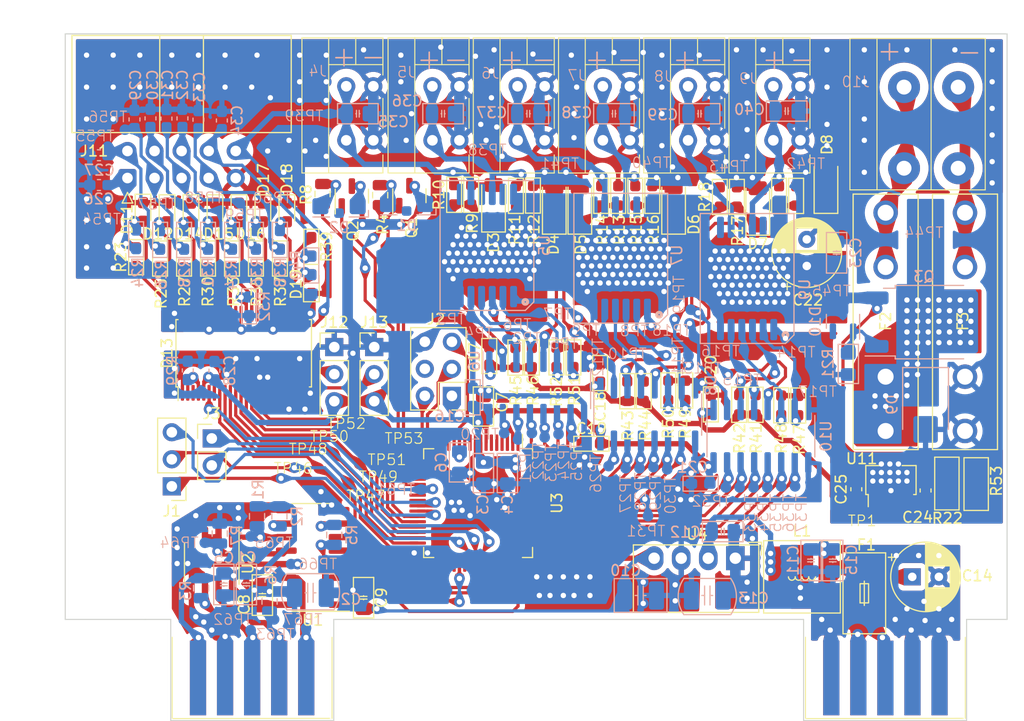
<source format=kicad_pcb>
(kicad_pcb (version 20221018) (generator pcbnew)
  (layers (0 "F.Cu" signal) (31 "B.Cu" signal) (34 "B.Paste" user) (35 "F.Paste" user) (36 "B.SilkS" user "B.Silkscreen") (37 "F.SilkS" user "F.Silkscreen") (38 "B.Mask" user) (39 "F.Mask" user) (44 "Edge.Cuts" user))
  (net 0 "")
  (net 1 "Net-(D1-K)")
  (net 2 "Net-(D1-A)")
  (net 3 "Net-(D2-K)")
  (net 4 "Net-(D2-A)")
  (net 5 "GNDD")
  (net 6 "/NRST")
  (net 7 "+3V3")
  (net 8 "/SWDIO")
  (net 9 "/RTS")
  (net 10 "/SWCLK")
  (net 11 "GND1")
  (net 12 "/+3.3VRS485")
  (net 13 "+24V")
  (net 14 "+5V")
  (net 15 "GNDA")
  (net 16 "GND2")
  (net 17 "Net-(U11-IN)")
  (net 18 "/RTS_cont")
  (net 19 "/Descret Input/OUT1_1")
  (net 20 "/Descret Input/OUT1_2")
  (net 21 "/Descret Input/OUT1_3")
  (net 22 "/Descret Input/OUT1_4")
  (net 23 "/Descret Input/OUT1_5")
  (net 24 "/Descret Input/OUT1_6")
  (net 25 "/Descret Input/OUT1_7")
  (net 26 "/Descret Input/OUT1_8")
  (net 27 "/DiscretOut/OUT1_1")
  (net 28 "Net-(RS1-Pin_3)")
  (net 29 "Net-(RS1-Pin_4)")
  (net 36 "/DiscretOut/OUT2_1")
  (net 37 "/DiscretOut/OUT3_1")
  (net 39 "/DiscretOut/OUT4_1")
  (net 40 "/DiscretOut/OUT6_1")
  (net 41 "Net-(D9-A1)")
  (net 44 "Net-(D10-A)")
  (net 47 "/Descret Input/OUT1_L")
  (net 48 "/Descret Input/OUT2_L")
  (net 49 "Net-(Q1-B)")
  (net 50 "Net-(Q2-B)")
  (net 56 "Net-(U4-IN+)")
  (net 57 "Net-(D13-Rosc)")
  (net 58 "/ERR")
  (net 59 "/D0")
  (net 60 "/D1")
  (net 61 "/D2")
  (net 62 "/D3")
  (net 63 "/D4")
  (net 64 "/D5")
  (net 65 "/D6")
  (net 66 "/D7")
  (net 67 "Net-(D13-DS0)")
  (net 68 "Net-(D13-DS1)")
  (net 71 "/+24_FT_1")
  (net 72 "Net-(RS2-Pin_2)")
  (net 73 "/Descret Input/OUT8_L")
  (net 74 "/Descret Input/OUT8_H")
  (net 75 "/Descret Input/OUT7_L")
  (net 76 "/Descret Input/OUT7_H")
  (net 77 "/Descret Input/OUT6_L")
  (net 78 "/Descret Input/OUT6_H")
  (net 79 "/Descret Input/OUT5_L")
  (net 80 "/Descret Input/OUT5_H")
  (net 81 "Net-(D13-TS)")
  (net 83 "/Descret Input/OUT4_L")
  (net 84 "/Descret Input/OUT4_H")
  (net 85 "/Descret Input/OUT3_L")
  (net 86 "/Descret Input/OUT3_H")
  (net 87 "/Descret Input/OUT2_H")
  (net 88 "/Descret Input/OUT1_H")
  (net 89 "Net-(J10-Pin_1)")
  (net 90 "Net-(J10-Pin_2)")
  (net 91 "/UART_TX")
  (net 92 "/UART_RX")
  (net 93 "/UART_DE")
  (net 95 "/GPIO1")
  (net 96 "/GPIO2")
  (net 97 "/DiscretOut/OUT2")
  (net 98 "/DiscretOut/OUT3")
  (net 99 "/DiscretOut/OUT4")
  (net 100 "/DiscretOut/OUT5")
  (net 101 "/DiscretOut/OUT6")
  (net 102 "Net-(U1-VID)")
  (net 103 "Net-(U1-VE2)")
  (net 104 "Net-(U1-VE1)")
  (net 105 "Net-(U1-VOC)")
  (net 106 "/TX_USART_1")
  (net 107 "/DE_USART_1")
  (net 108 "/RX_USART_1")
  (net 109 "Net-(U1-VOB)")
  (net 114 "/DiscretOut/IN1")
  (net 115 "/DiscretOut/ST1")
  (net 116 "/DiscretOut/IN2")
  (net 117 "/DiscretOut/ST2")
  (net 121 "/ON_OUT2")
  (net 122 "/ON_OUT1")
  (net 123 "/OUT1_1_cont")
  (net 124 "/ST1_cont")
  (net 125 "/ST2_cont")
  (net 126 "/OUT2_1_cont")
  (net 127 "/DiscretOut/IN3")
  (net 128 "/DiscretOut/ST3")
  (net 129 "/DiscretOut/IN4")
  (net 130 "/DiscretOut/ST4")
  (net 134 "/ON_OUT4")
  (net 135 "/ON_OUT3")
  (net 136 "/OUT3_1_cont")
  (net 137 "/ST3_cont")
  (net 138 "/ST4_cont")
  (net 139 "/OUT4_1_cont")
  (net 140 "/DiscretOut/IN5")
  (net 141 "/DiscretOut/ST5")
  (net 142 "/DiscretOut/IN6")
  (net 143 "/DiscretOut/ST6")
  (net 147 "/DiscretOut/OUT5_1")
  (net 148 "/ON_OUT6")
  (net 149 "/ON_OUT5")
  (net 150 "/OUT5_1_cont")
  (net 151 "/ST5_cont")
  (net 152 "/OUT6_1_cont")
  (net 153 "/ST6_cont")
  (net 156 "/DiscretOut/24V_OUT")
  (footprint "Package_TO_SOT_SMD:SOT-23" (layer "F.Cu") (at 115.9 81.2375 90)
    (fp_text reference "Q2")
    (fp_text value "DTC114ECA (SOT-23)")
  )
  (footprint "PCM_Fuse_Handsoldering_AKL:Fuse_Littelfuse-NANO2-451_453" (layer "F.Cu") (at 164 118.545 90)
    (fp_text reference "F1")
    (fp_text value "045201.5MRL" hide)
  )
  (footprint "PCM_Resistor_SMD_AKL:R_0603_1608Metric_Pad0.98x0.95mm_HandSolder" (layer "F.Cu") (at 147.2 99.4875 -90)
    (fp_text reference "R49")
    (fp_text value "0603-10 кОм±5%-0,062 Вт")
  )
  (footprint "Package_TO_SOT_SMD:SOT-89-3" (layer "F.Cu") (at 166.5 107.91 90)
    (fp_text reference "U11")
    (fp_text value "L78L05 (SOT89-3)")
  )
  (footprint "LED_SMD:LED_0603_1608Metric_Pad1.05x0.95mm_HandSolder" (layer "F.Cu") (at 112.1 89.5 90)
    (fp_text reference "D19")
    (fp_text value "LED 0603 (FYLS-0603UWC)")
  )
  (footprint "Capacitor_SMD:C_0603_1608Metric_Pad1.08x0.95mm_HandSolder" (layer "F.Cu") (at 163.25 108.7725 90)
    (fp_text reference "C25")
    (fp_text value "0,1uF 100V 0603")
  )
  (footprint "PCM_Resistor_SMD_AKL:R_0603_1608Metric_Pad0.98x0.95mm_HandSolder" (layer "F.Cu") (at 152.04 81.319 -90)
    (fp_text reference "R17")
    (fp_text value "0603-3 кОм±5%-0,062 Вт")
  )
  (footprint "LED_SMD:LED_0603_1608Metric_Pad1.05x0.95mm_HandSolder" (layer "F.Cu") (at 98.55 82.775 -90)
    (fp_text reference "D12")
    (fp_text value "LED 0603 (FYLS-0603UWC)")
  )
  (footprint "Connector_PinHeader_2.54mm:PinHeader_1x02_P2.54mm_Vertical" (layer "F.Cu") (at 102.75 104)
    (fp_text reference "J3")
    (fp_text value "Debug GPIO (PinHeader_01x02_P2.54mm)")
  )
  (footprint "Diode_SMD:D_MiniMELF" (layer "F.Cu") (at 134.9 82.15 90)
    (fp_text reference "D4")
    (fp_text value "BZV55B5V1")
  )
  (footprint "PCM_Resistor_SMD_AKL:R_0603_1608Metric_Pad0.98x0.95mm_HandSolder" (layer "F.Cu") (at 141.75 99.5625 -90)
    (fp_text reference "R43")
    (fp_text value "0603-10 кОм±5%-0,062 Вт")
  )
  (footprint "Connector_PinHeader_2.54mm:PinHeader_1x03_P2.54mm_Vertical" (layer "F.Cu") (at 114.25 95.42)
    (fp_text reference "J12")
    (fp_text value "DS0")
  )
  (footprint "Package_SO:SOIC-16_3.9x9.9mm_P1.27mm" (layer "F.Cu") (at 112.225 115.175 180)
    (fp_text reference "U1")
    (fp_text value "pia141M30 (SOIC-16)")
  )
  (footprint "Diode_SMD:D_MiniMELF" (layer "F.Cu") (at 146.1 82.15 90)
    (fp_text reference "D6")
    (fp_text value "BZV55B5V1")
  )
  (footprint "Connector:DG141R-02" (layer "F.Cu") (at 154.699 73.968 -90)
    (fp_text reference "J8")
    (fp_text value "DG141R-02")
  )
  (footprint "PCM_4ms_Resistor:R_0805_2012Metric" (layer "F.Cu") (at 113.15 81.03784 90)
    (fp_text reference "R8")
    (fp_text value "0805-150 Ом±5%-0,125 Вт")
  )
  (footprint "PCM_Resistor_SMD_AKL:R_0603_1608Metric_Pad1.05x0.95mm_HandSolder" (layer "F.Cu") (at 104.65 87.1 90)
    (fp_text reference "R33")
    (fp_text value "0603-2 кОм±5%-0,062 Вт")
  )
  (footprint "PCM_Resistor_SMD_AKL:R_0603_1608Metric_Pad0.98x0.95mm_HandSolder" (layer "F.Cu") (at 144.1 81.2125 -90)
    (fp_text reference "R16")
    (fp_text value "0603-10 кОм±5%-0,062 Вт")
  )
  (footprint "MountingHole:MountingHole_3.2mm_M3" (layer "F.Cu") (at 93 95)
    (fp_text reference "H2" hide)
    (fp_text value "MountingHole")
  )
  (footprint "LED_SMD:LED_0603_1608Metric_Pad1.05x0.95mm_HandSolder" (layer "F.Cu") (at 109.8 82.775 -90)
    (fp_text reference "D18")
    (fp_text value "LED 0603 (FYLS-0603UWC)")
  )
  (footprint "Connector_PinHeader_2.54mm:PinHeader_1x03_P2.54mm_Vertical" (layer "F.Cu") (at 118 95.42)
    (fp_text reference "J13")
    (fp_text value "DS0")
  )
  (footprint "Connector:DG141R-02" (layer "F.Cu") (at 162.699 73.968 -90)
    (fp_text reference "J9")
    (fp_text value "DG141R-02")
  )
  (footprint "Diode_SMD:D_MiniMELF" (layer "F.Cu") (at 129.2 81.95 90)
    (fp_text reference "D3")
    (fp_text value "BZV55B5V1")
  )
  (footprint "Diode_SMD:D_MiniMELF" (layer "F.Cu") (at 137.3 82.15 90)
    (fp_text reference "D5")
    (fp_text value "BZV55B5V1")
  )
  (footprint "PCM_Resistor_SMD_AKL:R_0603_1608Metric_Pad0.98x0.95mm_HandSolder" (layer "F.Cu") (at 153.8 100.8375 90)
    (fp_text reference "R41")
    (fp_text value "0603-10 кОм±5%-0,062 Вт")
  )
  (footprint "PCM_Resistor_SMD_AKL:R_0603_1608Metric_Pad1.05x0.95mm_HandSolder" (layer "F.Cu") (at 102.4 87.1 90)
    (fp_text reference "R30")
    (fp_text value "0603-2 кОм±5%-0,062 Вт")
  )
  (footprint "Package_QFP:LQFP-64_10x10mm_P0.5mm" (layer "F.Cu") (at 127.75 110.075 -90)
    (fp_text reference "U3")
    (fp_text value "STM32G070RBTx (LQFP-64)")
  )
  (footprint "PCM_Capacitor_SMD_AKL:C_0805_2012Metric_Pad1.18x1.45mm_HandSolder" (layer "F.Cu") (at 107.5 118.7125 -90)
    (fp_text reference "C8")
    (fp_text value "0,1uF 100V 0805")
  )
  (footprint "Connector:DG141R-02" (layer "F.Cu") (at 122.615 73.968 -90)
    (fp_text reference "J4")
    (fp_text value "DG141R-02")
  )
  (footprint "PCM_Resistor_SMD_AKL:R_0603_1608Metric_Pad0.98x0.95mm_HandSolder" (layer "F.Cu") (at 127.1 81.1125 -90)
    (fp_text reference "R9")
    (fp_text value "0603-3 кОм±5%-0,062 Вт")
  )
  (footprint "MountingHole:MountingHole_3.2mm_M3" (layer "F.Cu") (at 93 115)
    (fp_text reference "H1" hide)
    (fp_text value "MountingHole")
  )
  (footprint "Connector:DG142R-5.08-02P-14" (layer "F.Cu") (at 167.73 71)
    (fp_text reference "J10")
    (fp_text value "DG142R-5.08-02P-14")
  )
  (footprint "Diode_SMD:D_MiniMELF" (layer "F.Cu") (at 154 82.25 90)
    (fp_text reference "D7")
    (fp_text value "BZV55B5V1")
  )
  (footprint "PCM_4ms_TestPoint:TestPoint_D1" (layer "F.Cu") (at 116.6 106.4)
    (fp_text reference "TP49")
    (fp_text value "~")
  )
  (footprint "Connector_IDC:IDC-Header_2x05_P2.54mm_Horizontal" (layer "F.Cu") (at 94.84 79.54 90)
    (fp_text reference "J11")
    (fp_text value "DS1013-01-10RSiB-B (1)")
  )
  (footprint "PCM_Resistor_SMD_AKL:R_0603_1608Metric_Pad1.05x0.95mm_HandSolder" (layer "F.Cu") (at 106.9 87.1 90)
    (fp_text reference "R35")
    (fp_text value "0603-2 кОм±5%-0,062 Вт")
  )
  (footprint "PCM_4ms_TestPoint:TestPoint_D1" (layer "F.Cu") (at 116 104.4)
    (fp_text reference "TP50")
    (fp_text value "~")
  )
  (footprint "Capacitor_SMD:C_0603_1608Metric_Pad1.08x0.95mm_HandSolder" (layer "F.Cu") (at 169.75 108.8875 90)
    (fp_text reference "C24")
    (fp_text value "0,33uF 50V 0603")
  )
  (footprint "LED_SMD:LED_0603_1608Metric_Pad1.05x0.95mm_HandSolder" (layer "F.Cu") (at 96.3 82.725 -90)
    (fp_text reference "D11")
    (fp_text value "LED 0603 (FYLS-0603UWC)")
  )
  (footprint "Package_SO:TSSOP-48_6.1x12.5mm_P0.5mm" (layer "F.Cu") (at 105.75 96 90)
    (fp_text reference "D13")
    (fp_text value "ISO1I811T")
  )
  (footprint "PCM_Resistor_SMD_AKL:R_0603_1608Metric_Pad0.98x0.95mm_HandSolder" (layer "F.Cu") (at 156.2 100.8875 -90)
    (fp_text reference "R48")
    (fp_text value "0603-10 кОм±5%-0,062 Вт")
  )
  (footprint "PCM_Resistor_SMD_AKL:R_1206_3216Metric_Pad1.42x1.75mm_HandSolder" (layer "F.Cu") (at 174.5 108.2875 90)
    (fp_text reference "R53")
    (fp_text value "OPT")
  )
  (footprint "LED_SMD:LED_0603_1608Metric_Pad1.05x0.95mm_HandSolder" (layer "F.Cu") (at 105.3 82.775 -90)
    (fp_text reference "D16")
    (fp_text value "LED 0603 (FYLS-0603UWC)")
  )
  (footprint "Package_SO:SOIC-8_3.9x4.9mm_P1.27mm" (layer "F.Cu") (at 102.75 115.75 -90)
    (fp_text reference "U2")
    (fp_text value "ADM3485EARZ-REEL (SOIC-8)")
  )
  (footprint "Fuse:Fuseholder_100_series_5x20mm_D1,5" (layer "F.Cu") (at 166 103.3 90)
    (fp_text reference "F2")
    (fp_text value "Fuse 5A ZH266 (2 клипсы)")
  )
  (footprint "PCM_4ms_TestPoint:TestPoint_D1" (layer "F.Cu") (at 117.8 104.8)
    (fp_text reference "TP51")
    (fp_text value "~")
  )
  (footprint "Converter_DCDC:Converter_DCDC_Murata_MEE1SxxxxSC_THT" (layer "F.Cu") (at 151.895 115.25 -90)
    (fp_text reference "U4")
    (fp_text value "AM1SS-2403SJZ")
  )
  (footprint "PCM_Resistor_SMD_AKL:R_0603_1608Metric_Pad0.98x0.95mm_HandSolder" (layer "F.Cu") (at 135.1 96.3875 -90)
    (fp_text reference "R52")
    (fp_text value "0603-10 кОм±5%-0,062 Вт")
  )
  (footprint "Fuse:Fuseholder_100_series_5x20mm_D1,5" (layer "F.Cu") (at 173.45 103.3 90)
    (fp_text reference "F3")
    (fp_text value "Fuse 5A ZH266 (2 клипсы)")
  )
  (footprint "PCM_Resistor_SMD_AKL:R_0603_1608Metric_Pad0.98x0.95mm_HandSolder" (layer "F.Cu") (at 139.3 81.2125 90)
    (fp_text reference "R14")
    (fp_text value "0603-12 кОм±5%-0,062 Вт")
  )
  (footprint "PCM_Resistor_SMD_AKL:R_0603_1608Metric_Pad1.05x0.95mm_HandSolder" (layer "F.Cu") (at 95.65 86.975 90)
    (fp_text reference "R23")
    (fp_text value "0603-2 кОм±5%-0,062 Вт")
  )
  (footprint "PCM_Resistor_SMD_AKL:R_0603_1608Metric_Pad0.98x0.95mm_HandSolder" (layer "F.Cu") (at 150.44 81.319 90)
    (fp_text reference "R18")
    (fp_text value "0603-12 кОм±5%-0,062 Вт")
  )
  (footprint "PCM_Resistor_SMD_AKL:R_0603_1608Metric_Pad0.98x0.95mm_HandSolder" (layer "F.Cu") (at 156 81.219 90)
    (fp_text reference "R19" hide)
    (fp_text value "0603-12 кОм±5%-0,062 Вт")
  )
  (footprint "PCM_Resistor_SMD_AKL:R_1206_3216Metric_Pad1.42x1.75mm_HandSolder" (layer "F.Cu") (at 171.75 108.2375 90)
    (fp_text reference "R22")
    (fp_text value "1206-620 Ом±5%-0,25 Вт")
  )
  (footprint "PCM_Capacitor_SMD_AKL:C_0805_2012Metric_Pad1.18x1.45mm_HandSolder" (layer "F.Cu") (at 117 118.9625 -90)
    (fp_text reference "C9")
    (fp_text value "0,1uF 100V 0805")
  )
  (footprint "PCM_4ms_Resistor:R_0805_2012Metric" (layer "F.Cu") (at 118.558658 81.14944 -90)
    (fp_text reference "R4")
    (fp_text value "0805-150 Ом±5%-0,125 Вт")
  )
  (footprint "Package_TO_SOT_SMD:SOT-23" (layer "F.Cu") (at 121.3 81.2 90)
    (fp_text reference "Q1")
    (fp_text value "DTC114ECA (SOT-23)")
  )
  (footprint "Connector:DG141R-02" (layer "F.Cu") (at 130.699 73.968 -90)
    (fp_text reference "J5")
    (fp_text value "DG141R-02")
  )
  (footprint "Diode_SMD:D_MiniMELF" (layer "F.Cu") (at 160.4 80.2 90)
    (fp_text reference "D8")
    (fp_text value "BZV55B5V1")
  )
  (footprint "PCM_4ms_TestPoint:TestPoint_D1" (layer "F.Cu") (at 119 102.8)
    (fp_text reference "TP53")
    (fp_text value "~")
  )
  (footprint "LED_SMD:LED_0603_1608Metric_Pad1.05x0.95mm_HandSolder" (layer "F.Cu") (at 107.55 82.775 -90)
    (fp_text reference "D17")
    (fp_text value "LED 0603 (FYLS-0603UWC)")
  )
  (footprint "PCM_Resistor_SMD_AKL:R_0603_1608Metric_Pad0.98x0.95mm_HandSolder" (layer "F.Cu") (at 157.6 81.219 -90)
    (fp_text reference "R20" hide)
    (fp_text value "0603-10 кОм±5%-0,062 Вт")
  )
  (footprint "PCM_Inductor_SMD_Handsoldering_AKL:L_Bourns-SRN6028" (layer "F.Cu") (at 158.15 117 180)
    (fp_text reference "L1")
    (fp_text value "6,8uH 3,5A ETQP3M6R8KVP" hide)
  )
  (footprint "PCM_Resistor_SMD_AKL:R_0603_1608Metric_Pad1.05x0.95mm_HandSolder" (layer "F.Cu") (at 100.15 87.1 90)
    (fp_text reference "R27")
    (fp_text value "0603-2 кОм±5%-0,062 Вт")
  )
  (footprint "PCM_Resistor_SMD_AKL:R_0603_1608Metric_Pad0.98x0.95mm_HandSolder" (layer "F.Cu") (at 132.8 96.4 90)
    (fp_text reference "R46")
    (fp_text value "0603-10 кОм±5%-0,062 Вт")
  )
  (footprint "PCM_Resistor_SMD_AKL:R_0603_1608Metric_Pad1.05x0.95mm_HandSolder" (layer "F.Cu") (at 109.15 87.1 90)
    (fp_text reference "R37")
    (fp_text value "0603-2 кОм±5%-0,062 Вт")
  )
  (footprint "PCM_Resistor_SMD_AKL:R_0603_1608Metric_Pad0.98x0.95mm_HandSolder" (layer "F.Cu") (at 136.7 96.3875 -90)
    (fp_text reference "R51")
    (fp_text value "0603-10 кОм±5%-0,062 Вт")
  )
  (footprint "PCM_Resistor_SMD_AKL:R_0603_1608Metric_Pad0.98x0.95mm_HandSolder" (layer "F.Cu") (at 142.5 81.2125 90)
    (fp_text reference "R15")
    (fp_text value "0603-12 кОм±5%-0,062 Вт")
  )
  (footprint "PCM_Capacitor_SMD_AKL:C_0603_1608Metric_Pad1.08x0.95mm_HandSolder" (layer "F.Cu") (at 138.3875 104.5)
    (fp_text reference "C19")
    (fp_text value "0,1uF 100V 0603")
  )
  (footprint "PCM_4ms_TestPoint:TestPoint_D1" (layer "F.Cu") (at 163.8 110.3 90)
    (fp_text reference "TP1")
    (fp_text value "~")
  )
  (footprint "PCM_Resistor_SMD_AKL:R_0603_1608Metric_Pad0.98x0.95mm_HandSolder" (layer "F.Cu") (at 143.3 99.5625 90)
    (fp_text reference "R44")
    (fp_text value "0603-10 кОм±5%-0,062 Вт")
  )
  (footprint "Connector:DG141R-02" (layer "F.Cu") (at 146.699 73.968 -90)
    (fp_text reference "J7")
    (fp_text value "DG141R-02")
  )
  (footprint "PCM_4ms_TestPoint:TestPoint_D1" (layer "F.Cu") (at 114.2 105.4)
    (fp_text reference "TP48")
    (fp_text value "~")
  )
  (footprint "PCM_Resistor_SMD_AKL:R_0603_1608Metric_Pad0.98x0.95mm_HandSolder" (layer "F.Cu") (at 152.25 100.8375 -90)
    (fp_text reference "R42")
    (fp_text value "0603-10 кОм±5%-0,062 Вт")
  )
  (footprint "PCM_Resistor_SMD_AKL:R_0603_1608Metric_Pad0.98x0.95mm_HandSolder" (layer "F.Cu") (at 125.5 81.1125 90)
    (fp_text reference "R10")
    (fp_text value "0603-12 кОм±5%-0,062 Вт")
  )
  (footprint "PCM_Resistor_SMD_AKL:R_0603_1608Metric_Pad1.05x0.95mm_HandSolder" (layer "F.Cu") (at 97.9 87.1 90)
    (fp_text reference "R25")
    (fp_text value "0603-2 кОм±5%-0,062 Вт")
  )
  (footprint "PCM_Resistor_SMD_AKL:R_0603_1608Metric_Pad0.98x0.95mm_HandSolder" (layer "F.Cu") (at 157.8 100.9125 -90)
    (fp_text reference "R47")
    (fp_text value "0603-10 кОм±5%-0,062 Вт")
  )
  (footprint "PCM_Resistor_SMD_AKL:R_0603_1608Metric_Pad0.98x0.95mm_HandSolder" (layer "F.Cu") (at 145.6 99.4875 -90)
    (fp_text reference "R50")
    (fp_text value "0603-10 кОм±5%-0,062 Вт")
  )
  (footprint "PCM_Resistor_SMD_AKL:R_0603_1608Metric_Pad0.98x0.95mm_HandSolder" (layer "F.Cu") (at 131.3 81.2125 90)
    (fp_text reference "R11")
    (fp_text value "0603-12 кОм±5%-0,062 Вт")
  )
  (footprint "PCM_4ms_TestPoint:TestPoint_D1" (layer "F.Cu") (at 115.6 108.2)
    (fp_text reference "TP47")
    (fp_text value "~")
  )
  (footprint "PCM_Resistor_SMD_AKL:R_0603_1608Metric_Pad0.98x0.95mm_HandSolder" (layer "F.Cu") (at 131.25 96.4125 -90)
    (fp_text reference "R45")
    (fp_text value "0603-10 кОм±5%-0,062 Вт")
  )
  (footprint "Connector:Edge_Conn_KLS1-603-10" (layer "F.Cu") (at 106.539293 122.690707)
    (fp_text reference "RS1" hide)
    (fp_text value "SL-10 (L-KLS1-603C-10-S)" hide)
  )
  (footprint "PCM_Resistor_SMD_AKL:R_0603_1608Metric_Pad0.98x0.95mm_HandSolder" (layer "F.Cu") (at 140.9 81.2125 -90)
    (fp_text reference "R13")
    (fp_text value "0603-3 кОм±5%-0,062 Вт")
  )
  (footprint "Connector:Edge_Conn_KLS1-603-10" (layer "F.Cu") (at 165.98 122.69)
    (fp_text reference "RS2" hide)
    (fp_text value "SL-10 (L-KLS1-603C-10-S)" hide)
  )
  (footprint "PCM_Capacitor_SMD_AKL:C_0603_1608Metric_Pad1.08x0.95mm_HandSolder" (layer "F.Cu") (at 128.8 96.2625 -90)
    (fp_text reference "C17")
    (fp_text value "0,1uF 100V 0603")
  )
  (footprint "LED_SMD:LED_0603_1608Metric_Pad1.05x0.95mm_HandSolder" (layer "F.Cu") (at 103.05 82.775 -90)
    (fp_text reference "D15")
    (fp_text value "LED 0603 (FYLS-0603UWC)")
  )
  (footprint "PCM_Capacitor_THT_AKL:CP_Radial_D6.3mm_P2.50mm" (layer "F.Cu") (at 168.5 117)
    (fp_text reference "C14")
    (fp_text value "47uF 63V D10,5" hide)
  )
  (footprint "Connector:DG141R-02" (layer "F.Cu") (at 138.699 73.968 -90)
    (fp_text reference "J6")
    (fp_text value "DG141R-02")
  )
  (footprint "Connector_PinHeader_2.54mm:PinHeader_2x03_P2.54mm_Vertical" (layer "F.Cu") (at 125.29 100 180)
    (fp_text reference "J2")
    (fp_text value "Prog (PinHeader_2x03_P2.54mm)")
  )
  (footprint "PCM_Capacitor_THT_AKL:CP_Radial_D6.3mm_P2.50mm" (layer "F.Cu") (at 158.6 87.8 90)
    (fp_text reference "C22")
    (fp_text value "47uF 63V D10,5" hide)
  )
  (footprint "PCM_Capacitor_SMD_AKL:C_0603_1608Metric_Pad1.08x0.95mm_HandSolder" (layer "F.Cu") (at 149.6 100.8 -90)
    (fp_text reference "C20")
    (fp_text value "0,1uF 100V 0603")
  )
  (footprint "PCM_4ms_TestPoint:TestPoint_D1" (layer "F.Cu") (at 117.6 103.2)
    (fp_text reference "TP52")
    (fp_text value "~")
  )
  (footprint "PCM_Resistor_SMD_AKL:R_0603_1608Metric_Pad0.98x0.95mm_HandSolder" (layer "F.Cu") (at 132.9 81.1875 -90)
    (fp_text reference "R12")
    (fp_text value "0603-10 кОм±5%-0,062 Вт")
  )
  (footprint "Connector_PinHeader_2.54mm:PinHeader_1x03_P2.54mm_Vertical" (layer "F.Cu") (at 99 108.5 180)
    (fp_text reference "J1")
    (fp_text value "DebugUSART (PinHeader_01x03_P2.54mm)")
  )
  (footprint "PCM_Capacitor_SMD_AKL:C_0603_1608Metric_Pad1.08x0.95mm_HandSolder" (layer "F.Cu") (at 139.2 97.8625 -90)
    (fp_text reference "C18")
    (fp_text value "0,1uF 100V 0603")
  )
  (footprint "PCM_Resistor_SMD_AKL:R_0805_2012Metric_Pad1.20x1.40mm_HandSolder" (layer "F.Cu") (at 128.25 101 90)
    (fp_text reference "C7")
    (fp_text value "0,1uF 100V 0805")
  )
  (footprint "LED_SMD:LED_0603_1608Metric_Pad1.05x0.95mm_HandSolder" (layer "F.Cu") (at 100.8 82.775 -90)
    (fp_text reference "D14")
    (fp_text value "LED 0603 (FYLS-0603UWC)")
  )
  (footprint "PCM_4ms_TestPoint:TestPoint_D1" (layer "F.Cu") (at 112.8 106.8)
    (fp_text reference "TP46")
    (fp_text value "~")
  )
  (footprint "PCM_Resistor_SMD_AKL:R_0603_1608Metric_Pad1.05x0.95mm_HandSolder" (layer "F.Cu") (at 112.1 86 -90)
    (fp_text reference "R39")
    (fp_text value "0603-2 кОм±5%-0,062 Вт")
  )
  (footprint "PCM_Capacitor_SMD_AKL:C_0805_2012Metric_Pad1.18x1.45mm_HandSolder" (layer "B.Cu") (at 140.5 73.5 180)
    (fp_text reference "C38")
    (fp_text value "0,1uF 100V 0805")
  )
  (footprint "PCM_4ms_Resistor:R_0805_2012Metric" (layer "B.Cu") (at 114.25 113.0625 90)
    (fp_text reference "R5")
    (fp_text value "0805-4,7 кОм±5%-0,125 Вт")
  )
  (footprint "PCM_Resistor_SMD_AKL:R_0603_1608Metric_Pad1.05x0.95mm_HandSolder" (layer "B.Cu") (at 100.15 85.35 90)
    (fp_text reference "R28")
    (fp_text value "0603-12 кОм±5%-0,062 Вт")
  )
  (footprint "PCM_Resistor_SMD_AKL:R_0603_1608Metric_Pad1.05x0.95mm_HandSolder" (layer "B.Cu") (at 104.65 85.35 90)
    (fp_text reference "R34")
    (fp_text value "0603-12 кОм±5%-0,062 Вт")
  )
  (footprint "Capacitor_SMD:C_0603_1608Metric_Pad1.08x0.95mm_HandSolder" (layer "B.Cu") (at 92.1625 77.4 180)
    (fp_text reference "C27")
    (fp_text value "0,1uF 100V 0603")
  )
  (footprint "PCM_4ms_Resistor:R_0805_2012Metric" (layer "B.Cu") (at 101.75 118.0625 90)
    (fp_text reference "R3")
    (fp_text value "0805-560 Ом±5%-0,125 Вт")
  )
  (footprint "PCM_4ms_Resistor:R_0805_2012Metric" (layer "B.Cu") (at 109.1 111.3125 90)
    (fp_text reference "R2")
    (fp_text value "0805-4,7 кОм±5%-0,125 Вт")
  )
  (footprint "PCM_4ms_TestPoint:TestPoint_D1" (layer "B.Cu") (at 142.9 106.8 180)
    (fp_text reference "TP28")
    (fp_text value "~")
  )
  (footprint "PCM_Resistor_SMD_AKL:R_0603_1608Metric_Pad1.05x0.95mm_HandSolder" (layer "B.Cu") (at 106.25 91.5875 90)
    (fp_text reference "R32")
    (fp_text value "0603-33 Ом±5%-0,062 Вт")
  )
  (footprint "PCM_Capacitor_SMD_AKL:C_0805_2012Metric_Pad1.18x1.45mm_HandSolder" (layer "B.Cu") (at 159 115.4625 -90)
    (fp_text reference "C11")
    (fp_text value "4,7uF 50V 0805")
  )
  (footprint "PCM_4ms_TestPoint:TestPoint_D1" (layer "B.Cu") (at 102.1 113.8 180)
    (fp_text reference "TP64")
    (fp_text value "~")
  )
  (footprint "PCM_Capacitor_SMD_AKL:C_0805_2012Metric_Pad1.18x1.45mm_HandSolder" (layer "B.Cu") (at 132.4625 73.5 180)
    (fp_text reference "C37")
    (fp_text value "0,1uF 100V 0805")
  )
  (footprint "PCM_4ms_Resistor:R_0805_2012Metric" (layer "B.Cu") (at 108.175 119.3125 -90)
    (fp_text reference "R6")
    (fp_text value "0805-560 Ом±5%-0,125 Вт")
  )
  (footprint "PCM_4ms_TestPoint:TestPoint_D1" (layer "B.Cu") (at 106.4 122 180)
    (fp_text reference "TP62")
    (fp_text value "~")
  )
  (footprint "PCM_Capacitor_SMD_AKL:C_0805_2012Metric_Pad1.18x1.45mm_HandSolder" (layer "B.Cu") (at 116.4625 73.5 180)
    (fp_text reference "C35")
    (fp_text value "0,1uF 100V 0805")
  )
  (footprint "PCM_Capacitor_SMD_AKL:C_0603_1608Metric_Pad1.08x0.95mm_HandSolder" (layer "B.Cu") (at 148.6375 108.25)
    (fp_text reference "C21")
    (fp_text value "0,1uF 100V 0603")
  )
  (footprint "PCM_4ms_TestPoint:TestPoint_D1" (layer "B.Cu") (at 103.6 82.6 180)
    (fp_text reference "TP58")
    (fp_text value "~")
  )
  (footprint "PCM_Resistor_SMD_AKL:R_0603_1608Metric_Pad1.05x0.95mm_HandSolder" (layer "B.Cu") (at 102.4 85.35 90)
    (fp_text reference "R31")
    (fp_text value "0603-12 кОм±5%-0,062 Вт")
  )
  (footprint "PCM_Resistor_SMD_AKL:R_0805_2012Metric_Pad1.20x1.40mm_HandSolder" (layer "B.Cu") (at 130.5 107.25 -90)
    (fp_text reference "C4")
    (fp_text value "4,7uF 50V 0805")
  )
  (footprint "PCM_4ms_TestPoint:TestPoint_D1" (layer "B.Cu") (at 142.2 94.7 180)
    (fp_text reference "TP8")
    (fp_text value "~")
  )
  (footprint "PCM_4ms_TestPoint:TestPoint_D1" (layer "B.Cu") (at 108.6 121 180)
    (fp_text reference "TP63")
    (fp_text value "~")
  )
  (footprint "PCM_4ms_TestPoint:TestPoint_D1" (layer "B.Cu") (at 94.2 82.2 180)
    (fp_text reference "TP54")
    (fp_text value "~")
  )
  (footprint "PCM_Resistor_SMD_AKL:R_0805_2012Metric_Pad1.20x1.40mm_HandSolder" (layer "B.Cu") (at 162.5 97 -90)
    (fp_text reference "R21")
    (fp_text value "0805-10 кОм±5%-0,125 Вт")
  )
  (footprint "PCM_Capacitor_SMD_AKL:C_0805_2012Metric_Pad1.18x1.45mm_HandSolder" (layer "B.Cu") (at 124.4625 73.5 180)
    (fp_text reference "C36")
    (fp_text value "0,1uF 100V 0805")
  )
  (footprint "PCM_4ms_TestPoint:TestPoint_D1" (layer "B.Cu") (at 136.6 103.9 180)
    (fp_text reference "TP25")
    (fp_text value "~")
  )
  (footprint "PCM_Resistor_SMD_AKL:R_0603_1608Metric_Pad1.05x0.95mm_HandSolder" (layer "B.Cu") (at 97.9 85.35 90)
    (fp_text reference "R26")
    (fp_text value "0603-12 кОм±5%-0,062 Вт")
  )
  (footprint "PCM_4ms_TestPoint:TestPoint_D1" (layer "B.Cu") (at 113.8 73.5 180)
    (fp_text reference "TP39")
    (fp_text value "~")
  )
  (footprint "PCM_Capacitor_SMD_AKL:C_0805_2012Metric_Pad1.18x1.45mm_HandSolder" (layer "B.Cu") (at 150.7125 112.75)
    (fp_text reference "C12")
    (fp_text value "4,7uF 50V 0805")
  )
  (footprint "PCM_4ms_TestPoint:TestPoint_D1" (layer "B.Cu") (at 143.8 96.6 180)
    (fp_text reference "TP10")
    (fp_text value "~")
  )
  (footprint "PCM_4ms_TestPoint:TestPoint_D1" (layer "B.Cu") (at 108.4 82.6 180)
    (fp_text reference "TP60")
    (fp_text value "~")
  )
  (footprint "LED_SMD:LED_Kingbright_KPA-3010_3x2x1mm" (layer "B.Cu") (at 121.0375 81.4875 180)
    (fp_text reference "D1")
    (fp_text value "KPA-3010CGCK")
  )
  (footprint "PCM_4ms_Resistor:R_0805_2012Metric" (layer "B.Cu") (at 103.5 112.9375 -90)
    (fp_text reference "R7")
    (fp_text value "0805-10 кОм±5%-0,125 Вт")
  )
  (footprint "Capacitor_SMD:C_0603_1608Metric_Pad1.08x0.95mm_HandSolder" (layer "B.Cu") (at 92.1625 80.2 180)
    (fp_text reference "C26")
    (fp_text value "0,1uF 100V 0603")
  )
  (footprint "PCM_Resistor_SMD_AKL:R_0603_1608Metric_Pad1.05x0.95mm_HandSolder" (layer "B.Cu") (at 112.1 87.75 -90)
    (fp_text reference "R40")
    (fp_text value "0603-12 кОм±5%-0,062 Вт")
  )
  (footprint "PCM_Capacitor_SMD_Handsoldering_AKL:C_1210_3225Metric_Pad1.42x2.65mm" (layer "B.Cu") (at 112.0125 118.5)
    (fp_text reference "C2")
    (fp_text value "270 pf X7R 1206 2000v 202R18W271KW4E" hide)
  )
  (footprint "PCM_4ms_TestPoint:TestPoint_D1" (layer "B.Cu") (at 156 78.2 180)
    (fp_text reference "TP42")
    (fp_text value "~")
  )
  (footprint "PCM_4ms_TestPoint:TestPoint_D1" (layer "B.Cu") (at 132.8 103.5 180)
    (fp_text reference "TP22")
    (fp_text value "~")
  )
  (footprint "PCM_Capacitor_SMD_AKL:C_0805_2012Metric_Pad1.18x1.45mm_HandSolder" (layer "B.Cu") (at 161.04 115.4625 -90)
    (fp_text reference "C15")
    (fp_text value "0,1uF 100V 0805")
  )
  (footprint "Capacitor_SMD:C_0603_1608Metric_Pad1.08x0.95mm_HandSolder" (layer "B.Cu") (at 95.5 74.0375 90)
    (fp_text reference "C29")
    (fp_text value "0,1uF 100V 0603")
  )
  (footprint "PCM_4ms_TestPoint:TestPoint_D1" (layer "B.Cu") (at 151 108.6 180)
    (fp_text reference "TP32")
    (fp_text value "~")
  )
  (footprint "PCM_4ms_TestPoint:TestPoint_D1" (layer "B.Cu") (at 130.2 103.5 180)
    (fp_text reference "TP20")
    (fp_text value "~")
  )
  (footprint "Capacitor_SMD:C_0603_1608Metric_Pad1.08x0.95mm_HandSolder" (layer "B.Cu") (at 97 73.9375 90)
    (fp_text reference "C30")
    (fp_text value "0,1uF 100V 0603")
  )
  (footprint "Diode_SMD:D_SMB" (layer "B.Cu") (at 169.75 101 -90)
    (fp_text reference "D9")
    (fp_text value "SM6T30A (SMB)")
  )
  (footprint "Package_SO:SOIC-16_3.9x9.9mm_P1.27mm" (layer "B.Cu") (at 133.25 99.25 -90)
    (fp_text reference "U6")
    (fp_text value "pia162M30 (SOIC-16)" hide)
  )
  (footprint "Package_TO_SOT_SMD:TO-252-2" (layer "B.Cu") (at 170.215 93.075)
    (fp_text reference "Q3")
    (fp_text value "IRFR5305 (TO-252-2)")
  )
  (footprint "PCM_4ms_TestPoint:TestPoint_D1" (layer "B.Cu") (at 157.6 98.5 180)
    (fp_text reference "TP17")
    (fp_text value "~")
  )
  (footprint "PCM_4ms_TestPoint:TestPoint_D1" (layer "B.Cu") (at 141.6 106.8 180)
    (fp_text reference "TP27")
    (fp_text value "~")
  )
  (footprint "PCM_4ms_TestPoint:TestPoint_D1" (layer "B.Cu") (at 134 95.1 180)
    (fp_text reference "TP5")
    (fp_text value "~")
  )
  (footprint "PCM_4ms_TestPoint:TestPoint_D1" (layer "B.Cu") (at 153.6 108.6 180)
    (fp_text reference "TP34")
    (fp_text value "~")
  )
  (footprint "PCM_4ms_TestPoint:TestPoint_D1" (layer "B.Cu") (at 130.5 94.7 180)
    (fp_text reference "TP2")
    (fp_text value "~")
  )
  (footprint "PCM_4ms_TestPoint:TestPoint_D1" (layer "B.Cu") (at 137.7 78.3 180)
    (fp_text reference "TP41")
    (fp_text value "~")
  )
  (footprint "PCM_Capacitor_SMD_AKL:C_1210_3225Metric_Pad1.42x2.65mm_HandSolder" (layer "B.Cu") (at 143 118.75)
    (fp_text reference "C10")
    (fp_text value "10uF 50V 1210 GRM32ER71H106K")
  )
  (footprint "PCM_4ms_TestPoint:TestPoint_D1" (layer "B.Cu") (at 152.3 97.3 180)
    (fp_text reference "TP15")
    (fp_text value "~")
  )
  (footprint "PCM_4ms_TestPoint:TestPoint_D1" (layer "B.Cu") (at 133.5 92.2 180)
    (fp_text reference "TP7")
    (fp_text value "~")
  )
  (footprint "PCM_4ms_TestPoint:TestPoint_D1" (layer "B.Cu") (at 140.1 97.1 180)
    (fp_text reference "TP12")
    (fp_text value "~")
  )
  (footprint "PCM_4ms_TestPoint:TestPoint_D1" (layer "B.Cu") (at 110.2 115.8 180)
    (fp_text reference "TP66")
    (fp_text value "~")
  )
  (footprint "Package_SO:SOIC-16_3.9x9.9mm_P1.27mm" (layer "B.Cu") (at 143.675 101.75 -90)
    (fp_text reference "U8")
    (fp_text value "pia162M30 (SOIC-16)")
  )
  (footprint "PCM_4ms_TestPoint:TestPoint_D1" (layer "B.Cu") (at 106.4 113.2 180)
    (fp_text reference "TP65")
    (fp_text value "~")
  )
  (footprint "Package_SO:SOIC-16_3.9x9.9mm_P1.27mm" (layer "B.Cu") (at 154.295 103.79 -90)
    (fp_text reference "U10")
    (fp_text value "pia162M30 (SOIC-16)")
  )
  (footprint "PCM_4ms_TestPoint:TestPoint_D1" (layer "B.Cu") (at 139.5 94.3 180)
    (fp_text reference "TP9")
    (fp_text value "~")
  )
  (footprint "PCM_4ms_TestPoint:TestPoint_D1" (layer "B.Cu") (at 148.75 78.75 180)
    (fp_text reference "TP43")
    (fp_text value "~")
  )
  (footprint "Capacitor_SMD:C_0603_1608Metric_Pad1.08x0.95mm_HandSolder" (layer "B.Cu") (at 103 97.6375 90)
    (fp_text reference "C28")
    (fp_text value "0,33uF 50V 0603")
  )
  (footprint "PCM_Resistor_SMD_AKL:R_0603_1608Metric_Pad1.05x0.95mm_HandSolder" (layer "B.Cu") (at 95.65 85.3 90)
    (fp_text reference "R24")
    (fp_text value "0603-12 кОм±5%-0,062 Вт")
  )
  (footprint "PCM_4ms_TestPoint:TestPoint_D1" (layer "B.Cu") (at 157.5 108.5 180)
    (fp_text reference "TP37")
    (fp_text value "~")
  )
  (footprint "Capacitor_SMD:C_0603_1608Metric_Pad1.08x0.95mm_HandSolder" (layer "B.Cu") (at 100 73.9375 90)
    (fp_text reference "C32")
    (fp_text value "0,1uF 100V 0603")
  )
  (footprint "PCM_4ms_TestPoint:TestPoint_D1" (layer "B.Cu") (at 99.8 82 180)
    (fp_text reference "TP57")
    (fp_text value "~")
  )
  (footprint "PCM_4ms_TestPoint:TestPoint_D1" (layer "B.Cu") (at 133.1 93.5 180)
    (fp_text reference "TP6")
    (fp_text value "~")
  )
  (footprint "Capacitor_SMD:C_0603_1608Metric_Pad1.08x0.95mm_HandSolder" (layer "B.Cu") (at 100.5 97.6125 -90)
    (fp_text reference "R29")
    (fp_text value "0603-200 кОм±5%-0,062 Вт")
  )
  (footprint "PCM_4ms_TestPoint:TestPoint_D1" (layer "B.Cu") (at 105.4 81.9 180)
    (fp_text reference "TP59")
    (fp_text value "~")
  )
  (footprint "PCM_Package_SO_AKL:Infineon_PG-DSO-12-9" (layer "B.Cu") (at 141.14 87.075 90)
    (fp_text reference "U7")
    (fp_text value "BTS5215" hide)
  )
  (footprint "PCM_Capacitor_SMD_AKL:C_0805_2012Metric_Pad1.18x1.45mm_HandSolder" (layer "B.Cu") (at 156.7125 73.25 180)
    (fp_text reference "C40")
    (fp_text value "0,1uF 100V 0805")
  )
  (footprint "Capacitor_SMD:C_0603_1608Metric_Pad1.08x0.95mm_HandSolder" (layer "B.Cu") (at 103.7 74.1375 90)
    (fp_text reference "C34")
    (fp_text value "0,1uF 100V 0603")
  )
  (footprint "PCM_4ms_TestPoint:TestPoint_D1" (layer "B.Cu") (at 141.6 78.1 180)
    (fp_text reference "TP40")
    (fp_text value "~")
  )
  (footprint "PCM_4ms_TestPoint:TestPoint_D1" (layer "B.Cu") (at 156.2 108.5 180)
    (fp_text reference "TP36")
    (fp_text value "~")
  )
  (footprint "PCM_Capacitor_SMD_AKL:C_0805_2012Metric_Pad1.18x1.45mm_HandSolder" (layer "B.Cu") (at 106 117.7125 90)
    (fp_text reference "C1")
    (fp_text value "1uF 100V 0805")
  )
  (footprint "PCM_4ms_TestPoint:TestPoint_D1" (layer "B.Cu") (at 147.5 96.2 180)
    (fp_text reference "TP13")
    (fp_text value "~")
  )
  (footprint "PCM_4ms_TestPoint:TestPoint_D1" (layer "B.Cu") (at 144.2 106.7 180)
    (fp_text reference "TP29")
    (fp_text value "~")
  )
  (footprint "PCM_4ms_TestPoint:TestPoint_D1" (layer "B.Cu") (at 128.1 78.1 180)
    (fp_text reference "TP38")
    (fp_text value "~")
  )
  (footprint "PCM_4ms_TestPoint:TestPoint_D1" (layer "B.Cu") (at 93 76.59 180)
    (fp_text reference "TP55")
    (fp_text value "~")
  )
  (footprint "PCM_4ms_TestPoint:TestPoint_D1" (layer "B.Cu") (at 148 94.4 180)
    (fp_text reference "TP18")
    (fp_text value "~")
  )
  (footprint "PCM_4ms_TestPoint:TestPoint_D1" (layer "B.Cu") (at 134 103.9 180)
    (fp_text reference "TP23")
    (fp_text value "~")
  )
  (footprint "PCM_Capacitor_SMD_AKL:C_0805_2012Metric_Pad1.18x1.45mm_HandSolder" (layer "B.Cu") (at 161.4 86.5625 90)
    (fp_text reference "C23")
    (fp_text value "0,1uF 100V 0805")
  )
  (footprint "PCM_Package_SO_AKL:Infineon_PG-DSO-12-9" (layer "B.Cu") (at 153 88.975 90)
    (fp_text reference "U9")
    (fp_text value "BTS5215" hide)
  )
  (footprint "PCM_Capacitor_SMD_Handsoldering_AKL:C_1210_3225Metric_Pad1.42x2.65mm" (layer "B.Cu") (at 149.2625 118.75 180)
    (fp_text reference "C13")
    (fp_text value "270 pf X7R 1206 2000v 202R18W271KW4E" hide)
  )
  (footprint "PCM_Capacitor_SMD_AKL:C_0805_2012Metric_Pad1.18x1.45mm_HandSolder" (layer "B.Cu") (at 148.5375 73.5 180)
    (fp_text reference "C39")
    (fp_text value "0,1uF 100V 0805")
  )
  (footprint "PCM_Resistor_SMD_AKL:R_0603_1608Metric_Pad1.05x0.95mm_HandSolder" (layer "B.Cu") (at 109.15 85.35 90)
    (fp_text reference "R38")
    (fp_text value "0603-12 кОм±5%-0,062 Вт")
  )
  (footprint "PCM_Resistor_SMD_AKL:R_0805_2012Metric_Pad1.20x1.40mm_HandSolder" (layer "B.Cu") (at 126 106.25 -90)
    (fp_text reference "C6")
    (fp_text value "0,1uF 100V 0805")
  )
  (footprint "PCM_4ms_TestPoint:TestPoint_D1" (layer "B.Cu") (at 155.3 96.5 180)
    (fp_text reference "TP14")
    (fp_text value "~")
  )
  (footprint "Package_TO_SOT_SMD:SOT-23" (layer "B.Cu") (at 162 93 90)
    (fp_text reference "D10")
    (fp_text value "BZX84C10 (SOT-23)")
  )
  (footprint "PCM_4ms_TestPoint:TestPoint_D1" (layer "B.Cu") (at 129.2 95 180)
    (fp_text reference "TP4")
    (fp_text value "~")
  )
  (footprint "PCM_4ms_TestPoint:TestPoint_D1" (layer "B.Cu") (at 154.9 108.6 180)
    (fp_text reference "TP35")
    (fp_text value "~")
  )
  (footprint "PCM_4ms_TestPoint:TestPoint_D1" (layer "B.Cu") (at 147.7 91.9 180)
    (fp_text reference "TP19")
    (fp_text value "~")
  )
  (footprint "PCM_4ms_TestPoint:TestPoint_D1" (layer "B.Cu") (at 131.5 104.1 180)
    (fp_text reference "TP21")
    (fp_text value "~")
  )
  (footprint "PCM_4ms_TestPoint:TestPoint_D1" (layer "B.Cu") (at 135.3 103.6 180)
    (fp_text reference "TP24")
    (fp_text value "~")
  )
  (footprint "PCM_4ms_TestPoint:TestPoint_D1" (layer "B.Cu") (at 122.4 108.8 180)
    (fp_text reference "TP61")
    (fp_text value "~")
  )
  (footprint "PCM_4ms_TestPoint:TestPoint_D1" (layer "B.Cu") (at 145.5 106.9 180)
    (fp_text reference "TP30")
    (fp_text value "~")
  )
  (footprint "PCM_Resistor_SMD_AKL:R_0603_1608Metric_Pad1.05x0.95mm_HandSolder" (layer "B.Cu") (at 106.9 85.35 90)
    (fp_text reference "R36")
    (fp_text value "0603-12 кОм±5%-0,062 Вт")
  )
  (footprint "PCM_4ms_TestPoint:TestPoint_D1" (layer "B.Cu") (at 111.6 121.8 180)
    (fp_text reference "TP67")
    (fp_text value "~")
  )
  (footprint "PCM_4ms_TestPoint:TestPoint_D1" (layer "B.Cu") (at 145.4 94.9 180)
    (fp_text reference "TP11")
    (fp_text value "~")
  )
  (footprint "PCM_4ms_TestPoint:TestPoint_D1" (layer "B.Cu") (at 152.3 108.6 180)
    (fp_text reference "TP33")
    (fp_text value "~")
  )
  (footprint "PCM_4ms_TestPoint:TestPoint_D1" (layer "B.Cu") (at 140 106.6 180)
    (fp_text reference "TP26")
    (fp_text value "~")
  )
  (footprint "PCM_Capacitor_SMD_AKL:C_0805_2012Metric_Pad1.18x1.45mm_HandSolder" (layer "B.Cu") (at 103.8875 117.7125 90)
    (fp_text reference "C5")
    (fp_text value "0,1uF 100V 0805")
  )
  (footprint "Capacitor_SMD:C_0603_1608Metric_Pad1.08x0.95mm_HandSolder" (layer "B.Cu") (at 98.5 73.9625 90)
    (fp_text reference "C31")
    (fp_text value "0,1uF 100V 0603")
  )
  (footprint "Capacitor_SMD:C_0603_1608Metric_Pad1.08x0.95mm_HandSolder" (layer "B.Cu") (at 101.5 74.0625 90)
    (fp_text reference "C33")
    (fp_text value "0,1uF 100V 0603")
  )
  (footprint "PCM_4ms_TestPoint:TestPoint_D1" (layer "B.Cu") (at 94.6 75 180)
    (fp_text reference "TP56")
    (fp_text value "~")
  )
  (footprint "PCM_4ms_TestPoint:TestPoint_D1" (layer "B.Cu") (at 127.1 92.6 180)
    (fp_text reference "TP3")
    (fp_text value "~")
  )
  (footprint "PCM_Resistor_SMD_AKL:R_0805_2012Metric_Pad1.20x1.40mm_HandSolder" (layer "B.Cu") (at 128.25 107.25 -90)
    (fp_text reference "C3")
    (fp_text value "0,1uF 100V 0805")
  )
  (footprint "PCM_Package_SO_AKL:Infineon_PG-DSO-12-9" (layer "B.Cu") (at 128.58 85.875 90)
    (fp_text reference "U5")
    (fp_text value "BTS5215 (DSO-12-9)" hide)
  )
  (footprint "PCM_4ms_TestPoint:TestPoint_D1" (layer "B.Cu") (at 143.7 111.3 180)
    (fp_text reference "TP31")
    (fp_text value "~")
  )
  (footprint "PCM_4ms_TestPoint:TestPoint_D1" (layer "B.Cu") (at 160.8 91.3 180)
    (fp_text reference "TP45")
    (fp_text value "~")
  )
  (footprint "PCM_4ms_TestPoint:TestPoint_D1" (layer "B.Cu") (at 152.7 95.7 180)
    (fp_text reference "TP16")
    (fp_text value "~")
  )
  (footprint "PCM_Capacitor_SMD_AKL:C_0603_1608Metric_Pad1.08x0.95mm_HandSolder" (layer "B.Cu") (at 127.25 100.1375 -90)
    (fp_text reference "C16")
    (fp_text value "0,1uF 100V 0603")
  )
  (footprint "PCM_4ms_TestPoint:TestPoint_D1" (layer "B.Cu") (at 170.1 86.2 180)
    (fp_text reference "TP44")
    (fp_text value "~")
  )
  (footprint "PCM_4ms_Resistor:R_0805_2012Metric" (layer "B.Cu") (at 107 111.3125 90)
    (fp_text reference "R1")
    (fp_text value "0805-10 кОм±5%-0,125 Вт")
  )
  (footprint "LED_SMD:LED_Kingbright_KPA-3010_3x2x1mm" (layer "B.Cu") (at 114.7 81.6875 180)
    (fp_text reference "D2")
    (fp_text value "KPA-3010CGCK")
  )
  (gr_line (start 98.9 121) (end 98.9 130.5) (stroke (width 0.1)) (layer "Edge.Cuts"))
  (gr_line (start 158.3 121) (end 158.3 130.5) (stroke (width 0.1)) (layer "Edge.Cuts"))
  (gr_line (start 177.4 66) (end 89 66) (stroke (width 0.1)) (layer "Edge.Cuts"))
  (gr_line (start 158.3 130.5) (end 173.6 130.5) (stroke (width 0.1)) (layer "Edge.Cuts"))
  (gr_line (start 173.6 121) (end 177.4 121) (stroke (width 0.1)) (layer "Edge.Cuts"))
  (gr_line (start 96.5 121) (end 98.9 121) (stroke (width 0.1)) (layer "Edge.Cuts"))
  (gr_line (start 114.2 130.5) (end 114.2 121) (stroke (width 0.1)) (layer "Edge.Cuts"))
  (gr_line (start 89 121) (end 89 66) (stroke (width 0.1)) (layer "Edge.Cuts"))
  (gr_line (start 96.5 121) (end 89 121) (stroke (width 0.1)) (layer "Edge.Cuts"))
  (gr_line (start 173.6 130.5) (end 173.6 121) (stroke (width 0.1)) (layer "Edge.Cuts"))
  (gr_line (start 98.9 130.5) (end 114.2 130.5) (stroke (width 0.1)) (layer "Edge.Cuts"))
  (gr_line (start 114.2 121) (end 158.3 121) (stroke (width 0.1)) (layer "Edge.Cuts"))
  (gr_line (start 177.4 121) (end 177.4 66) (stroke (width 0.1)) (layer "Edge.Cuts"))
  (gr_text "-" (at 159.5 69.5) (layer "B.SilkS") (effects (font (size 2 2)) (justify left bottom mirror)))
  (gr_text "+" (at 140.25 69.5) (layer "B.SilkS") (effects (font (size 2 2)) (justify left bottom mirror)))
  (gr_text "-" (at 143.25 69.5) (layer "B.SilkS") (effects (font (size 2 2)) (justify left bottom mirror)))
  (gr_text "+" (at 132.25 69.5) (layer "B.SilkS") (effects (font (size 2 2)) (justify left bottom mirror)))
  (gr_text "-" (at 127 69.5) (layer "B.SilkS") (effects (font (size 2 2)) (justify left bottom mirror)))
  (gr_text "+" (at 124.5 69.5) (layer "B.SilkS") (effects (font (size 2 2)) (justify left bottom mirror)))
  (gr_text "+" (at 116.5 69.25) (layer "B.SilkS") (effects (font (size 2 2)) (justify left bottom mirror)))
  (gr_text "-" (at 119.25 69.25) (layer "B.SilkS") (effects (font (size 2 2)) (justify left bottom mirror)))
  (gr_text "-" (at 135.25 69.5) (layer "B.SilkS") (effects (font (size 2 2)) (justify left bottom mirror)))
  (gr_text "+" (at 148.5 69.5) (layer "B.SilkS") (effects (font (size 2 2)) (justify left bottom mirror)))
  (gr_text "+" (at 156.9 69.5) (layer "B.SilkS") (effects (font (size 2 2)) (justify left bottom mirror)))
  (gr_text "-" (at 175.2 68.8) (layer "B.SilkS") (effects (font (size 2 2)) (justify left bottom mirror)))
  (gr_text "-" (at 151 69.5) (layer "B.SilkS") (effects (font (size 2 2)) (justify left bottom mirror)))
  (gr_text "+" (at 167.7 68.7) (layer "B.SilkS") (effects (font (size 2 2)) (justify left bottom mirror)))
  (segment (start 121.3 80.2625) (end 121.7625 80.2625) (width 0.3) (layer "F.Cu") (net 1))
  (segment (start 121.7625 80.2625) (end 121.8 80.3) (width 0.3) (layer "F.Cu") (net 1))
  (via (at 121.8 80.3) (size 1) (drill 0.5) (layers "F.Cu" "B.Cu") (net 1))
  (segment (start 121.8 81) (end 122.7875 81.9875) (width 0.3) (layer "B.Cu") (net 1))
  (segment (start 121.8 80.3) (end 121.8 81) (width 0.3) (layer "B.Cu") (net 1))
  (segment (start 119.58806 80.21194) (end 119.6 80.2) (width 0.3) (layer "F.Cu") (net 2))
  (segment (start 118.558658 80.21194) (end 119.58806 80.21194) (width 0.3) (layer "F.Cu") (net 2))
  (via (at 119.6 80.2) (size 1) (drill 0.5) (layers "F.Cu" "B.Cu") (net 2))
  (segment (start 119.6 81.675) (end 119.2875 81.9875) (width 0.3) (layer "B.Cu") (net 2))
  (segment (start 119.6 80.2) (end 119.6 81.675) (width 0.3) (layer "B.Cu") (net 2))
  (segment (start 115.9 80.3) (end 116.7 80.3) (width 0.3) (layer "F.Cu") (net 3))
  (via (at 116.7 80.3) (size 1) (drill 0.5) (layers "F.Cu" "B.Cu") (net 3))
  (segment (start 116.7 81.9375) (end 116.45 82.1875) (width 0.3) (layer "B.Cu") (net 3))
  (segment (start 116.7 80.3) (end 116.7 81.9375) (width 0.3) (layer "B.Cu") (net 3))
  (segment (start 113.15 80.10034) (end 114.30034 80.10034) (width 0.3) (layer "F.Cu") (net 4))
  (segment (start 114.30034 80.10034) (end 114.4 80.2) (width 0.3) (layer "F.Cu") (net 4))
  (via (at 114.4 80.2) (size 1) (drill 0.5) (layers "F.Cu" "B.Cu") (net 4))
  (segment (start 114.4 80.2) (end 114.4 80.7375) (width 0.3) (layer "B.Cu") (net 4))
  (segment (start 114.4 80.7375) (end 112.95 82.1875) (width 0.3) (layer "B.Cu") (net 4))
  (segment (start 128.75 108.25) (end 127 107.25) (width 0.3) (layer "F.Cu") (net 5))
  (segment (start 108.5 99.7125) (end 108.5 98.75) (width 0.3) (layer "F.Cu") (net 5))
  (segment (start 111.5 101.25) (end 111.5 99.7125) (width 0.3) (layer "F.Cu") (net 5))
  (segment (start 116.675 118.25) (end 117 117.925) (width 0.3) (layer "F.Cu") (net 5))
  (segment (start 116.85 82.175) (end 116.85 83.85) (width 0.3) (layer "F.Cu") (net 5))
  (segment (start 122.25 82.6) (end 120.95 83.9) (width 0.3) (layer "F.Cu") (net 5))
  (segment (start 116 118.25) (end 116.675 118.25) (width 0.3) (layer "F.Cu") (net 5))
  (segment (start 127 107.25) (end 127.25 106.75) (width 0.3) (layer "F.Cu") (net 5))
  (segment (start 122.25 82.1375) (end 122.25 82.6) (width 0.3) (layer "F.Cu") (net 5))
  (segment (start 103 99.7125) (end 103 98.870086) (width 0.3) (layer "F.Cu") (net 5))
  (segment (start 129.25 108.25) (end 128.75 108.25) (width 0.3) (layer "F.Cu") (net 5))
  (segment (start 120.95 83.9) (end 120.4 83.9) (width 0.3) (layer "F.Cu") (net 5))
  (segment (start 127.25 105.75) (end 127.5 105.5) (width 0.3) (layer "F.Cu") (net 5))
  (segment (start 107.5 98.5) (end 107.25 98.25) (width 0.3) (layer "F.Cu") (net 5))
  (segment (start 116.85 83.85) (end 116.9 83.9) (width 0.3) (layer "F.Cu") (net 5))
  (segment (start 110 101.25) (end 110 99.7125) (width 0.3) (layer "F.Cu") (net 5))
  (segment (start 127.5 105.5) (end 127.5 104.4) (width 0.3) (layer "F.Cu") (net 5))
  (segment (start 103 98.870086) (end 103.879963 97.990123) (width 0.3) (layer "F.Cu") (net 5))
  (segment (start 99.25 97.420695) (end 100 98.170695) (width 0.3) (layer "F.Cu") (net 5))
  (segment (start 127.25 106.75) (end 127.25 105.75) (width 0.3) (layer "F.Cu") (net 5))
  (segment (start 99.25 99.75) (end 99.2875 99.7125) (width 0.3) (layer "F.Cu") (net 5))
  (segment (start 115.9 118.35) (end 116 118.25) (width 0.3) (layer "F.Cu") (net 5))
  (segment (start 108.5 98.75) (end 108 98.25) (width 0.3) (layer "F.Cu") (net 5))
  (segment (start 108 98.25) (end 108 99.7125) (width 0.3) (layer "F.Cu") (net 5))
  (segment (start 103.879963 97.990123) (end 104.151111 97.990123) (width 0.3) (layer "F.Cu") (net 5))
  (segment (start 100 98.170695) (end 100 99.7125) (width 0.3) (layer "F.Cu") (net 5))
  (segment (start 114.7 118.35) (end 115.9 118.35) (width 0.3) (layer "F.Cu") (net 5))
  (segment (start 107.5 99.7125) (end 107.5 98.5) (width 0.3) (layer "F.Cu") (net 5))
  (segment (start 99.2875 99.7125) (end 100.5 99.7125) (width 0.3) (layer "F.Cu") (net 5))
  (segment (start 99.2875 99.7125) (end 100 99.7125) (width 0.3) (layer "F.Cu") (net 5))
  (via (at 126.25 110.75) (size 1) (drill 0.5) (layers "F.Cu" "B.Cu") (net 5))
  (via (at 147.75 109.75) (size 1) (drill 0.5) (layers "F.Cu" "B.Cu") (net 5))
  (via (at 121.75 114.75) (size 1) (drill 0.5) (layers "F.Cu" "B.Cu") (net 5))
  (via (at 111.5 101.25) (size 1) (drill 0.5) (layers "F.Cu" "B.Cu") (net 5))
  (via (at 143.25 119.5) (size 1) (drill 0.5) (layers "F.Cu" "B.Cu") (net 5))
  (via (at 113.25 110.25) (size 1) (drill 0.5) (layers "F.Cu" "B.Cu") (net 5))
  (via (at 111 96.5) (size 1) (drill 0.5) (layers "F.Cu" "B.Cu") (net 5))
  (via (at 135.75 117) (size 1) (drill 0.5) (layers "F.Cu" "B.Cu") (net 5))
  (via (at 146.75 109.75) (size 1) (drill 0.5) (layers "F.Cu" "B.Cu") (net 5))
  (via (at 99.25 99.75) (size 1) (drill 0.5) (layers "F.Cu" "B.Cu") (net 5))
  (via (at 134.5 118.75) (size 1) (drill 0.5) (layers "F.Cu" "B.Cu") (net 5))
  (via (at 130.25 110.5) (size 1) (drill 0.5) (layers "F.Cu" "B.Cu") (net 5))
  (via (at 105 96.5) (size 1) (drill 0.5) (layers "F.Cu" "B.Cu") (net 5))
  (via (at 116 118.25) (size 1) (drill 0.5) (layers "F.Cu" "B.Cu") (net 5))
  (via (at 104.151111 97.990123) (size 1) (drill 0.5) (layers "F.Cu" "B.Cu") (net 5))
  (via (at 110 101.25) (size 1) (drill 0.5) (layers "F.Cu" "B.Cu") (net 5))
  (via (at 123 114.75) (size 1) (drill 0.5) (layers "F.Cu" "B.Cu") (net 5))
  (via (at 138.25 117) (size 1) (drill 0.5) (layers "F.Cu" "B.Cu") (net 5))
  (via (at 126 110) (size 1) (drill 0.5) (layers "F.Cu" "B.Cu") (net 5))
  (via (at 138.25 118.75) (size 1) (drill 0.5) (layers "F.Cu" "B.Cu") (net 5))
  (via (at 133.25 117) (size 1) (drill 0.5) (layers "F.Cu" "B.Cu") (net 5))
  (via (at 129.5 109.75) (size 1) (drill 0.5) (layers "F.Cu" "B.Cu") (net 5))
  (via (at 127 111.25) (size 1) (drill 0.5) (layers "F.Cu" "B.Cu") (net 5))
  (via (at 135.75 118.75) (size 1) (drill 0.5) (layers "F.Cu" "B.Cu") (net 5))
  (via (at 108 98.25) (size 1) (drill 0.5) (layers "F.Cu" "B.Cu") (net 5))
  (via (at 134.5 117) (size 1) (drill 0.5) (layers "F.Cu" "B.Cu") (net 5))
  (via (at 130.5 109.25) (size 1) (drill 0.5) (layers "F.Cu" "B.Cu") (net 5))
  (via (at 137.75 105.75) (size 1) (drill 0.5) (layers "F.Cu" "B.Cu") (net 5))
  (via (at 138.25 106.5) (size 1) (drill 0.5) (layers "F.Cu" "B.Cu") (net 5))
  (via (at 116 96) (size 1) (drill 0.5) (layers "F.Cu" "B.Cu") (net 5))
  (via (at 127 107.25) (size 1) (drill 0.5) (layers "F.Cu" "B.Cu") (net 5))
  (via (at 146.25 119.25) (size 1) (drill 0.5) (layers "F.Cu" "B.Cu") (net 5))
  (via (at 146.25 117.75) (size 1) (drill 0.5) (layers "F.Cu" "B.Cu") (net 5))
  (via (at 120.4 83.9) (size 1) (drill 0.5) (layers "F.Cu" "B.Cu") (net 5))
  (via (at 143.25 117.5) (size 1) (drill 0.5) (layers "F.Cu" "B.Cu") (net 5))
  (via (at 137.25 106.5) (size 1) (drill 0.5) (layers "F.Cu" "B.Cu") (net 5))
  (via (at 129.25 108.25) (size 1) (drill 0.5) (layers "F.Cu" "B.Cu") (net 5))
  (via (at 146.5 108.75) (size 1) (drill 0.5) (layers "F.Cu" "B.Cu") (net 5))
  (via (at 128.75 99.5) (size 1) (drill 0.5) (layers "F.Cu" "B.Cu") (net 5))
  (via (at 107 96.5) (size 1) (drill 0.5) (layers "F.Cu" "B.Cu") (net 5))
  (via (at 99.25 97.420695) (size 1) (drill 0.5) (layers "F.Cu" "B.Cu") (net 5))
  (via (at 136.75 118.75) (size 1) (drill 0.5) (layers "F.Cu" "B.Cu") (net 5))
  (via (at 107.25 98.25) (size 1) (drill 0.5) (layers "F.Cu" "B.Cu") (net 5))
  (via (at 116.9 83.9) (size 1) (drill 0.5) (layers "F.Cu" "B.Cu") (net 5))
  (via (at 147.75 107.25) (size 1) (drill 0.5) (layers "F.Cu" "B.Cu") (net 5))
  (via (at 114 110.25) (size 1) (drill 0.5) (layers "F.Cu" "B.Cu") (net 5))
  (via (at 113 109) (size 1) (drill 0.5) (layers "F.Cu" "B.Cu") (net 5))
  (via (at 133.5 118.75) (size 1) (drill 0.5) (layers "F.Cu" "B.Cu") (net 5))
  (via (at 125.5 110.75) (size 1) (drill 0.5) (layers "F.Cu" "B.Cu") (net 5))
  (via (at 112 99.75) (size 1) (drill 0.5) (layers "F.Cu" "B.Cu") (net 5))
  (via (at 128 99.5) (size 1) (drill 0.5) (layers "F.Cu" "B.Cu") (net 5))
  (via (at 137 117) (size 1) (drill 0.5) (layers "F.Cu" "B.Cu") (net 5))
  (via (at 125.25 110) (size 1) (drill 0.5) (layers "F.Cu" "B.Cu") (net 5))
  (segment (start 107.25 98.25) (end 108 98.25) (width 0.3) (layer "B.Cu") (net 5))
  (segment (start 116.9 83.9) (end 120.4 83.9) (width 1) (layer "B.Cu") (net 5))
  (segment (start 118 95.42) (end 115.5 92.92) (width 1) (layer "B.Cu") (net 5))
  (segment (start 126 108.25) (end 125.75 108.25) (width 1) (layer "B.Cu") (net 5))
  (segment (start 125.25 108.25) (end 124.5 107.5) (width 1) (layer "B.Cu") (net 5))
  (segment (start 129.25 108.25) (end 130.5 108.25) (width 0.3) (layer "B.Cu") (net 5))
  (segment (start 99.25 97.420695) (end 99.25 96.95) (width 0.3) (layer "B.Cu") (net 5))
  (segment (start 124.17 93.5) (end 122.75 94.92) (width 0.5) (layer "B.Cu") (net 5))
  (segment (start 126 108.25) (end 125.25 108.25) (width 1) (layer "B.Cu") (net 5))
  (segment (start 115.75 118.5) (end 116 118.25) (width 1) (layer "B.Cu") (net 5))
  (segment (start 111.5 101.25) (end 110 101.25) (width 0.3) (layer "B.Cu") (net 5))
  (segment (start 125.9 93.5) (end 124.17 93.5) (width 0.5) (layer "B.Cu") (net 5))
  (segment (start 115.5 84.7) (end 116.3 83.9) (width 1) (layer "B.Cu") (net 5))
  (segment (start 118 95.42) (end 122.25 95.42) (width 1) (layer "B.Cu") (net 5))
  (segment (start 104.151111 97.926111) (end 103 96.775) (width 0.3) (layer "B.Cu") (net 5))
  (segment (start 136.944999 100) (end 137.695 100.750001) (width 0.5) (layer "B.Cu") (net 5))
  (segment (start 127.25 94.85) (end 125.9 93.5) (width 0.5) (layer "B.Cu") (net 5))
  (segment (start 129.25 100) (end 136.944999 100) (width 0.5) (layer "B.Cu") (net 5))
  (segment (start 99.45 96.75) (end 100.5 96.75) (width 0.3) (layer "B.Cu") (net 5))
  (segment (start 122.25 95.42) (end 122.75 94.92) (width 1) (layer "B.Cu") (net 5))
  (segment (start 113.5 118.5) (end 115.75 118.5) (width 1) (layer "B.Cu") (net 5))
  (segment (start 137.695 101.725) (end 137.695 105.695) (width 0.5) (layer "B.Cu") (net 5))
  (segment (start 127.25 99.275) (end 127.25 94.85) (width 0.5) (layer "B.Cu") (net 5))
  (segment (start 128.75 99.5) (end 129.25 100) (width 0.5) (layer "B.Cu") (net 5))
  (segment (start 129.25 108.25) (end 128.25 108.25) (width 0.3) (layer "B.Cu") (net 5))
  (segment (start 125.75 108.25) (end 125.25 108.75) (width 1) (layer "B.Cu") (net 5))
  (segment (start 137.695 105.695) (end 137.75 105.75) (width 0.5) (layer "B.Cu") (net 5))
  (segment (start 116.3 83.9) (end 116.9 83.9) (width 1) (layer "B.Cu") (net 5))
  (segment (start 137.695 100.750001) (end 137.695 101.725) (width 0.5) (layer "B.Cu") (net 5))
  (segment (start 126 108.25) (end 126 110) (width 1) (layer "B.Cu") (net 5))
  (segment (start 115.5 92.92) (end 115.5 84.7) (width 1) (layer "B.Cu") (net 5))
  (segment (start 125.25 108.75) (end 125.25 110) (width 1) (layer "B.Cu") (net 5))
  (segment (start 104.151111 97.990123) (end 104.151111 97.926111) (width 0.3) (layer "B.Cu") (net 5))
  (segment (start 99.25 96.95) (end 99.45 96.75) (width 0.3) (layer "B.Cu") (net 5))
  (segment (start 125.29 94.92) (end 126.75 96.38) (width 0.3) (layer "F.Cu") (net 6))
  (segment (start 126 103) (end 126 104.4) (width 0.3) (layer "F.Cu") (net 6))
  (segment (start 126.75 96.38) (end 126.75 102.25) (width 0.3) (layer "F.Cu") (net 6))
  (segment (start 126.75 102.25) (end 126 103) (width 0.3) (layer "F.Cu") (net 6))
  (segment (start 126 104.4) (end 126 105.75) (width 0.3) (layer "F.Cu") (net 6))
  (via (at 126 105.75) (size 1) (drill 0.5) (layers "F.Cu" "B.Cu") (net 6))
  (segment (start 128 106) (end 128.25 106.25) (width 0.3) (layer "F.Cu") (net 7))
  (segment (start 117 120) (end 116.5 119.5) (width 0.3) (layer "F.Cu") (net 7))
  (segment (start 117.1505 91.0255) (end 119.75 93.625) (width 0.3) (layer "F.Cu") (net 7))
  (segment (start 147.25 104.5) (end 149.375 106.625) (width 0.5) (layer "F.Cu") (net 7))
  (segment (start 131.419542 106) (end 131.25 106) (width 0.5) (layer "F.Cu") (net 7))
  (segment (start 119.75 98.75) (end 118 100.5) (width 0.3) (layer "F.Cu") (net 7))
  (segment (start 131.5 107) (end 131.5 113.75) (width 0.5) (layer "F.Cu") (net 7))
  (segment (start 139 103.45) (end 139 103.5) (width 0.3) (layer "F.Cu") (net 7))
  (segment (start 114.82 119.5) (end 114.7 119.62) (width 0.3) (layer "F.Cu") (net 7))
  (segment (start 139.25 103.75) (end 139.25 104.5) (width 0.5) (layer "F.Cu") (net 7))
  (segment (start 117.9 85.2) (end 118.558658 84.541342) (width 0.3) (layer "F.Cu") (net 7))
  (segment (start 127.75 102.5) (end 128.5 102.5) (width 0.3) (layer "F.Cu") (net 7))
  (segment (start 117.1505 88) (end 117.1505 91.0255) (width 0.3) (layer "F.Cu") (net 7))
  (segment (start 113.15 81.97534) (end 113.15 83.25) (width 0.3) (layer "F.Cu") (net 7))
  (segment (start 117 120) (end 118.25 120) (width 0.3) (layer "F.Cu") (net 7))
  (segment (start 128.25 102) (end 128.85 101.4) (width 0.5) (layer "F.Cu") (net 7))
  (segment (start 139 103.5) (end 139.25 103.75) (width 0.5) (layer "F.Cu") (net 7))
  (segment (start 114.7 119.62) (end 113.725001 119.62) (width 0.3) (layer "F.Cu") (net 7))
  (segment (start 128.5 102.5) (end 128.5 104.4) (width 0.3) (layer "F.Cu") (net 7))
  (segment (start 113.25 114.25) (end 113 114) (width 0.3) (layer "F.Cu") (net 7))
  (segment (start 113.725001 119.62) (end 113.25 119.144999) (width 0.3) (layer "F.Cu") (net 7))
  (segment (start 113.25 119.144999) (end 113.25 114.25) (width 0.3) (layer "F.Cu") (net 7))
  (segment (start 133 115.25) (end 144.275 115.25) (width 0.5) (layer "F.Cu") (net 7))
  (segment (start 136.9 101.4) (end 139 103.5) (width 0.5) (layer "F.Cu") (net 7))
  (segment (start 131.5 113.75) (end 133 115.25) (width 0.5) (layer "F.Cu") (net 7))
  (segment (start 149.5 106.75) (end 149.375 106.625) (width 0.5) (layer "F.Cu") (net 7))
  (segment (start 128.85 101.4) (end 136.9 101.4) (width 0.5) (layer "F.Cu") (net 7))
  (segment (start 128 104.4) (end 128 106) (width 0.3) (layer "F.Cu") (net 7))
  (segment (start 102 98.668004) (end 102 99.7125) (width 0.3) (layer "F.Cu") (net 7))
  (segment (start 113.15 83.25) (end 117.1505 87.2505) (width 0.3) (layer "F.Cu") (net 7))
  (segment (start 114.25 100.5) (end 118 100.5) (width 0.5) (layer "F.Cu") (net 7))
  (segment (start 139.25 103.2) (end 139 103.45) (width 0.3) (layer "F.Cu") (net 7))
  (segment (start 131.25 106.75) (end 131.5 107) (width 0.5) (layer "F.Cu") (net 7))
  (segment (start 102.4491 98.218904) (end 102 98.668004) (width 0.3) (layer "F.Cu") (net 7))
  (segment (start 139.25 104.5) (end 147.25 104.5) (width 0.5) (layer "F.Cu") (net 7))
  (segment (start 117.1505 87.2505) (end 117.1505 88) (width 0.3) (layer "F.Cu") (net 7))
  (segment (start 131.25 106) (end 131.25 106.75) (width 0.5) (layer "F.Cu") (net 7))
  (segment (start 118.558658 84.541342) (end 118.558658 82.08694) (width 0.3) (layer "F.Cu") (net 7))
  (segment (start 116.5 119.5) (end 114.82 119.5) (width 0.3) (layer "F.Cu") (net 7))
  (segment (start 119.75 93.625) (end 119.75 98.75) (width 0.3) (layer "F.Cu") (net 7))
  (via (at 128.25 106.25) (size 1) (drill 0.5) (layers "F.Cu" "B.Cu") (net 7))
  (via (at 118.25 120) (size 1) (drill 0.5) (layers "F.Cu" "B.Cu") (net 7))
  (via (at 127.75 102.5) (size 1) (drill 0.5) (layers "F.Cu" "B.Cu") (net 7))
  (via (at 113 114) (size 1) (drill 0.5) (layers "F.Cu" "B.Cu") (net 7))
  (via (at 131.25 106) (size 1) (drill 0.5) (layers "F.Cu" "B.Cu") (net 7))
  (via (at 117.1505 88) (size 1) (drill 0.5) (layers "F.Cu" "B.Cu") (net 7))
  (via (at 131.25 106.75) (size 1) (drill 0.5) (layers "F.Cu" "B.Cu") (net 7))
  (via (at 117.9 85.2) (size 1) (drill 0.5) (layers "F.Cu" "B.Cu") (net 7))
  (via (at 139.25 103.2) (size 1) (drill 0.5) (layers "F.Cu" "B.Cu") (net 7))
  (via (at 102.4491 98.218904) (size 1) (drill 0.5) (layers "F.Cu" "B.Cu") (net 7))
  (via (at 149.375 106.625) (size 1) (drill 0.5) (layers "F.Cu" "B.Cu") (net 7))
  (segment (start 127.25 101) (end 127.75 101.5) (width 0.3) (layer "B.Cu") (net 7))
  (segment (start 139.23 104.225) (end 139.23 103.22) (width 0.3) (layer "B.Cu") (net 7))
  (segment (start 127.75 101.5) (end 127.75 102.25) (width 0.3) (layer "B.Cu") (net 7))
  (segment (start 149.5 106.75) (end 149.375 106.625) (width 0.5) (layer "B.Cu") (net 7))
  (segment (start 127.75 102.5) (end 127.75 105.75) (width 0.5) (layer "B.Cu") (net 7))
  (segment (start 102.75 98.519804) (end 102.75 98.725) (width 0.3) (layer "B.Cu") (net 7))
  (segment (start 107 102.5) (end 113.5 102.5) (width 0.5) (layer "B.Cu") (net 7))
  (segment (start 113 114) (end 114.25 114) (width 0.3) (layer "B.Cu") (net 7))
  (segment (start 123.25 102.25) (end 126.25 102.25) (width 0.5) (layer "B.Cu") (net 7))
  (segment (start 126.25 102.25) (end 127.75 102.25) (width 0.5) (layer "B.Cu") (net 7))
  (segment (start 128.8 101) (end 127.25 101) (width 0.5) (layer "B.Cu") (net 7))
  (segment (start 139.23 103.22) (end 139.25 103.2) (width 0.3) (layer "B.Cu") (net 7))
  (segment (start 119.75 102.25) (end 122.5 102.25) (width 0.5) (layer "B.Cu") (net 7))
  (segment (start 103 98.5) (end 107 102.5) (width 0.5) (layer "B.Cu") (net 7))
  (segment (start 128.805 101.725) (end 128.805 101.005) (width 0.5) (layer "B.Cu") (net 7))
  (segment (start 122.5 102.25) (end 123.25 102.25) (width 0.5) (layer "B.Cu") (net 7))
  (segment (start 117 87.8495) (end 117.1505 88) (width 0.3) (layer "B.Cu") (net 7))
  (segment (start 125.29 100) (end 125.29 102.25) (width 0.5) (layer "B.Cu") (net 7))
  (segment (start 130.5 106.25) (end 128.25 106.25) (width 0.5) (layer "B.Cu") (net 7))
  (segment (start 118.4495 120.1995) (end 141.8255 120.1995) (width 0.3) (layer "B.Cu") (net 7))
  (segment (start 141.5125 116.4875) (end 141.5125 118.75) (width 0.5) (layer "B.Cu") (net 7))
  (segment (start 127.75 105.75) (end 128.25 106.25) (width 0.5) (layer "B.Cu") (net 7))
  (segment (start 128.805 101.005) (end 128.8 101) (width 0.5) (layer "B.Cu") (net 7))
  (segment (start 142.75 115.25) (end 141.5125 116.4875) (width 0.5) (layer "B.Cu") (net 7))
  (segment (start 140.063 120.1995) (end 141.5125 118.75) (width 0.3) (layer "B.Cu") (net 7))
  (segment (start 114.25 101.75) (end 114.25 100.5) (width 0.5) (layer "B.Cu") (net 7))
  (segment (start 127.75 102.5) (end 127.75 102.25) (width 0.5) (layer "B.Cu") (net 7))
  (segment (start 118 100.5) (end 119.75 102.25) (width 0.5) (layer "B.Cu") (net 7))
  (segment (start 117.9 85.2) (end 117 86.1) (width 0.3) (layer "B.Cu") (net 7))
  (segment (start 125.75 102.25) (end 127.5 102.25) (width 0.5) (layer "B.Cu") (net 7))
  (segment (start 149.5 108.25) (end 149.5 106.75) (width 0.5) (layer "B.Cu") (net 7))
  (segment (start 125.29 102.25) (end 125.75 102.25) (width 0.5) (layer "B.Cu") (net 7))
  (segment (start 144.275 115.25) (end 142.75 115.25) (width 0.5) (layer "B.Cu") (net 7))
  (segment (start 102.4491 98.218904) (end 102.75 98.519804) (width 0.3) (layer "B.Cu") (net 7))
  (segment (start 118.25 120) (end 118.4495 120.1995) (width 0.3) (layer "B.Cu") (net 7))
  (segment (start 113.5 102.5) (end 114.25 101.75) (width 0.5) (layer "B.Cu") (net 7))
  (segment (start 125.75 102.25) (end 126.25 102.25) (width 0.5) (layer "B.Cu") (net 7))
  (segment (start 127.5 102.25) (end 127.75 102.5) (width 0.5) (layer "B.Cu") (net 7))
  (segment (start 117 86.1) (end 117 87.8495) (width 0.3) (layer "B.Cu") (net 7))
  (segment (start 130 115.75) (end 130 112.75) (width 0.3) (layer "F.Cu") (net 8))
  (segment (start 122.5 101) (end 123.5 100) (width 0.3) (layer "F.Cu") (net 8))
  (segment (start 122.5 105.25) (end 122.5 101) (width 0.3) (layer "F.Cu") (net 8))
  (segment (start 130 112.75) (end 122.5 105.25) (width 0.3) (layer "F.Cu") (net 8))
  (segment (start 111.62 122.72) (end 111.6 122.7) (width 0.5) (layer "F.Cu") (net 9))
  (segment (start 111.3 117.6) (end 111.3 122.4) (width 0.5) (layer "F.Cu") (net 9))
  (segment (start 110.78 117.08) (end 111.3 117.6) (width 0.5) (layer "F.Cu") (net 9))
  (segment (start 111.3 122.4) (end 111.6 122.7) (width 0.5) (layer "F.Cu") (net 9))
  (segment (start 109.75 117.08) (end 110.78 117.08) (width 0.5) (layer "F.Cu") (net 9))
  (segment (start 111.62 126.5) (end 111.62 122.72) (width 0.5) (layer "F.Cu") (net 9))
  (via (at 111.6 122.7) (size 1) (drill 0.5) (layers "F.Cu" "B.Cu") (net 9))
  (segment (start 111.6 126.48) (end 111.62 126.5) (width 0.5) (layer "B.Cu") (net 9))
  (segment (start 111.6 121.8) (end 111.6 122.7) (width 0.3) (layer "B.Cu") (net 9))
  (segment (start 111.6 122.7) (end 111.6 126.48) (width 0.5) (layer "B.Cu") (net 9))
  (segment (start 123 105.01406) (end 123 101.75) (width 0.3) (layer "F.Cu") (net 10))
  (segment (start 124 98.75) (end 125.29 97.46) (width 0.3) (layer "F.Cu") (net 10))
  (segment (start 130.5 115.75) (end 130.5 112.51406) (width 0.3) (layer "F.Cu") (net 10))
  (segment (start 124 100.75) (end 124 98.75) (width 0.3) (layer "F.Cu") (net 10))
  (segment (start 123 101.75) (end 124 100.75) (width 0.3) (layer "F.Cu") (net 10))
  (segment (start 130.5 112.51406) (end 123 105.01406) (width 0.3) (layer "F.Cu") (net 10))
  (segment (start 104 122.6) (end 104 126.5) (width 1) (layer "F.Cu") (net 11))
  (segment (start 103.9 122.5) (end 104 122.6) (width 1) (layer "F.Cu") (net 11))
  (segment (start 109.75 118.35) (end 108.2 118.35) (width 0.5) (layer "F.Cu") (net 11))
  (segment (start 108.2 118.35) (end 108.175 118.375) (width 0.5) (layer "F.Cu") (net 11))
  (segment (start 103.25 122.5) (end 103.9 122.5) (width 1) (layer "F.Cu") (net 11))
  (segment (start 102.75 122) (end 103.25 122.5) (width 1) (layer "F.Cu") (net 11))
  (via (at 100.5 115.75) (size 1) (drill 0.5) (layers "F.Cu" "B.Cu") (net 11))
  (via (at 103.5 110.5) (size 1) (drill 0.5) (layers "F.Cu" "B.Cu") (net 11))
  (via (at 99.5 112.5) (size 1) (drill 0.5) (layers "F.Cu" "B.Cu") (net 11))
  (via (at 104 122.6) (size 1) (drill 0.5) (layers "F.Cu" "B.Cu") (net 11))
  (via (at 105.25 111.5) (size 1) (drill 0.5) (layers "F.Cu" "B.Cu") (net 11))
  (via (at 101.25 120.75) (size 1) (drill 0.5) (layers "F.Cu" "B.Cu") (net 11))
  (via (at 101.25 111.25) (size 1) (drill 0.5) (layers "F.Cu" "B.Cu") (net 11))
  (via (at 99.5 115.75) (size 1) (drill 0.5) (layers "F.Cu" "B.Cu") (net 11))
  (via (at 102 121.25) (size 1) (drill 0.5) (layers "F.Cu" "B.Cu") (net 11))
  (via (at 105.25 110.5) (size 1) (drill 0.5) (layers "F.Cu" "B.Cu") (net 11))
  (via (at 102.75 122) (size 1) (drill 0.5) (layers "F.Cu" "B.Cu") (net 11))
  (via (at 106.75 118.25) (size 1) (drill 0.5) (layers "F.Cu" "B.Cu") (net 11))
  (via (at 99.5 114.25) (size 1) (drill 0.5) (layers "F.Cu" "B.Cu") (net 11))
  (via (at 108.175 118.375) (size 1) (drill 0.5) (layers "F.Cu" "B.Cu") (net 11))
  (segment (start 109.8875 118.375) (end 110.5125 119) (width 1) (layer "B.Cu") (net 11))
  (segment (start 104 126.5) (end 104 122.6) (width 1) (layer "B.Cu") (net 11))
  (segment (start 108.175 118.375) (end 109.8875 118.375) (width 1) (layer "B.Cu") (net 11))
  (segment (start 106.25 118.75) (end 106.75 118.25) (width 1) (layer "B.Cu") (net 11))
  (segment (start 106.875 118.375) (end 108.175 118.375) (width 1) (layer "B.Cu") (net 11))
  (segment (start 106.75 118.25) (end 106.875 118.375) (width 1) (layer "B.Cu") (net 11))
  (segment (start 103.8875 118.75) (end 106.25 118.75) (width 1) (layer "B.Cu") (net 11))
  (segment (start 107.5 119.75) (end 106.5 119.75) (width 0.5) (layer "F.Cu") (net 12))
  (segment (start 107.63 119.62) (end 107.5 119.75) (width 0.5) (layer "F.Cu") (net 12))
  (segment (start 101.46 122.74) (end 101.5 122.7) (width 0.5) (layer "F.Cu") (net 12))
  (segment (start 104.975 118.225) (end 104.655 118.225) (width 0.5) (layer "F.Cu") (net 12))
  (segment (start 109.75 119.62) (end 107.63 119.62) (width 0.5) (layer "F.Cu") (net 12))
  (segment (start 101.46 126.5) (end 101.46 122.74) (width 0.5) (layer "F.Cu") (net 12))
  (segment (start 106.5 119.75) (end 104.975 118.225) (width 0.5) (layer "F.Cu") (net 12))
  (via (at 101.5 122.7) (size 1) (drill 0.5) (layers "F.Cu" "B.Cu") (net 12))
  (via (at 104.8 116.9) (size 1) (drill 0.5) (layers "F.Cu" "B.Cu") (net 12))
  (segment (start 107.325 116.675) (end 106 116.675) (width 0.5) (layer "B.Cu") (net 12))
  (segment (start 110.175 110.375) (end 110.5 110.7) (width 0.5) (layer "B.Cu") (net 12))
  (segment (start 110.5 113.5) (end 107.325 116.675) (width 0.5) (layer "B.Cu") (net 12))
  (segment (start 104.8 116.9) (end 105.025 116.675) (width 0.5) (layer "B.Cu") (net 12))
  (segment (start 101.5 126.46) (end 101.46 126.5) (width 0.5) (layer "B.Cu") (net 12))
  (segment (start 104.575 116.675) (end 104.8 116.9) (width 0.5) (layer "B.Cu") (net 12))
  (segment (start 101.5 122.7) (end 101.45 122.7) (width 0.5) (layer "B.Cu") (net 12))
  (segment (start 101.45 122.7) (end 99.9 121.15) (width 0.5) (layer "B.Cu") (net 12))
  (segment (start 100.975 117.125) (end 101.75 117.125) (width 0.5) (layer "B.Cu") (net 12))
  (segment (start 103.4375 117.125) (end 103.8875 116.675) (width 0.5) (layer "B.Cu") (net 12))
  (segment (start 99.9 118.2) (end 100.975 117.125) (width 0.5) (layer "B.Cu") (net 12))
  (segment (start 109.1 110.375) (end 110.175 110.375) (width 0.5) (layer "B.Cu") (net 12))
  (segment (start 99.9 121.15) (end 99.9 118.2) (width 0.5) (layer "B.Cu") (net 12))
  (segment (start 101.75 117.125) (end 103.4375 117.125) (width 0.5) (layer "B.Cu") (net 12))
  (segment (start 110.5 110.7) (end 110.5 113.5) (width 0.5) (layer "B.Cu") (net 12))
  (segment (start 105.025 116.675) (end 106 116.675) (width 0.5) (layer "B.Cu") (net 12))
  (segment (start 103.8875 116.675) (end 104.575 116.675) (width 0.5) (layer "B.Cu") (net 12))
  (segment (start 107 110.375) (end 109.1 110.375) (width 0.5) (layer "B.Cu") (net 12))
  (segment (start 101.5 122.7) (end 101.5 126.46) (width 0.5) (layer "B.Cu") (net 12))
  (segment (start 164.91 117) (end 164 116.09) (width 1) (layer "F.Cu") (net 13))
  (segment (start 168.5 117) (end 164.91 117) (width 1) (layer "F.Cu") (net 13))
  (segment (start 160.2 114.8) (end 160.2 114.88) (width 1) (layer "F.Cu") (net 13))
  (segment (start 161.41 116.09) (end 160.5 117) (width 1) (layer "F.Cu") (net 13))
  (segment (start 160.2 114.88) (end 161.41 116.09) (width 1) (layer "F.Cu") (net 13))
  (segment (start 164 116.09) (end 161.41 116.09) (width 1) (layer "F.Cu") (net 13))
  (via (at 160.2 114) (size 1) (drill 0.5) (layers "F.Cu" "B.Cu") (net 13))
  (via (at 160.2 114.8) (size 1) (drill 0.5) (layers "F.Cu" "B.Cu") (net 13))
  (segment (start 159.04 114.425) (end 161.04 114.425) (width 1) (layer "B.Cu") (net 13))
  (segment (start 128.8 97.9) (end 128.8 97.125) (width 0.5) (layer "F.Cu") (net 14))
  (segment (start 133.6 99.3) (end 138.5 99.3) (width 0.5) (layer "F.Cu") (net 14))
  (segment (start 148.8 101.6) (end 148.8 102.6) (width 0.5) (layer "F.Cu") (net 14))
  (segment (start 148.8625 101.6625) (end 149.6 101.6625) (width 0.5) (layer "F.Cu") (net 14))
  (segment (start 128.8 97.125) (end 129 97.325) (width 0.5) (layer "F.Cu") (net 14))
  (segment (start 139 99.4) (end 139.2 99.4) (width 0.5) (layer "F.Cu") (net 14))
  (segment (start 164.3 109.86) (end 164 110.16) (width 0.5) (layer "F.Cu") (net 14))
  (segment (start 139.2 99.4) (end 140.275 100.475) (width 0.5) (layer "F.Cu") (net 14))
  (segment (start 148.8 101.6) (end 148.8625 101.6625) (width 0.5) (layer "F.Cu") (net 14))
  (segment (start 149.2 103.2) (end 150.8 103.2) (width 0.5) (layer "F.Cu") (net 14))
  (segment (start 138.7 99.1) (end 139 99.4) (width 0.5) (layer "F.Cu") (net 14))
  (segment (start 161 109.4) (end 161.235 109.635) (width 0.5) (layer "F.Cu") (net 14))
  (segment (start 157.2 104.2) (end 161 108) (width 0.5) (layer "F.Cu") (net 14))
  (segment (start 132.75 97.325) (end 132.75 98.45) (width 0.5) (layer "F.Cu") (net 14))
  (segment (start 138.5 99.3) (end 138.7 99.1) (width 0.5) (layer "F.Cu") (net 14))
  (segment (start 148.8 102.6) (end 145.375 102.6) (width 0.5) (layer "F.Cu") (net 14))
  (segment (start 148.6 102.6) (end 149.2 103.2) (width 0.5) (layer "F.Cu") (net 14))
  (segment (start 161 108) (end 161 109.4) (width 0.5) (layer "F.Cu") (net 14))
  (segment (start 153.75 101.75) (end 156.2 104.2) (width 0.5) (layer "F.Cu") (net 14))
  (segment (start 140.275 100.475) (end 141.75 100.475) (width 0.5) (layer "F.Cu") (net 14))
  (segment (start 156.2 104.2) (end 157.2 104.2) (width 0.5) (layer "F.Cu") (net 14))
  (segment (start 128.9 98) (end 128.8 97.9) (width 0.5) (layer "F.Cu") (net 14))
  (segment (start 129 97.325) (end 132.75 97.325) (width 0.5) (layer "F.Cu") (net 14))
  (segment (start 149.6 101.6625) (end 149.6 101.6625) (width 0.5) (layer "F.Cu") (net 14))
  (segment (start 139.2 99.4) (end 139.2 98.725) (width 0.5) (layer "F.Cu") (net 14))
  (segment (start 150.8 103.2) (end 152.25 101.75) (width 0.5) (layer "F.Cu") (net 14))
  (segment (start 163.775 110.16) (end 163.25 109.635) (width 0.5) (layer "F.Cu") (net 14))
  (segment (start 143.25 100.475) (end 141.75 100.475) (width 0.5) (layer "F.Cu") (net 14))
  (segment (start 164 110.16) (end 163.775 110.16) (width 0.5) (layer "F.Cu") (net 14))
  (segment (start 165 109.86) (end 164.3 109.86) (width 0.5) (layer "F.Cu") (net 14))
  (segment (start 145.375 102.6) (end 143.25 100.475) (width 0.5) (layer "F.Cu") (net 14))
  (segment (start 152.25 101.75) (end 153.75 101.75) (width 0.5) (layer "F.Cu") (net 14))
  (segment (start 161.235 109.635) (end 163.25 109.635) (width 0.5) (layer "F.Cu") (net 14))
  (segment (start 132.75 98.45) (end 133.6 99.3) (width 0.5) (layer "F.Cu") (net 14))
  (via (at 128.9 98) (size 1) (drill 0.5) (layers "F.Cu" "B.Cu") (net 14))
  (via (at 138.7 99.1) (size 1) (drill 0.5) (layers "F.Cu" "B.Cu") (net 14))
  (via (at 148.8 101.6) (size 1) (drill 0.5) (layers "F.Cu" "B.Cu") (net 14))
  (segment (start 128.9 96.87) (end 128.805 96.775) (width 0.5) (layer "B.Cu") (net 14))
  (segment (start 149.565 101.6) (end 149.85 101.315) (width 0.5) (layer "B.Cu") (net 14))
  (segment (start 128.9 98) (end 128.9 96.87) (width 0.5) (layer "B.Cu") (net 14))
  (segment (start 148.8 101.6) (end 149.565 101.6) (width 0.5) (layer "B.Cu") (net 14))
  (segment (start 160.8 126.06) (end 160.84 126.1) (width 1) (layer "F.Cu") (net 15))
  (segment (start 168.4 122) (end 168.4 126.04) (width 1) (layer "F.Cu") (net 15))
  (segment (start 168.4 126.04) (end 168.46 126.1) (width 1) (layer "F.Cu") (net 15))
  (segment (start 171 122) (end 171 126.1) (width 1) (layer "F.Cu") (net 15))
  (segment (start 160.8 122) (end 160.8 126.06) (width 1) (layer "F.Cu") (net 15))
  (via (at 171 120) (size 1) (drill 0.5) (layers "F.Cu" "B.Cu") (net 15))
  (via (at 160 121) (size 1) (drill 0.5) (layers "F.Cu" "B.Cu") (net 15))
  (via (at 158 119) (size 1) (drill 0.5) (layers "F.Cu" "B.Cu") (net 15))
  (via (at 153.5 113.4) (size 1) (drill 0.5) (layers "F.Cu" "B.Cu") (net 15))
  (via (at 166.9 121) (size 1) (drill 0.5) (layers "F.Cu" "B.Cu") (net 15))
  (via (at 167 115) (size 1) (drill 0.5) (layers "F.Cu" "B.Cu") (net 15))
  (via (at 158 118) (size 1) (drill 0.5) (layers "F.Cu" "B.Cu") (net 15))
  (via (at 171 115) (size 1) (drill 0.5) (layers "F.Cu" "B.Cu") (net 15))
  (via (at 168 120) (size 1) (drill 0.5) (layers "F.Cu" "B.Cu") (net 15))
  (via (at 153 117.5) (size 1) (drill 0.5) (layers "F.Cu" "B.Cu") (net 15))
  (via (at 169.7 121.1) (size 1) (drill 0.5) (layers "F.Cu" "B.Cu") (net 15))
  (via (at 168.4 122) (size 1) (drill 0.5) (layers "F.Cu" "B.Cu") (net 15))
  (via (at 171 122) (size 1) (drill 0.5) (layers "F.Cu" "B.Cu") (net 15))
  (via (at 172.2 121) (size 1) (drill 0.5) (layers "F.Cu" "B.Cu") (net 15))
  (via (at 160.8 122) (size 1) (drill 0.5) (layers "F.Cu" "B.Cu") (net 15))
  (via (at 153 119) (size 1) (drill 0.5) (layers "F.Cu" "B.Cu") (net 15))
  (via (at 169.1 115) (size 1) (drill 0.5) (layers "F.Cu" "B.Cu") (net 15))
  (via (at 169.6 119.3) (size 1) (drill 0.5) (layers "F.Cu" "B.Cu") (net 15))
  (segment (start 171 126.1) (end 171 122) (width 1) (layer "B.Cu") (net 15))
  (segment (start 151.75 115.105) (end 151.895 115.25) (width 1) (layer "B.Cu") (net 15))
  (segment (start 168.46 122.06) (end 168.4 122) (width 1) (layer "B.Cu") (net 15))
  (segment (start 151.05 118.75) (end 151.895 117.905) (width 1) (layer "B.Cu") (net 15))
  (segment (start 160.84 122.04) (end 160.8 122) (width 1) (layer "B.Cu") (net 15))
  (segment (start 150.75 118.75) (end 151.05 118.75) (width 1) (layer "B.Cu") (net 15))
  (segment (start 160.84 126.1) (end 160.84 122.04) (width 1) (layer "B.Cu") (net 15))
  (segment (start 151.75 112.75) (end 151.75 115.105) (width 1) (layer "B.Cu") (net 15))
  (segment (start 168.46 126.1) (end 168.46 122.06) (width 1) (layer "B.Cu") (net 15))
  (segment (start 151.895 117.905) (end 151.895 115.25) (width 1) (layer "B.Cu") (net 15))
  (segment (start 147.2 98.575) (end 148.775 98.575) (width 0.5) (layer "F.Cu") (net 16))
  (segment (start 148.8 98.6) (end 148.8 98.8) (width 0.5) (layer "F.Cu") (net 16))
  (segment (start 102.5 93.75) (end 102.5 92.2875) (width 0.3) (layer "F.Cu") (net 16))
  (segment (start 99.2875 92.2875) (end 99.25 92.25) (width 0.3) (layer "F.Cu") (net 16))
  (segment (start 138.2245 95.3755) (end 137.9 95.7) (width 0.5) (layer "F.Cu") (net 16))
  (segment (start 105.5 93.75) (end 105.5 92.2875) (width 0.3) (layer "F.Cu") (net 16))
  (segment (start 108.5 93.75) (end 108.5 92.2875) (width 0.3) (layer "F.Cu") (net 16))
  (segment (start 138.2 96) (end 138.2 96.4) (width 0.5) (layer "F.Cu") (net 16))
  (segment (start 135.1 95.475) (end 136.7 95.475) (width 0.5) (layer "F.Cu") (net 16))
  (segment (start 157 94.6) (end 157.6 95.2) (width 0.5) (layer "F.Cu") (net 16))
  (segment (start 169.75 108.025) (end 168.425 108.025) (width 1) (layer "F.Cu") (net 16))
  (segment (start 138.2245 93.613324) (end 138.2245 95.3755) (width 0.5) (layer "F.Cu") (net 16))
  (segment (start 144 94.6) (end 143.6 95) (width 0.5) (layer "F.Cu") (net 16))
  (segment (start 100 92.2875) (end 99.2875 92.2875) (width 0.3) (layer "F.Cu") (net 16))
  (segment (start 137.134524 92.665476) (end 137.276652 92.665476) (width 0.5) (layer "F.Cu") (net 16))
  (segment (start 123.8 83.297918) (end 121.6 85.497918) (width 1) (layer "F.Cu") (net 16))
  (segment (start 140.9 80.3) (end 140.9 77.1) (width 0.3) (layer "F.Cu") (net 16))
  (segment (start 137.9 95.7) (end 138.2 96) (width 0.5) (layer "F.Cu") (net 16))
  (segment (start 145.6 98.575) (end 147.2 98.575) (width 0.5) (layer "F.Cu") (net 16))
  (segment (start 138.6 96) (end 138.8 96) (width 0.5) (layer "F.Cu") (net 16))
  (segment (start 140.9 77.1) (end 142 76) (width 0.3) (layer "F.Cu") (net 16))
  (segment (start 112 90.475) (end 112 92.25) (width 1) (layer "F.Cu") (net 16))
  (segment (start 112.1 90.375) (end 112 90.475) (width 1) (layer "F.Cu") (net 16))
  (segment (start 139.4 97.2) (end 139.2 97) (width 0.5) (layer "F.Cu") (net 16))
  (segment (start 111.9625 92.2875) (end 112 92.25) (width 0.3) (layer "F.Cu") (net 16))
  (segment (start 138.4 97.2) (end 139.4 97.2) (width 0.5) (layer "F.Cu") (net 16))
  (segment (start 149 98.8) (end 149.6 99.4) (width 0.5) (layer "F.Cu") (net 16))
  (segment (start 149.6 99.4) (end 149.6 99.9375) (width 0.5) (layer "F.Cu") (net 16))
  (segment (start 148.8 98.8) (end 149 98.8) (width 0.5) (layer "F.Cu") (net 16))
  (segment (start 136.7 95.475) (end 137.675 95.475) (width 0.5) (layer "F.Cu") (net 16))
  (segment (start 123.797918 92.6) (end 126 92.6) (width 1) (layer "F.Cu") (net 16))
  (segment (start 123.8 79.3) (end 123.8 83.297918) (width 1) (layer "F.Cu") (net 16))
  (segment (start 168.425 108.025) (end 168.4 108) (width 1) (layer "F.Cu") (net 16))
  (segment (start 138.2 96.4) (end 138.6 96) (width 0.5) (layer "F.Cu") (net 16))
  (segment (start 144 93.4) (end 144 94.6) (width 0.5) (layer "F.Cu") (net 16))
  (segment (start 121.5 77) (end 123.8 79.3) (width 1) (layer "F.Cu") (net 16))
  (segment (start 148.775 98.575) (end 148.8 98.6) (width 0.5) (layer "F.Cu") (net 16))
  (segment (start 137.675 95.475) (end 137.9 95.7) (width 0.5) (layer "F.Cu") (net 16))
  (segment (start 121.6 85.497918) (end 121.6 90.402082) (width 1) (layer "F.Cu") (net 16))
  (segment (start 138.8 96.8) (end 138.4 97.2) (width 0.5) (layer "F.Cu") (net 16))
  (segment (start 138.8 96) (end 138.8 96.8) (width 0.5) (layer "F.Cu") (net 16))
  (segment (start 137.276652 92.665476) (end 138.2245 93.613324) (width 0.5) (layer "F.Cu") (net 16))
  (segment (start 111.5 92.2875) (end 111.9625 92.2875) (width 0.3) (layer "F.Cu") (net 16))
  (segment (start 121.6 90.402082) (end 123.797918 92.6) (width 1) (layer "F.Cu") (net 16))
  (segment (start 126 92.6) (end 128.8 95.4) (width 1) (layer "F.Cu") (net 16))
  (via (at 165.6 107.2) (size 1) (drill 0.5) (layers "F.Cu" "B.Cu") (net 16))
  (via (at 128.5 76) (size 1) (drill 0.5) (layers "F.Cu" "B.Cu") (net 16))
  (via (at 138.2 96.4) (size 1) (drill 0.5) (layers "F.Cu" "B.Cu") (net 16))
  (via (at 113.5 77.5) (size 1) (drill 0.5) (layers "F.Cu" "B.Cu") (net 16))
  (via (at 172.5 67.5) (size 1) (drill 0.5) (layers "F.Cu" "B.Cu") (net 16))
  (via (at 111 70.5) (size 1) (drill 0.5) (layers "F.Cu" "B.Cu") (net 16))
  (via (at 108.25 72) (size 1) (drill 0.5) (layers "F.Cu" "B.Cu") (net 16))
  (via (at 91 68) (size 1) (drill 0.5) (layers "F.Cu" "B.Cu") (net 16))
  (via (at 99 68) (size 1) (drill 0.5) (layers "F.Cu" "B.Cu") (net 16))
  (via (at 91 88) (size 1) (drill 0.5) (layers "F.Cu" "B.Cu") (net 16))
  (via (at 111.5 77) (size 1) (drill 0.5) (layers "F.Cu" "B.Cu") (net 16))
  (via (at 166.4 107.2) (size 1) (drill 0.5) (layers "F.Cu" "B.Cu") (net 16))
  (via (at 111 68) (size 1) (drill 0.5) (layers "F.Cu" "B.Cu") (net 16))
  (via (at 153 70) (size 1) (drill 0.5) (layers "F.Cu" "B.Cu") (net 16))
  (via (at 110 76) (size 1) (drill 0.5) (layers "F.Cu" "B.Cu") (net 16))
  (via (at 96 68) (size 1) (drill 0.5) (layers "F.Cu" "B.Cu") (net 16))
  (via (at 101.5 68) (size 1) (drill 0.5) (layers "F.Cu" "B.Cu") (net 16))
  (via (at 153.5 79.5) (size 1) (drill 0.5) (layers "F.Cu" "B.Cu") (net 16))
  (via (at 111 72.25) (size 1) (drill 0.5) (layers "F.Cu" "B.Cu") (net 16))
  (via (at 156.6 94.6) (size 1) (drill 0.5) (layers "F.Cu" "B.Cu") (net 16))
  (via (at 104 68) (size 1) (drill 0.5) (layers "F.Cu" "B.Cu") (net 16))
  (via (at 107 68) (size 1) (drill 0.5) (layers "F.Cu" "B.Cu") (net 16))
  (via (at 99 71) (size 1) (drill 0.5) (layers "F.Cu" "B.Cu") (net 16))
  (via (at 164 67.5) (size 1) (drill 0.5) (layers "F.Cu" "B.Cu") (net 16))
  (via (at 157.2 67.6) (size 1) (drill 0.5) (layers "F.Cu" "B.Cu") (net 16))
  (via (at 160.5 71) (size 1) (drill 0.5) (layers "F.Cu" "B.Cu") (net 16))
  (via (at 136.75 73.5) (size 1) (drill 0.5) (layers "F.Cu" "B.Cu") (net 16))
  (via (at 168 108) (size 1) (drill 0.5) (layers "F.Cu" "B.Cu") (net 16))
  (via (at 148.8 98.8) (size 1) (drill 0.5) (layers "F.Cu" "B.Cu") (net 16))
  (via (at 121 76) (size 1) (drill 0.5) (layers "F.Cu" "B.Cu") (net 16))
  (via (at 113.5 68) (size 1) (drill 0.5) (layers "F.Cu" "B.Cu") (net 16))
  (via (at 130 77.5) (size 1) (drill 0.5) (layers "F.Cu" "B.Cu") (net 16))
  (via (at 93 86) (size 1) (drill 0.5) (layers "F.Cu" "B.Cu") (net 16))
  (via (at 153 75) (size 1) (drill 0.5) (layers "F.Cu" "B.Cu") (net 16))
  (via (at 148.5 68) (size 1) (drill 0.5) (layers "F.Cu" "B.Cu") (net 16))
  (via (at 102.5 93.75) (size 1) (drill 0.5) (layers "F.Cu" "B.Cu") (net 16))
  (via (at 164 74) (size 1) (drill 0.5) (layers "F.Cu" "B.Cu") (net 16))
  (via (at 121.5 73.5) (size 1) (drill 0.5) (layers "F.Cu" "B.Cu") (net 16))
  (via (at 153 72.5) (size 1) (drill 0.5) (layers "F.Cu" "B.Cu") (net 16))
  (via (at 176 73) (size 1) (drill 0.5) (layers "F.Cu" "B.Cu") (net 16))
  (via (at 176 75.5) (size 1) (drill 0.5) (layers "F.Cu" "B.Cu") (net 16))
  (via (at 166.5 108.9) (size 1) (drill 0.5) (layers "F.Cu" "B.Cu") (net 16))
  (via (at 108.5 93.75) (size 1) (drill 0.5) (layers "F.Cu" "B.Cu") (net 16))
  (via (at 146.5 79.5) (size 1) (drill 0.5) (layers "F.Cu" "B.Cu") (net 16))
  (via (at 160.5 67.5) (size 1) (drill 0.5) (layers "F.Cu" "B.Cu") (net 16))
  (via (at 93.5 88) (size 1) (drill 0.5) (layers "F.Cu" "B.Cu") (net 16))
  (via (at 167.2 107.2) (size 1) (drill 0.5) (layers "F.Cu" "B.Cu") (net 16))
  (via (at 145 68) (size 1) (drill 0.5) (layers "F.Cu" "B.Cu") (net 16))
  (via (at 164 70.5) (size 1) (drill 0.5) (layers "F.Cu" "B.Cu") (net 16))
  (via (at 153 77.5) (size 1) (drill 0.5) (layers "F.Cu" "B.Cu") (net 16))
  (via (at 120.5 68) (size 1) (drill 0.5) (layers "F.Cu" "B.Cu") (net 16))
  (via (at 96 71) (size 1) (drill 0.5) (layers "F.Cu" "B.Cu") (net 16))
  (via (at 137.134524 92.665476) (size 1) (drill 0.5) (layers "F.Cu" "B.Cu") (net 16))
  (via (at 112 92.25) (size 1) (drill 0.5) (layers "F.Cu" "B.Cu") (net 16))
  (via (at 105.5 93.75) (size 1) (drill 0.5) (layers "F.Cu" "B.Cu") (net 16))
  (via (at 168 67.5) (size 1) (drill 0.5) (layers "F.Cu" "B.Cu") (net 16))
  (via (at 140.5 67.75) (size 1) (drill 0.5) (layers "F.Cu" "B.Cu") (net 16))
  (via (at 127.5 68.1) (size 1) (drill 0.5) (layers "F.Cu" "B.Cu") (net 16))
  (via (at 129.25 67.5) (size 1) (drill 0.5) (layers "F.Cu" "B.Cu") (net 16))
  (via (at 136.5 68) (size 1) (drill 0.5) (layers "F.Cu" "B.Cu") (net 16))
  (via (at 129 69.5) (size 1) (drill 0.5) (layers "F.Cu" "B.Cu") (net 16))
  (via (at 120.5 70.5) (size 1) (drill 0.5) (layers "F.Cu" "B.Cu") (net 16))
  (via (at 129 72) (size 1) (drill 0.5) (layers "F.Cu" "B.Cu") (net 16))
  (via (at 124.25 67.25) (size 1) (drill 0.5) (layers "F.Cu" "B.Cu") (net 16))
  (via (at 151 78) (size 1) (drill 0.5) (layers "F.Cu" "B.Cu") (net 16))
  (via (at 109.5 79) (size 1) (drill 0.5) (layers "F.Cu" "B.Cu") (net 16))
  (via (at 91 86) (size 1) (drill 0.5) (layers "F.Cu" "B.Cu") (net 16))
  (via (at 91 74) (size 1) (drill 0.5) (layers "F.Cu" "B.Cu") (net 16))
  (via (at 145 71) (size 1) (drill 0.5) (layers "F.Cu" "B.Cu") (net 16))
  (via (at 164 79) (size 1) (drill 0.5) (layers "F.Cu" "B.Cu") (net 16))
  (via (at 137 71) (size 1) (drill 0.5) (layers "F.Cu" "B.Cu") (net 16))
  (via (at 91 83.5) (size 1) (drill 0.5) (layers "F.Cu" "B.Cu") (net 16))
  (via (at 160.5 76.5) (size 1) (drill 0.5) (layers "F.Cu" "B.Cu") (net 16))
  (via (at 145 76.5) (size 1) (drill 0.5) (layers "F.Cu" "B.Cu") (net 16))
  (via (at 152 79.5) (size 1) (drill 0.5) (layers "F.Cu" "B.Cu") (net 16))
  (via (at 154.5 67.5) (size 1) (drill 0.5) (layers "F.Cu" "B.Cu") (net 16))
  (via (at 129.5 74.75) (size 1) (drill 0.5) (layers "F.Cu" "B.Cu") (net 16))
  (via (at 176 80) (size 1) (drill 0.5) (layers "F.Cu" "B.Cu") (net 16))
  (via (at 176 78) (size 1) (drill 0.5) (layers "F.Cu" "B.Cu") (net 16))
  (via (at 104 71) (size 1) (drill 0.5) (layers "F.Cu" "B.Cu") (net 16))
  (via (at 164 76) (size 1) (drill 0.5) (layers "F.Cu" "B.Cu") (net 16))
  (via (at 164.8 107.2) (size 1) (drill 0.5) (layers "F.Cu" "B.Cu") (net 16))
  (via (at 165.6 108) (size 1) (drill 0.5) (layers "F.Cu" "B.Cu") (net 16))
  (via (at 136 79) (size 1) (drill 0.5) (layers "F.Cu" "B.Cu") (net 16))
  (via (at 160.5 74.5) (size 1) (drill 0.5) (layers "F.Cu" "B.Cu") (net 16))
  (via (at 101.5 71) (size 1) (drill 0.5) (layers "F.Cu" "B.Cu") (net 16))
  (via (at 167.2 108) (size 1) (drill 0.5) (layers "F.Cu" "B.Cu") (net 16))
  (via (at 93.5 74) (size 1) (drill 0.5) (layers "F.Cu" "B.Cu") (net 16))
  (via (at 152 67.5) (size 1) (drill 0.5) (layers "F.Cu" "B.Cu") (net 16))
  (via (at 145 73.5) (size 1) (drill 0.5) (layers "F.Cu" "B.Cu") (net 16))
  (via (at 134 79) (size 1) (drill 0.5) (layers "F.Cu" "B.Cu") (net 16))
  (via (at 143.25 67.75) (size 1) (drill 0.5) (layers "F.Cu" "B.Cu") (net 16))
  (via (at 91 71) (size 1) (drill 0.5) (layers "F.Cu" "B.Cu") (net 16))
  (via (at 164.8 108) (size 1) (drill 0.5) (layers "F.Cu" "B.Cu") (net 16))
  (via (at 132.9 67.9) (size 1) (drill 0.5) (layers "F.Cu" "B.Cu") (net 16))
  (via (at 176 70.5) (size 1) (drill 0.5) (layers "F.Cu" "B.Cu") (net 16))
  (via (at 176 67.5) (size 1) (drill 0.5) (layers "F.Cu" "B.Cu") (net 16))
  (via (at 117 67.5) (size 1) (drill 0.5) (layers "F.Cu" "B.Cu") (net 16))
  (via (at 93 81.5) (size 1) (drill 0.5) (layers "F.Cu" "B.Cu") (net 16))
  (via (at 91 81.5) (size 1) (drill 0.5) (layers "F.Cu" "B.Cu") (net 16))
  (via (at 138.4 97.2) (size 1) (drill 0.5) (layers "F.Cu" "B.Cu") (net 16))
  (via (at 136.75 75.75) (size 1) (drill 0.5) (layers "F.Cu" "B.Cu") (net 16))
  (via (at 93 83.5) (size 1) (drill 0.5) (layers "F.Cu" "B.Cu") (net 16))
  (via (at 99 93.5) (size 1) (drill 0.5) (layers "F.Cu" "B.Cu") (net 16))
  (via (at 99.25 92.25) (size 1) (drill 0.5) (layers "F.Cu" "B.Cu") (net 16))
  (via (at 112.5 76) (size 1) (drill 0.5) (layers "F.Cu" "B.Cu") (net 16))
  (via (at 128 74.5) (size 1) (drill 0.5) (layers "F.Cu" "B.Cu") (net 16))
  (via (at 158.5 79) (size 1) (drill 0.5) (layers "F.Cu" "B.Cu") (net 16))
  (via (at 166.4 106.4) (size 1) (drill 0.5) (layers "F.Cu" "B.Cu") (net 16))
  (via (at 113.5 70.5) (size 1) (drill 0.5) (layers "F.Cu" "B.Cu") (net 16))
  (via (at 93.5 71) (size 1) (drill 0.5) (layers "F.Cu" "B.Cu") (net 16))
  (via (at 108 77) (size 1) (drill 0.5) (layers "F.Cu" "B.Cu") (net 16))
  (via (at 168 107.2) (size 1) (drill 0.5) (layers "F.Cu" "B.Cu") (net 16))
  (via (at 93.5 68) (size 1) (drill 0.5) (layers "F.Cu" "B.Cu") (net 16))
  (via (at 165.6 106.4) (size 1) (drill 0.5) (layers "F.Cu" "B.Cu") (net 16))
  (via (at 106.5 71) (size 1) (drill 0.5) (layers "F.Cu" "B.Cu") (net 16))
  (via (at 146 78.5) (size 1) (drill 0.5) (layers "F.Cu" "B.Cu") (net 16))
  (via (at 144 93.4) (size 1) (drill 0.5) (layers "F.Cu" "B.Cu") (net 16))
  (via (at 166.4 108) (size 1) (drill 0.5) (layers "F.Cu" "B.Cu") (net 16))
  (via (at 113.5 72.25) (size 1) (drill 0.5) (layers "F.Cu" "B.Cu") (net 16))
  (via (at 144.5 79.5) (size 1) (drill 0.5) (layers "F.Cu" "B.Cu") (net 16))
  (via (at 167.2 106.4) (size 1) (drill 0.5) (layers "F.Cu" "B.Cu") (net 16))
  (segment (start 135.569048 91.1) (end 137.134524 92.665476) (width 0.5) (layer "B.Cu") (net 16))
  (segment (start 155.5 93.775) (end 155.775 93.775) (width 0.5) (layer "B.Cu") (net 16))
  (segment (start 126 73) (end 125.5 73.5) (width 1) (layer "B.Cu") (net 16))
  (segment (start 155.775 93.775) (end 156.6 94.6) (width 0.5) (layer "B.Cu") (net 16))
  (segment (start 133.5 73.5) (end 133.5 71.42) (width 1) (layer "B.Cu") (net 16))
  (segment (start 131.08 90.675) (end 131.505 91.1) (width 0.5) (layer "B.Cu") (net 16))
  (segment (start 143.64 91.875) (end 143.64 93.04) (width 0.5) (layer "B.Cu") (net 16))
  (segment (start 148.325 99.275) (end 148.8 98.8) (width 0.5) (layer "B.Cu") (net 16))
  (segment (start 133.5 75.5) (end 134 76) (width 1) (layer "B.Cu") (net 16))
  (segment (start 133.5 71.42) (end 134 70.92) (width 1) (layer "B.Cu") (net 16))
  (segment (start 150 76) (end 150 73.925) (width 1) (layer "B.Cu") (net 16))
  (segment (start 141.5375 71.3825) (end 142 70.92) (width 1) (layer "B.Cu") (net 16))
  (segment (start 117.916 73.084) (end 117.5 73.5) (width 1) (layer "B.Cu") (net 16))
  (segment (start 117.916 73.916) (end 117.5 73.5) (width 1) (layer "B.Cu") (net 16))
  (segment (start 141.5375 73.5) (end 141.5375 75.5375) (width 1) (layer "B.Cu") (net 16))
  (segment (start 141.5375 75.5375) (end 142 76) (width 1) (layer "B.Cu") (net 16))
  (segment (start 117.916 76) (end 117.916 73.916) (width 1) (layer "B.Cu") (net 16))
  (segment (start 126 76) (end 126 74) (width 1) (layer "B.Cu") (net 16))
  (segment (start 150 73.075) (end 149.575 73.5) (width 1) (layer "B.Cu") (net 16))
  (segment (start 126 74) (end 125.5 73.5) (width 1) (layer "B.Cu") (net 16))
  (segment (start 150 70.92) (end 150 73.075) (width 1) (layer "B.Cu") (net 16))
  (segment (start 131.505 91.1) (end 135.569048 91.1) (width 0.5) (layer "B.Cu") (net 16))
  (segment (start 133.5 73.5) (end 133.5 75.5) (width 1) (layer "B.Cu") (net 16))
  (segment (start 148.12 99.275) (end 148.325 99.275) (width 0.5) (layer "B.Cu") (net 16))
  (segment (start 141.5375 73.5) (end 141.5375 71.3825) (width 1) (layer "B.Cu") (net 16))
  (segment (start 150 73.925) (end 149.575 73.5) (width 1) (layer "B.Cu") (net 16))
  (segment (start 126 70.92) (end 126 73) (width 1) (layer "B.Cu") (net 16))
  (segment (start 117.916 70.92) (end 117.916 73.084) (width 1) (layer "B.Cu") (net 16))
  (segment (start 143.64 93.04) (end 144 93.4) (width 0.5) (layer "B.Cu") (net 16))
  (segment (start 158 76) (end 158 70.92) (width 1) (layer "B.Cu") (net 16))
  (segment (start 171.75 109.725) (end 169.775 109.725) (width 0.5) (layer "F.Cu") (net 17))
  (segment (start 171.8 109.775) (end 171.75 109.725) (width 0.5) (layer "F.Cu") (net 17))
  (segment (start 168 109.86) (end 169.64 109.86) (width 0.5) (layer "F.Cu") (net 17))
  (segment (start 169.775 109.725) (end 169.75 109.75) (width 0.5) (layer "F.Cu") (net 17))
  (segment (start 174.5 109.775) (end 171.8 109.775) (width 0.5) (layer "F.Cu") (net 17))
  (segment (start 169.64 109.86) (end 169.75 109.75) (width 0.5) (layer "F.Cu") (net 17))
  (segment (start 117.75 116.75) (end 121.25 120.25) (width 0.3) (layer "F.Cu") (net 18))
  (segment (start 121.25 120.25) (end 131 120.25) (width 0.3) (layer "F.Cu") (net 18))
  (segment (start 115.03 116.75) (end 117.75 116.75) (width 0.3) (layer "F.Cu") (net 18))
  (segment (start 131.5 119.75) (end 131.5 115.75) (width 0.3) (layer "F.Cu") (net 18))
  (segment (start 114.7 117.08) (end 115.03 116.75) (width 0.3) (layer "F.Cu") (net 18))
  (segment (start 131 120.25) (end 131.5 119.75) (width 0.3) (layer "F.Cu") (net 18))
  (segment (start 94.7 85.7) (end 95.25 85.7) (width 0.3) (layer "F.Cu") (net 19))
  (segment (start 95.25 85.7) (end 95.65 86.1) (width 0.3) (layer "F.Cu") (net 19))
  (via (at 94.7 85.7) (size 1) (drill 0.5) (layers "F.Cu" "B.Cu") (net 19))
  (segment (start 94.65 85.65) (end 94.65 82.2) (width 0.3) (layer "B.Cu") (net 19))
  (segment (start 95.65 86.175) (end 95.175 86.175) (width 0.3) (layer "B.Cu") (net 19))
  (segment (start 94.65 79.73) (end 94.84 79.54) (width 0.3) (layer "B.Cu") (net 19))
  (segment (start 95.175 86.175) (end 94.7 85.7) (width 0.3) (layer "B.Cu") (net 19))
  (segment (start 94.65 82.2) (end 94.65 79.73) (width 0.3) (layer "B.Cu") (net 19))
  (segment (start 94.18 80.2) (end 93.025 80.2) (width 0.3) (layer "B.Cu") (net 19))
  (segment (start 94.84 79.54) (end 94.18 80.2) (width 0.3) (layer "B.Cu") (net 19))
  (segment (start 94.7 85.7) (end 94.65 85.65) (width 0.3) (layer "B.Cu") (net 19))
  (segment (start 94.2 82.2) (end 94.65 82.2) (width 0.3) (layer "B.Cu") (net 19))
  (segment (start 97.600177 85.925177) (end 97.9 86.225) (width 0.3) (layer "F.Cu") (net 20))
  (segment (start 97.4495 85.925177) (end 97.600177 85.925177) (width 0.3) (layer "F.Cu") (net 20))
  (via (at 97.4495 85.925177) (size 1) (drill 0.5) (layers "F.Cu" "B.Cu") (net 20))
  (segment (start 96.8 85.275677) (end 96.8 82.6) (width 0.3) (layer "B.Cu") (net 20))
  (segment (start 93.025 77) (end 94.84 77) (width 0.3) (layer "B.Cu") (net 20))
  (segment (start 93.425 77) (end 93.025 77.4) (width 0.3) (layer "B.Cu") (net 20))
  (segment (start 93 76.4) (end 93.425 76.825) (width 0.3) (layer "B.Cu") (net 20))
  (segment (start 97.4495 85.925177) (end 96.8 85.275677) (width 0.3) (layer "B.Cu") (net 20))
  (segment (start 94.84 77.44) (end 94.84 77) (width 0.3) (layer "B.Cu") (net 20))
  (segment (start 97.600177 85.925177) (end 97.9 86.225) (width 0.3) (layer "B.Cu") (net 20))
  (segment (start 93.425 76.825) (end 93.425 77) (width 0.3) (layer "B.Cu") (net 20))
  (segment (start 96.8 82.6) (end 96.1 81.9) (width 0.3) (layer "B.Cu") (net 20))
  (segment (start 97.4495 85.925177) (end 97.600177 85.925177) (width 0.3) (layer "B.Cu") (net 20))
  (segment (start 96.1 81.9) (end 96.1 78.7) (width 0.3) (layer "B.Cu") (net 20))
  (segment (start 96.1 78.7) (end 94.84 77.44) (width 0.3) (layer "B.Cu") (net 20))
  (segment (start 99.825 85.9) (end 100.15 86.225) (width 0.3) (layer "F.Cu") (net 21))
  (segment (start 99.6495 85.9) (end 99.825 85.9) (width 0.3) (layer "F.Cu") (net 21))
  (via (at 99.6495 85.9) (size 1) (drill 0.5) (layers "F.Cu" "B.Cu") (net 21))
  (segment (start 99.9745 86.225) (end 99.6495 85.9) (width 0.3) (layer "B.Cu") (net 21))
  (segment (start 94.6 75) (end 95.4 75) (width 0.3) (layer "B.Cu") (net 21))
  (segment (start 100.15 86.225) (end 99.9745 86.225) (width 0.3) (layer "B.Cu") (net 21))
  (segment (start 97.38 79.54) (end 97.38 78.72) (width 0.3) (layer "B.Cu") (net 21))
  (segment (start 99.6495 85.9) (end 99 85.2505) (width 0.3) (layer "B.Cu") (net 21))
  (segment (start 96.12 77.46) (end 96.12 75.52) (width 0.3) (layer "B.Cu") (net 21))
  (segment (start 99 85.2505) (end 99 83) (width 0.3) (layer "B.Cu") (net 21))
  (segment (start 97.38 81.38) (end 97.38 79.54) (width 0.3) (layer "B.Cu") (net 21))
  (segment (start 96.12 75.52) (end 95.5 74.9) (width 0.3) (layer "B.Cu") (net 21))
  (segment (start 97.38 78.72) (end 96.12 77.46) (width 0.3) (layer "B.Cu") (net 21))
  (segment (start 99 83) (end 97.38 81.38) (width 0.3) (layer "B.Cu") (net 21))
  (segment (start 95.4 75) (end 95.5 74.9) (width 0.3) (layer "B.Cu") (net 21))
  (segment (start 101.9245 85.8) (end 101.975 85.8) (width 0.3) (layer "F.Cu") (net 22))
  (segment (start 101.975 85.8) (end 102.4 86.225) (width 0.3) (layer "F.Cu") (net 22))
  (via (at 101.9245 85.8) (size 1) (drill 0.5) (layers "F.Cu" "B.Cu") (net 22))
  (segment (start 97.38 77.68) (end 98.6 78.9) (width 0.3) (layer "B.Cu") (net 22))
  (segment (start 97 74.8) (end 97 76.62) (width 0.3) (layer "B.Cu") (net 22))
  (segment (start 101.3 85.1755) (end 101.9245 85.8) (width 0.3) (layer "B.Cu") (net 22))
  (segment (start 99.8 82) (end 101.3 83.5) (width 0.3) (layer "B.Cu") (net 22))
  (segment (start 98.6 78.9) (end 98.6 80.8) (width 0.3) (layer "B.Cu") (net 22))
  (segment (start 98.6 80.8) (end 99.8 82) (width 0.3) (layer "B.Cu") (net 22))
  (segment (start 97 76.62) (end 97.38 77) (width 0.3) (layer "B.Cu") (net 22))
  (segment (start 101.3 83.5) (end 101.3 85.1755) (width 0.3) (layer "B.Cu") (net 22))
  (segment (start 102.4 86.225) (end 102.3495 86.225) (width 0.3) (layer "B.Cu") (net 22))
  (segment (start 97.38 77) (end 97.38 77.68) (width 0.3) (layer "B.Cu") (net 22))
  (segment (start 102.3495 86.225) (end 101.9245 85.8) (width 0.3) (layer "B.Cu") (net 22))
  (segment (start 104.425 86) (end 104.65 86.225) (width 0.3) (layer "F.Cu") (net 23))
  (segment (start 104.1495 86) (end 104.425 86) (width 0.3) (layer "F.Cu") (net 23))
  (via (at 104.1495 86) (size 1) (drill 0.5) (layers "F.Cu" "B.Cu") (net 23))
  (segment (start 99.92 80.52) (end 99.92 79.54) (width 0.3) (layer "B.Cu") (net 23))
  (segment (start 104.1495 86) (end 103.6 85.4505) (width 0.3) (layer "B.Cu") (net 23))
  (segment (start 103.6 85.4505) (end 103.6 82.6) (width 0.3) (layer "B.Cu") (net 23))
  (segment (start 98.5 74.825) (end 98.58 74.905) (width 0.3) (layer "B.Cu") (net 23))
  (segment (start 98.58 74.905) (end 98.58 77.58) (width 0.3) (layer "B.Cu") (net 23))
  (segment (start 104.425 86) (end 104.65 86.225) (width 0.3) (layer "B.Cu") (net 23))
  (segment (start 102 82.6) (end 99.92 80.52) (width 0.3) (layer "B.Cu") (net 23))
  (segment (start 99.92 78.92) (end 99.92 79.54) (width 0.3) (layer "B.Cu") (net 23))
  (segment (start 98.58 77.58) (end 99.92 78.92) (width 0.3) (layer "B.Cu") (net 23))
  (segment (start 103.6 82.6) (end 102 82.6) (width 0.3) (layer "B.Cu") (net 23))
  (segment (start 103.6 82.6) (end 103.4 82.4) (width 0.3) (layer "B.Cu") (net 23))
  (segment (start 104.1495 86) (end 104.425 86) (width 0.3) (layer "B.Cu") (net 23))
  (segment (start 106.4495 85.705633) (end 106.4495 85.7745) (width 0.3) (layer "F.Cu") (net 24))
  (segment (start 106.4495 85.7745) (end 106.9 86.225) (width 0.3) (layer "F.Cu") (net 24))
  (via (at 106.4495 85.705633) (size 1) (drill 0.5) (layers "F.Cu" "B.Cu") (net 24))
  (segment (start 105.8 85.056133) (end 105.8 82.3) (width 0.3) (layer "B.Cu") (net 24))
  (segment (start 99.92 77.72) (end 99.92 77) (width 0.3) (layer "B.Cu") (net 24))
  (segment (start 105.8 82.3) (end 105.4 81.9) (width 0.3) (layer "B.Cu") (net 24))
  (segment (start 105.1 81.6) (end 102 81.6) (width 0.3) (layer "B.Cu") (net 24))
  (segment (start 102 81.6) (end 101.2 80.8) (width 0.3) (layer "B.Cu") (net 24))
  (segment (start 105.4 81.9) (end 105.1 81.6) (width 0.3) (layer "B.Cu") (net 24))
  (segment (start 101.2 79) (end 99.92 77.72) (width 0.3) (layer "B.Cu") (net 24))
  (segment (start 106.4495 85.7745) (end 106.9 86.225) (width 0.3) (layer "B.Cu") (net 24))
  (segment (start 100 74.8) (end 100 76.92) (width 0.3) (layer "B.Cu") (net 24))
  (segment (start 106.4495 85.705633) (end 106.4495 85.7745) (width 0.3) (layer "B.Cu") (net 24))
  (segment (start 106.4495 85.705633) (end 105.8 85.056133) (width 0.3) (layer "B.Cu") (net 24))
  (segment (start 101.2 80.8) (end 101.2 79) (width 0.3) (layer "B.Cu") (net 24))
  (segment (start 100 76.92) (end 99.92 77) (width 0.3) (layer "B.Cu") (net 24))
  (segment (start 108.925 86) (end 109.15 86.225) (width 0.3) (layer "F.Cu") (net 25))
  (segment (start 108.6495 86) (end 108.925 86) (width 0.3) (layer "F.Cu") (net 25))
  (via (at 108.6495 86) (size 1) (drill 0.5) (layers "F.Cu" "B.Cu") (net 25))
  (segment (start 106.7 80.9) (end 108.4 82.6) (width 0.3) (layer "B.Cu") (net 25))
  (segment (start 108.2 85.5505) (end 108.2 82.8) (width 0.3) (layer "B.Cu") (net 25))
  (segment (start 108.2 82.8) (end 108.4 82.6) (width 0.3) (layer "B.Cu") (net 25))
  (segment (start 108.6495 86) (end 108.925 86) (width 0.3) (layer "B.Cu") (net 25))
  (segment (start 101.2 77.51) (end 101.2 75) (width 0.3) (layer "B.Cu") (net 25))
  (segment (start 106.7 80.9) (end 103.82 80.9) (width 0.3) (layer "B.Cu") (net 25))
  (segment (start 108.6495 86) (end 108.2 85.5505) (width 0.3) (layer "B.Cu") (net 25))
  (segment (start 108.925 86) (end 109.15 86.225) (width 0.3) (layer "B.Cu") (net 25))
  (segment (start 102.46 79.54) (end 102.46 78.77) (width 0.3) (layer "B.Cu") (net 25))
  (segment (start 102.46 78.77) (end 101.2 77.51) (width 0.3) (layer "B.Cu") (net 25))
  (segment (start 103.82 80.9) (end 102.46 79.54) (width 0.3) (layer "B.Cu") (net 25))
  (segment (start 112.1 86.875) (end 111.687688 86.875) (width 0.3) (layer "F.Cu") (net 26))
  (segment (start 111.687688 86.875) (end 111.4995 87.063188) (width 0.3) (layer "F.Cu") (net 26))
  (via (at 111.4995 87.063188) (size 1) (drill 0.5) (layers "F.Cu" "B.Cu") (net 26))
  (segment (start 103.8 78.34) (end 102.46 77) (width 0.3) (layer "B.Cu") (net 26))
  (segment (start 111.4995 87.063188) (end 111.911812 87.063188) (width 0.3) (layer "B.Cu") (net 26))
  (segment (start 105.59 78.34) (end 103.8 78.34) (width 0.3) (layer "B.Cu") (net 26))
  (segment (start 111.4995 84.2495) (end 105.59 78.34) (width 0.3) (layer "B.Cu") (net 26))
  (segment (start 102.46 77) (end 102.46 76.24) (width 0.3) (layer "B.Cu") (net 26))
  (segment (start 102.46 76.24) (end 103.7 75) (width 0.3) (layer "B.Cu") (net 26))
  (segment (start 112.1 86.866588) (end 112.1 86.875) (width 0.3) (layer "B.Cu") (net 26))
  (segment (start 111.911812 87.063188) (end 112.1 86.875) (width 0.3) (layer "B.Cu") (net 26))
  (segment (start 111.4995 87.063188) (end 111.4995 84.2495) (width 0.3) (layer "B.Cu") (net 26))
  (segment (start 125.2 83.7) (end 125.2 82.025) (width 0.3) (layer "F.Cu") (net 27))
  (segment (start 123 85.9) (end 125.2 83.7) (width 0.3) (layer "F.Cu") (net 27))
  (segment (start 127.1 82.025) (end 125.5 82.025) (width 0.3) (layer "F.Cu") (net 27))
  (segment (start 130 95.225068) (end 125.974932 91.2) (width 0.3) (layer "F.Cu") (net 27))
  (segment (start 130 95.8) (end 130 95.225068) (width 0.3) (layer "F.Cu") (net 27))
  (segment (start 123 89.7) (end 123 85.9) (width 0.3) (layer "F.Cu") (net 27))
  (segment (start 128.3 83.5) (end 126.825 82.025) (width 0.5) (layer "F.Cu") (net 27))
  (segment (start 128.8 83.5) (end 128.3 83.5) (width 0.5) (layer "F.Cu") (net 27))
  (segment (start 124.5 91.2) (end 123 89.7) (width 0.3) (layer "F.Cu") (net 27))
  (segment (start 125.974932 91.2) (end 124.5 91.2) (width 0.3) (layer "F.Cu") (net 27))
  (via (at 130 95.8) (size 1) (drill 0.5) (layers "F.Cu" "B.Cu") (net 27))
  (segment (start 130.075 95.875) (end 130 95.8) (width 0.3) (layer "B.Cu") (net 27))
  (segment (start 129.2 95) (end 130 95.8) (width 0.5) (layer "B.Cu") (net 27))
  (segment (start 130.075 96.775) (end 130.075 95.875) (width 0.3) (layer "B.Cu") (net 27))
  (segment (start 102.115 118.225) (end 102.115 119.515) (width 0.5) (layer "F.Cu") (net 28))
  (segment (start 104.7 120.8) (end 103.4 120.8) (width 0.5) (layer "F.Cu") (net 28))
  (segment (start 106.6 122.7) (end 104.7 120.8) (width 0.5) (layer "F.Cu") (net 28))
  (segment (start 106.54 126.5) (end 106.54 122.76) (width 0.5) (layer "F.Cu") (net 28))
  (segment (start 106.54 122.76) (end 106.6 122.7) (width 0.5) (layer "F.Cu") (net 28))
  (segment (start 103.4 120.8) (end 102.115 119.515) (width 0.5) (layer "F.Cu") (net 28))
  (via (at 102.115 119.515) (size 1) (drill 0.5) (layers "F.Cu" "B.Cu") (net 28))
  (via (at 106.6 122.7) (size 1) (drill 0.5) (layers "F.Cu" "B.Cu") (net 28))
  (segment (start 106.6 126.44) (end 106.54 126.5) (width 0.5) (layer "B.Cu") (net 28))
  (segment (start 101.75 119) (end 101.75 119.15) (width 0.5) (layer "B.Cu") (net 28))
  (segment (start 101.75 119.15) (end 102.115 119.515) (width 0.5) (layer "B.Cu") (net 28))
  (segment (start 106.6 122.2) (end 106.4 122) (width 0.5) (layer "B.Cu") (net 28))
  (segment (start 106.6 122.7) (end 106.6 122.2) (width 0.5) (layer "B.Cu") (net 28))
  (segment (start 106.6 122.7) (end 106.6 126.44) (width 0.5) (layer "B.Cu") (net 28))
  (segment (start 105.15 119.9) (end 104.2 119.9) (width 0.5) (layer "F.Cu") (net 29))
  (segment (start 103.385 119.085) (end 103.385 118.225) (width 0.5) (layer "F.Cu") (net 29))
  (segment (start 109.08 122.72) (end 109.1 122.7) (width 0.5) (layer "F.Cu") (net 29))
  (segment (start 104.2 119.9) (end 103.385 119.085) (width 0.5) (layer "F.Cu") (net 29))
  (segment (start 106.55 121.3) (end 105.15 119.9) (width 0.5) (layer "F.Cu") (net 29))
  (segment (start 109.08 126.5) (end 109.08 122.72) (width 0.5) (layer "F.Cu") (net 29))
  (segment (start 107.7 121.3) (end 106.55 121.3) (width 0.5) (layer "F.Cu") (net 29))
  (segment (start 109.1 122.7) (end 107.7 121.3) (width 0.5) (layer "F.Cu") (net 29))
  (via (at 109.1 122.7) (size 1) (drill 0.5) (layers "F.Cu" "B.Cu") (net 29))
  (segment (start 108.175 121.775) (end 109.1 122.7) (width 0.5) (layer "B.Cu") (net 29))
  (segment (start 108.175 120.25) (end 108.175 121.775) (width 0.5) (layer "B.Cu") (net 29))
  (segment (start 109.1 126.48) (end 109.08 126.5) (width 0.5) (layer "B.Cu") (net 29))
  (segment (start 109.1 122.7) (end 109.1 126.48) (width 0.5) (layer "B.Cu") (net 29))
  (segment (start 133.1 82.1) (end 133.3 82.1) (width 0.5) (layer "F.Cu") (net 36))
  (segment (start 134 94.4) (end 135.1 93.3) (width 0.3) (layer "F.Cu") (net 36))
  (segment (start 131.5 82.125) (end 133.075 82.125) (width 0.5) (layer "F.Cu") (net 36))
  (segment (start 135.1 93.3) (end 135.1 83.9) (width 0.3) (layer "F.Cu") (net 36))
  (segment (start 133.075 82.125) (end 133.1 82.1) (width 0.5) (layer "F.Cu") (net 36))
  (segment (start 133.3 82.1) (end 135.1 83.9) (width 0.5) (layer "F.Cu") (net 36))
  (via (at 134 94.4) (size 1) (drill 0.5) (layers "F.Cu" "B.Cu") (net 36))
  (segment (start 133.885 96.775) (end 133.885 94.515) (width 0.5) (layer "B.Cu") (net 36))
  (segment (start 133.885 94.515) (end 134 94.4) (width 0.5) (layer "B.Cu") (net 36))
  (segment (start 135.8 85.6) (end 137.5 83.9) (width 0.3) (layer "F.Cu") (net 37))
  (segment (start 137.625 83.9) (end 139.4 82.125) (width 0.3) (layer "F.Cu") (net 37))
  (segment (start 139.4 82.125) (end 140.9 82.125) (width 0.3) (layer "F.Cu") (net 37))
  (segment (start 137.5 83.9) (end 137.625 83.9) (width 0.3) (layer "F.Cu") (net 37))
  (segment (start 136.8 94.006827) (end 135.8 93.006827) (width 0.3) (layer "F.Cu") (net 37))
  (segment (start 135.8 93.006827) (end 135.8 85.6) (width 0.3) (layer "F.Cu") (net 37))
  (via (at 136.8 94.006827) (size 1) (drill 0.5) (layers "F.Cu" "B.Cu") (net 37))
  (segment (start 136.8 94.006827) (end 137.306827 94.006827) (width 0.3) (layer "B.Cu") (net 37))
  (segment (start 137.306827 94.006827) (end 140.5 97.2) (width 0.3) (layer "B.Cu") (net 37))
  (segment (start 140.5 97.2) (end 140.5 99.275) (width 0.3) (layer "B.Cu") (net 37))
  (segment (start 145.018528 97.3) (end 147.3 97.3) (width 0.3) (layer "F.Cu") (net 39))
  (segment (start 146 83.9) (end 145.775 83.9) (width 0.3) (layer "F.Cu") (net 39))
  (segment (start 144.408576 97.909952) (end 145.018528 97.3) (width 0.3) (layer "F.Cu") (net 39))
  (segment (start 145.775 83.9) (end 144 82.125) (width 0.3) (layer "F.Cu") (net 39))
  (segment (start 147.3 85.2) (end 146 83.9) (width 0.3) (layer "F.Cu") (net 39))
  (segment (start 142.4 82.125) (end 144 82.125) (width 0.3) (layer "F.Cu") (net 39))
  (segment (start 146.2 92.8) (end 147.3 91.7) (width 0.3) (layer "F.Cu") (net 39))
  (segment (start 147.3 91.7) (end 147.3 85.2) (width 0.3) (layer "F.Cu") (net 39))
  (segment (start 147.3 97.3) (end 147.5 97.1) (width 0.3) (layer "F.Cu") (net 39))
  (via (at 144.408576 97.909952) (size 1) (drill 0.5) (layers "F.Cu" "B.Cu") (net 39))
  (via (at 147.5 97.1) (size 1) (drill 0.5) (layers "F.Cu" "B.Cu") (net 39))
  (via (at 146.2 92.8) (size 1) (drill 0.5) (layers "F.Cu" "B.Cu") (net 39))
  (segment (start 147.4 97) (end 147.6 97.2) (width 0.3) (layer "B.Cu") (net 39))
  (segment (start 144.31 98.008528) (end 144.31 99.275) (width 0.3) (layer "B.Cu") (net 39))
  (segment (start 147.5 96.2) (end 147.5 97.1) (width 0.3) (layer "B.Cu") (net 39))
  (segment (start 147.5 95.7) (end 146.2 94.4) (width 0.3) (layer "B.Cu") (net 39))
  (segment (start 144.408576 97.909952) (end 144.31 98.008528) (width 0.3) (layer "B.Cu") (net 39))
  (segment (start 146.2 94.4) (end 146.2 92.8) (width 0.3) (layer "B.Cu") (net 39))
  (segment (start 147.5 96.2) (end 147.5 95.7) (width 0.3) (layer "B.Cu") (net 39))
  (segment (start 156 82.1315) (end 157.6 82.1315) (width 0.3) (layer "F.Cu") (net 40))
  (segment (start 148.3 85.5) (end 150 83.8) (width 0.3) (layer "F.Cu") (net 40))
  (segment (start 160.2185 82.1315) (end 160.4 81.95) (width 0.3) (layer "F.Cu") (net 40))
  (segment (start 151.944544 83.8) (end 153.144544 85) (width 0.3) (layer "F.Cu") (net 40))
  (segment (start 149.4 91.749479) (end 148.3 90.649479) (width 0.3) (layer "F.Cu") (net 40))
  (segment (start 153.144544 85) (end 155.4 85) (width 0.3) (layer "F.Cu") (net 40))
  (segment (start 148.8 93.2) (end 149.4 92.6) (width 0.3) (layer "F.Cu") (net 40))
  (segment (start 149.4 92.6) (end 149.4 91.749479) (width 0.3) (layer "F.Cu") (net 40))
  (segment (start 157.6 82.1315) (end 160.2185 82.1315) (width 0.3) (layer "F.Cu") (net 40))
  (segment (start 148.3 90.649479) (end 148.3 85.5) (width 0.3) (layer "F.Cu") (net 40))
  (segment (start 147.6 93.2) (end 148.8 93.2) (width 0.3) (layer "F.Cu") (net 40))
  (segment (start 150 83.8) (end 151.944544 83.8) (width 0.3) (layer "F.Cu") (net 40))
  (segment (start 155.4 85) (end 156 84.4) (width 0.3) (layer "F.Cu") (net 40))
  (segment (start 156 84.4) (end 156 82.1315) (width 0.3) (layer "F.Cu") (net 40))
  (via (at 147.6 93.2) (size 1) (drill 0.5) (layers "F.Cu" "B.Cu") (net 40))
  (segment (start 148.45 94.342893) (end 148.45 97.05) (width 0.3) (layer "B.Cu") (net 40))
  (segment (start 147.6 93.492893) (end 148.45 94.342893) (width 0.3) (layer "B.Cu") (net 40))
  (segment (start 151 99.6) (end 151 101.195) (width 0.3) (layer "B.Cu") (net 40))
  (segment (start 148.45 97.05) (end 151 99.6) (width 0.3) (layer "B.Cu") (net 40))
  (segment (start 151 101.195) (end 151.12 101.315) (width 0.3) (layer "B.Cu") (net 40))
  (segment (start 147.6 93.2) (end 147.6 93.492893) (width 0.3) (layer "B.Cu") (net 40))
  (via (at 173 95) (size 1) (drill 0.5) (layers "F.Cu" "B.Cu") (net 41))
  (via (at 173 93) (size 1) (drill 0.5) (layers "F.Cu" "B.Cu") (net 41))
  (via (at 171 94) (size 1) (drill 0.5) (layers "F.Cu" "B.Cu") (net 41))
  (via (at 169 98) (size 1) (drill 0.5) (layers "F.Cu" "B.Cu") (net 41))
  (via (at 166 100) (size 1) (drill 0.5) (layers "F.Cu" "B.Cu") (net 41))
  (via (at 169 95) (size 1) (drill 0.5) (layers "F.Cu" "B.Cu") (net 41))
  (via (at 172 94) (size 1) (drill 0.5) (layers "F.Cu" "B.Cu") (net 41))
  (via (at 173 94) (size 1) (drill 0.5) (layers "F.Cu" "B.Cu") (net 41))
  (via (at 168 99) (size 1) (drill 0.5) (layers "F.Cu" "B.Cu") (net 41))
  (via (at 169 91) (size 1) (drill 0.5) (layers "F.Cu" "B.Cu") (net 41))
  (via (at 172 92) (size 1) (drill 0.5) (layers "F.Cu" "B.Cu") (net 41))
  (via (at 168 97) (size 1) (drill 0.5) (layers "F.Cu" "B.Cu") (net 41))
  (via (at 172 93) (size 1) (drill 0.5) (layers "F.Cu" "B.Cu") (net 41))
  (via (at 168 93) (size 1) (drill 0.5) (layers "F.Cu" "B.Cu") (net 41))
  (via (at 171 92) (size 1) (drill 0.5) (layers "F.Cu" "B.Cu") (net 41))
  (via (at 174 92) (size 1) (drill 0.5) (layers "F.Cu" "B.Cu") (net 41))
  (via (at 168 92) (size 1) (drill 0.5) (layers "F.Cu" "B.Cu") (net 41))
  (via (at 166 101) (size 1) (drill 0.5) (layers "F.Cu" "B.Cu") (net 41))
  (via (at 169 94) (size 1) (drill 0.5) (layers "F.Cu" "B.Cu") (net 41))
  (via (at 172 95) (size 1) (drill 0.5) (layers "F.Cu" "B.Cu") (net 41))
  (via (at 174 91) (size 1) (drill 0.5) (layers "F.Cu" "B.Cu") (net 41))
  (via (at 168 95) (size 1) (drill 0.5) (layers "F.Cu" "B.Cu") (net 41))
  (via (at 170 93) (size 1) (drill 0.5) (layers "F.Cu" "B.Cu") (net 41))
  (via (at 174 95) (size 1) (drill 0.5) (layers "F.Cu" "B.Cu") (net 41))
  (via (at 170 95) (size 1) (drill 0.5) (layers "F.Cu" "B.Cu") (net 41))
  (via (at 171 91) (size 1) (drill 0.5) (layers "F.Cu" "B.Cu") (net 41))
  (via (at 168 98) (size 1) (drill 0.5) (layers "F.Cu" "B.Cu") (net 41))
  (via (at 172 91) (size 1) (drill 0.5) (layers "F.Cu" "B.Cu") (net 41))
  (via (at 174 94) (size 1) (drill 0.5) (layers "F.Cu" "B.Cu") (net 41))
  (via (at 168 100) (size 1) (drill 0.5) (layers "F.Cu" "B.Cu") (net 41))
  (via (at 169 92) (size 1) (drill 0.5) (layers "F.Cu" "B.Cu") (net 41))
  (via (at 173 91) (size 1) (drill 0.5) (layers "F.Cu" "B.Cu") (net 41))
  (via (at 170 94) (size 1) (drill 0.5) (layers "F.Cu" "B.Cu") (net 41))
  (via (at 171 93) (size 1) (drill 0.5) (layers "F.Cu" "B.Cu") (net 41))
  (via (at 168 94) (size 1) (drill 0.5) (layers "F.Cu" "B.Cu") (net 41))
  (via (at 170 91) (size 1) (drill 0.5) (layers "F.Cu" "B.Cu") (net 41))
  (via (at 170 92) (size 1) (drill 0.5) (layers "F.Cu" "B.Cu") (net 41))
  (via (at 168 96) (size 1) (drill 0.5) (layers "F.Cu" "B.Cu") (net 41))
  (via (at 168 91) (size 1) (drill 0.5) (layers "F.Cu" "B.Cu") (net 41))
  (via (at 165 100) (size 1) (drill 0.5) (layers "F.Cu" "B.Cu") (net 41))
  (via (at 169 97) (size 1) (drill 0.5) (layers "F.Cu" "B.Cu") (net 41))
  (via (at 174 93) (size 1) (drill 0.5) (layers "F.Cu" "B.Cu") (net 41))
  (via (at 165 101) (size 1) (drill 0.5) (layers "F.Cu" "B.Cu") (net 41))
  (via (at 173 92) (size 1) (drill 0.5) (layers "F.Cu" "B.Cu") (net 41))
  (via (at 171 95) (size 1) (drill 0.5) (layers "F.Cu" "B.Cu") (net 41))
  (via (at 169 93) (size 1) (drill 0.5) (layers "F.Cu" "B.Cu") (net 41))
  (via (at 167 100) (size 1) (drill 0.5) (layers "F.Cu" "B.Cu") (net 41))
  (via (at 169 96) (size 1) (drill 0.5) (layers "F.Cu" "B.Cu") (net 41))
  (segment (start 162.8 95.7) (end 162.8 94.0875) (width 0.3) (layer "B.Cu") (net 44))
  (segment (start 165.155 95.355) (end 163.7375 93.9375) (width 0.3) (layer "B.Cu") (net 44))
  (segment (start 162.8 94.0875) (end 162.95 93.9375) (width 0.3) (layer "B.Cu") (net 44))
  (segment (start 163.7375 93.9375) (end 162.95 93.9375) (width 0.3) (layer "B.Cu") (net 44))
  (segment (start 165.175 95.355) (end 165.155 95.355) (width 0.3) (layer "B.Cu") (net 44))
  (segment (start 162.5 96) (end 162.8 95.7) (width 0.3) (layer "B.Cu") (net 44))
  (segment (start 98.725 90.5) (end 100.260226 90.5) (width 0.3) (layer "F.Cu") (net 47))
  (segment (start 95.5 84.275) (end 96.6 85.375) (width 0.3) (layer "F.Cu") (net 47))
  (segment (start 96.6 88.375) (end 98.725 90.5) (width 0.3) (layer "F.Cu") (net 47))
  (segment (start 100.260226 90.5) (end 101 91.239774) (width 0.3) (layer "F.Cu") (net 47))
  (segment (start 95.5 83.6) (end 95.5 84.275) (width 0.3) (layer "F.Cu") (net 47))
  (segment (start 101 91.239774) (end 101 92.2875) (width 0.3) (layer "F.Cu") (net 47))
  (segment (start 96.6 85.375) (end 96.6 88.375) (width 0.3) (layer "F.Cu") (net 47))
  (via (at 95.5 83.6) (size 1) (drill 0.5) (layers "F.Cu" "B.Cu") (net 47))
  (segment (start 95.5 84.275) (end 95.65 84.425) (width 0.3) (layer "B.Cu") (net 47))
  (segment (start 95.5 83.6) (end 95.5 84.275) (width 0.3) (layer "B.Cu") (net 47))
  (segment (start 97.8 83.7) (end 97.8 84.375) (width 0.3) (layer "F.Cu") (net 48))
  (segment (start 98.8 88.05) (end 100.25 89.5) (width 0.3) (layer "F.Cu") (net 48))
  (segment (start 97.8 84.375) (end 98.8 85.375) (width 0.3) (layer "F.Cu") (net 48))
  (segment (start 100.707106 89.5) (end 102 90.792894) (width 0.3) (layer "F.Cu") (net 48))
  (segment (start 98.8 85.375) (end 98.8 88.05) (width 0.3) (layer "F.Cu") (net 48))
  (segment (start 100.25 89.5) (end 100.707106 89.5) (width 0.3) (layer "F.Cu") (net 48))
  (segment (start 102 90.792894) (end 102 92.2875) (width 0.3) (layer "F.Cu") (net 48))
  (via (at 97.8 83.7) (size 1) (drill 0.5) (layers "F.Cu" "B.Cu") (net 48))
  (segment (start 97.8 83.7) (end 97.8 84.375) (width 0.3) (layer "B.Cu") (net 48))
  (segment (start 97.8 84.375) (end 97.9 84.475) (width 0.3) (layer "B.Cu") (net 48))
  (segment (start 119.3 83.1875) (end 119.3 85.35) (width 0.3) (layer "F.Cu") (net 49))
  (segment (start 118.75 90) (end 120.75 92) (width 0.3) (layer "F.Cu") (net 49))
  (segment (start 118.75 85.9) (end 118.75 90) (width 0.3) (layer "F.Cu") (net 49))
  (segment (start 119.3 85.35) (end 118.75 85.9) (width 0.3) (layer "F.Cu") (net 49))
  (segment (start 120.35 82.1375) (end 119.3 83.1875) (width 0.3) (layer "F.Cu") (net 49))
  (segment (start 121.19688 107.825) (end 122.075 107.825) (width 0.3) (layer "F.Cu") (net 49))
  (segment (start 120.75 107.35) (end 120.95 107.55) (width 0.3) (layer "F.Cu") (net 49))
  (segment (start 120.75 92) (end 120.75 107.35) (width 0.3) (layer "F.Cu") (net 49))
  (segment (start 120.95 107.55) (end 120.95 107.57812) (width 0.3) (layer "F.Cu") (net 49))
  (segment (start 120.95 107.57812) (end 121.19688 107.825) (width 0.3) (layer "F.Cu") (net 49))
  (segment (start 122.075 108.325) (end 120.989774 108.325) (width 0.3) (layer "F.Cu") (net 50))
  (segment (start 114.95 83.95) (end 114.95 82.175) (width 0.3) (layer "F.Cu") (net 50))
  (segment (start 120.45 107.785226) (end 120.45 107.757107) (width 0.3) (layer "F.Cu") (net 50))
  (segment (start 120.45 107.757107) (end 120.25 107.557107) (width 0.3) (layer "F.Cu") (net 50))
  (segment (start 120.989774 108.325) (end 120.45 107.785226) (width 0.3) (layer "F.Cu") (net 50))
  (segment (start 120.25 107.557107) (end 120.25 92.75) (width 0.3) (layer "F.Cu") (net 50))
  (segment (start 120.25 92.75) (end 118.1 90.6) (width 0.3) (layer "F.Cu") (net 50))
  (segment (start 118.1 87.1) (end 114.95 83.95) (width 0.3) (layer "F.Cu") (net 50))
  (segment (start 118.1 90.6) (end 118.1 87.1) (width 0.3) (layer "F.Cu") (net 50))
  (via (at 155.2 115.6) (size 1) (drill 0.5) (layers "F.Cu" "B.Cu") (net 56))
  (via (at 155.2 114.8) (size 1) (drill 0.5) (layers "F.Cu" "B.Cu") (net 56))
  (via (at 155.2 116.4) (size 1) (drill 0.5) (layers "F.Cu" "B.Cu") (net 56))
  (segment (start 153.6 111.4) (end 150 111.4) (width 0.5) (layer "B.Cu") (net 56))
  (segment (start 155.2 115.109378) (end 155.2 114.8) (width 0.5) (layer "B.Cu") (net 56))
  (segment (start 149.355 115.25) (end 149.355 113.07) (width 0.5) (layer "B.Cu") (net 56))
  (segment (start 155.2 114.8) (end 155.2 113) (width 0.5) (layer "B.Cu") (net 56))
  (segment (start 155.2 115.6) (end 155.2 115.109378) (width 0.5) (layer "B.Cu") (net 56))
  (segment (start 149.675 111.725) (end 149.675 112.75) (width 0.5) (layer "B.Cu") (net 56))
  (segment (start 155.2 115.109378) (end 155.2 115.109378) (width 0.5) (layer "B.Cu") (net 56))
  (segment (start 155.2 113) (end 153.6 111.4) (width 0.5) (layer "B.Cu") (net 56))
  (segment (start 155.2 115.6) (end 155.2 116.4) (width 0.5) (layer "B.Cu") (net 56))
  (segment (start 149.355 113.07) (end 149.675 112.75) (width 0.5) (layer "B.Cu") (net 56))
  (segment (start 150 111.4) (end 149.675 111.725) (width 0.5) (layer "B.Cu") (net 56))
  (segment (start 155.2 114.8) (end 155.2 115.6) (width 0.5) (layer "B.Cu") (net 56))
  (segment (start 101 98.25) (end 101.5 98.75) (width 0.3) (layer "F.Cu") (net 57))
  (segment (start 101.5 98.75) (end 101.5 99.7125) (width 0.3) (layer "F.Cu") (net 57))
  (via (at 101 98.25) (size 1) (drill 0.5) (layers "F.Cu" "B.Cu") (net 57))
  (segment (start 101 98.25) (end 101 98.725) (width 0.3) (layer "B.Cu") (net 57))
  (segment (start 123.425 108.825) (end 122.075 108.825) (width 0.3) (layer "F.Cu") (net 58))
  (segment (start 123.5 108.75) (end 123.425 108.825) (width 0.3) (layer "F.Cu") (net 58))
  (segment (start 102.5 99.7125) (end 102.5 101.25) (width 0.3) (layer "F.Cu") (net 58))
  (via (at 123.5 108.75) (size 1) (drill 0.5) (layers "F.Cu" "B.Cu") (net 58))
  (via (at 102.5 101.25) (size 1) (drill 0.5) (layers "F.Cu" "B.Cu") (net 58))
  (segment (start 123.5 108.75) (end 122.45 108.75) (width 0.3) (layer "B.Cu") (net 58))
  (segment (start 113.8 104) (end 118.6 108.8) (width 0.3) (layer "B.Cu") (net 58))
  (segment (start 106 104) (end 113.8 104) (width 0.3) (layer "B.Cu") (net 58))
  (segment (start 102.5 101.25) (end 103.25 101.25) (width 0.3) (layer "B.Cu") (net 58))
  (segment (start 122.45 108.75) (end 122.4 108.8) (width 0.3) (layer "B.Cu") (net 58))
  (segment (start 103.25 101.25) (end 106 104) (width 0.3) (layer "B.Cu") (net 58))
  (segment (start 118.6 108.8) (end 122.4 108.8) (width 0.3) (layer "B.Cu") (net 58))
  (segment (start 103.5 102.5) (end 106.689341 105.689341) (width 0.3) (layer "F.Cu") (net 59))
  (segment (start 116.2 110) (end 115.25 109.05) (width 0.3) (layer "F.Cu") (net 59))
  (segment (start 115.247918 109.05) (end 114.75 108.552082) (width 0.3) (layer "F.Cu") (net 59))
  (segment (start 124.5 115.75) (end 124.5 116.75) (width 0.3) (layer "F.Cu") (net 59))
  (segment (start 113 106.8) (end 112.8 106.8) (width 0.3) (layer "F.Cu") (net 59))
  (segment (start 124 117.25) (end 121.792894 117.25) (width 0.3) (layer "F.Cu") (net 59))
  (segment (start 116.2 111.657106) (end 116.2 110) (width 0.3) (layer "F.Cu") (net 59))
  (segment (start 103.5 99.7125) (end 103.5 102.5) (width 0.3) (layer "F.Cu") (net 59))
  (segment (start 114.75 108.552082) (end 114.75 108.55) (width 0.3) (layer "F.Cu") (net 59))
  (segment (start 106.689341 105.689341) (end 111.689341 105.689341) (width 0.3) (layer "F.Cu") (net 59))
  (segment (start 124.5 116.75) (end 124 117.25) (width 0.3) (layer "F.Cu") (net 59))
  (segment (start 114.75 108.55) (end 113 106.8) (width 0.3) (layer "F.Cu") (net 59))
  (segment (start 115.25 109.05) (end 115.247918 109.05) (width 0.3) (layer "F.Cu") (net 59))
  (segment (start 111.689341 105.689341) (end 112.8 106.8) (width 0.3) (layer "F.Cu") (net 59))
  (segment (start 121.792894 117.25) (end 116.2 111.657106) (width 0.3) (layer "F.Cu") (net 59))
  (segment (start 106.939341 105.189341) (end 104 102.25) (width 0.3) (layer "F.Cu") (net 60))
  (segment (start 112.589341 105.189341) (end 106.939341 105.189341) (width 0.3) (layer "F.Cu") (net 60))
  (segment (start 124 115.75) (end 121 115.75) (width 0.3) (layer "F.Cu") (net 60))
  (segment (start 116.7 111.45) (end 116.7 109.3) (width 0.3) (layer "F.Cu") (net 60))
  (segment (start 112.589341 105.189341) (end 115.6 108.2) (width 0.3) (layer "F.Cu") (net 60))
  (segment (start 104 102.25) (end 104 99.7125) (width 0.3) (layer "F.Cu") (net 60))
  (segment (start 116.7 109.3) (end 115.6 108.2) (width 0.3) (layer "F.Cu") (net 60))
  (segment (start 121 115.75) (end 116.7 111.45) (width 0.3) (layer "F.Cu") (net 60))
  (segment (start 114.2 105.4) (end 117.25 108.45) (width 0.3) (layer "F.Cu") (net 61))
  (segment (start 122.075 113.825) (end 119.782106 113.825) (width 0.3) (layer "F.Cu") (net 61))
  (segment (start 119.782106 113.825) (end 117.25 111.292894) (width 0.3) (layer "F.Cu") (net 61))
  (segment (start 113.489341 104.689341) (end 107.146447 104.689341) (width 0.3) (layer "F.Cu") (net 61))
  (segment (start 114.2 105.4) (end 113.489341 104.689341) (width 0.3) (layer "F.Cu") (net 61))
  (segment (start 104.5 102.042894) (end 104.5 99.7125) (width 0.3) (layer "F.Cu") (net 61))
  (segment (start 117.25 111.292894) (end 117.25 108.45) (width 0.3) (layer "F.Cu") (net 61))
  (segment (start 107.146447 104.689341) (end 104.5 102.042894) (width 0.3) (layer "F.Cu") (net 61))
  (segment (start 114.389341 104.189341) (end 116.6 106.4) (width 0.3) (layer "F.Cu") (net 62))
  (segment (start 122.075 113.325) (end 119.989212 113.325) (width 0.3) (layer "F.Cu") (net 62))
  (segment (start 105 101.835788) (end 105 99.7125) (width 0.3) (layer "F.Cu") (net 62))
  (segment (start 107.353553 104.189341) (end 105 101.835788) (width 0.3) (layer "F.Cu") (net 62))
  (segment (start 114.389341 104.189341) (end 107.353553 104.189341) (width 0.3) (layer "F.Cu") (net 62))
  (segment (start 119.989212 113.325) (end 117.75 111.085788) (width 0.3) (layer "F.Cu") (net 62))
  (segment (start 117.75 111.085788) (end 117.75 107.55) (width 0.3) (layer "F.Cu") (net 62))
  (segment (start 116.6 106.4) (end 117.75 107.55) (width 0.3) (layer "F.Cu") (net 62))
  (segment (start 120.196318 112.825) (end 118.25 110.878682) (width 0.3) (layer "F.Cu") (net 63))
  (segment (start 118.25 110.878682) (end 118.25 106.65) (width 0.3) (layer "F.Cu") (net 63))
  (segment (start 105.5 101.628682) (end 105.5 99.7125) (width 0.3) (layer "F.Cu") (net 63))
  (segment (start 107.560659 103.689341) (end 105.5 101.628682) (width 0.3) (layer "F.Cu") (net 63))
  (segment (start 115.289341 103.689341) (end 107.560659 103.689341) (width 0.3) (layer "F.Cu") (net 63))
  (segment (start 115.289341 103.689341) (end 116 104.4) (width 0.3) (layer "F.Cu") (net 63))
  (segment (start 122.075 112.825) (end 120.196318 112.825) (width 0.3) (layer "F.Cu") (net 63))
  (segment (start 116 104.4) (end 118.25 106.65) (width 0.3) (layer "F.Cu") (net 63))
  (segment (start 116.189341 103.189341) (end 117.8 104.8) (width 0.3) (layer "F.Cu") (net 64))
  (segment (start 118.75 110.671576) (end 118.75 105.75) (width 0.3) (layer "F.Cu") (net 64))
  (segment (start 120.403424 112.325) (end 118.75 110.671576) (width 0.3) (layer "F.Cu") (net 64))
  (segment (start 107.767765 103.189341) (end 106 101.421576) (width 0.3) (layer "F.Cu") (net 64))
  (segment (start 117.8 104.8) (end 118.75 105.75) (width 0.3) (layer "F.Cu") (net 64))
  (segment (start 116.189341 103.189341) (end 107.767765 103.189341) (width 0.3) (layer "F.Cu") (net 64))
  (segment (start 122.075 112.325) (end 120.403424 112.325) (width 0.3) (layer "F.Cu") (net 64))
  (segment (start 106 101.421576) (end 106 99.7125) (width 0.3) (layer "F.Cu") (net 64))
  (segment (start 122.075 111.825) (end 120.61053 111.825) (width 0.3) (layer "F.Cu") (net 65))
  (segment (start 117.6 103.2) (end 119.25 104.85) (width 0.3) (layer "F.Cu") (net 65))
  (segment (start 117.089341 102.689341) (end 107.974871 102.689341) (width 0.3) (layer "F.Cu") (net 65))
  (segment (start 106.5 101.21447) (end 106.5 99.7125) (width 0.3) (layer "F.Cu") (net 65))
  (segment (start 107.974871 102.689341) (end 106.5 101.21447) (width 0.3) (layer "F.Cu") (net 65))
  (segment (start 119.25 110.46447) (end 119.25 104.85) (width 0.3) (layer "F.Cu") (net 65))
  (segment (start 120.61053 111.825) (end 119.25 110.46447) (width 0.3) (layer "F.Cu") (net 65))
  (segment (start 117.089341 102.689341) (end 117.6 103.2) (width 0.3) (layer "F.Cu") (net 65))
  (segment (start 119 102.8) (end 119.75 103.55) (width 0.3) (layer "F.Cu") (net 66))
  (segment (start 118.389341 102.189341) (end 119 102.8) (width 0.3) (layer "F.Cu") (net 66))
  (segment (start 119.75 103.55) (end 119.75 110.257364) (width 0.3) (layer "F.Cu") (net 66))
  (segment (start 108.181977 102.189341) (end 118.389341 102.189341) (width 0.3) (layer "F.Cu") (net 66))
  (segment (start 119.75 110.257364) (end 120.817636 111.325) (width 0.3) (layer "F.Cu") (net 66))
  (segment (start 107 101.007364) (end 108.181977 102.189341) (width 0.3) (layer "F.Cu") (net 66))
  (segment (start 120.817636 111.325) (end 122.075 111.325) (width 0.3) (layer "F.Cu") (net 66))
  (segment (start 107 99.7125) (end 107 101.007364) (width 0.3) (layer "F.Cu") (net 66))
  (segment (start 109 98.18594) (end 109 99.7125) (width 0.3) (layer "F.Cu") (net 67))
  (segment (start 109.68594 97.5) (end 109 98.18594) (width 0.3) (layer "F.Cu") (net 67))
  (segment (start 113.79 97.5) (end 109.68594 97.5) (width 0.3) (layer "F.Cu") (net 67))
  (segment (start 114.25 97.96) (end 113.79 97.5) (width 0.3) (layer "F.Cu") (net 67))
  (segment (start 109.5 99.7125) (end 109.5 98.68594) (width 0.3) (layer "F.Cu") (net 68))
  (segment (start 109.93594 98.25) (end 112.25 98.25) (width 0.3) (layer "F.Cu") (net 68))
  (segment (start 113.25 99.25) (end 116.71 99.25) (width 0.3) (layer "F.Cu") (net 68))
  (segment (start 109.5 98.68594) (end 109.93594 98.25) (width 0.3) (layer "F.Cu") (net 68))
  (segment (start 116.71 99.25) (end 118 97.96) (width 0.3) (layer "F.Cu") (net 68))
  (segment (start 112.25 98.25) (end 113.25 99.25) (width 0.3) (layer "F.Cu") (net 68))
  (segment (start 125.4 80) (end 125.4 79) (width 0.5) (layer "F.Cu") (net 71))
  (segment (start 113.25 92) (end 113.25 92.5) (width 0.3) (layer "F.Cu") (net 71))
  (segment (start 112.375 93.375) (end 111.24688 93.375) (width 0.3) (layer "F.Cu") (net 71))
  (segment (start 125.5 80.2) (end 125.7 80) (width 0.5) (layer "F.Cu") (net 71))
  (segment (start 111.24688 93.375) (end 111 93.12812) (width 0.3) (layer "F.Cu") (net 71))
  (segment (start 111 93.12812) (end 111 92.2875) (width 0.3) (layer "F.Cu") (net 71))
  (segment (start 113.25 92.5) (end 112.375 93.375) (width 0.3) (layer "F.Cu") (net 71))
  (via (at 125.4 79) (size 1) (drill 0.5) (layers "F.Cu" "B.Cu") (net 71))
  (via (at 113.25 92) (size 1) (drill 0.5) (layers "F.Cu" "B.Cu") (net 71))
  (segment (start 126.4 79) (end 127.08 79.68) (width 0.5) (layer "B.Cu") (net 71))
  (segment (start 115.376 76) (end 115.376 73.549) (width 0.5) (layer "B.Cu") (net 71))
  (segment (start 115.376 73.451) (end 115.425 73.5) (width 0.5) (layer "B.Cu") (net 71))
  (segment (start 115.376 76.587239) (end 115.376 76) (width 0.5) (layer "B.Cu") (net 71))
  (segment (start 108.5 73.5) (end 105 77) (width 0.5) (layer "B.Cu") (net 71))
  (segment (start 105.8 77) (end 105 77) (width 0.3) (layer "B.Cu") (net 71))
  (segment (start 115.425 73.5) (end 114.25 73.5) (width 0.5) (layer "B.Cu") (net 71))
  (segment (start 125.4 79) (end 126.4 79) (width 0.5) (layer "B.Cu") (net 71))
  (segment (start 115.376 70.92) (end 115.376 73.451) (width 0.5) (layer "B.Cu") (net 71))
  (segment (start 127.08 79.68) (end 127.08 81.075) (width 0.5) (layer "B.Cu") (net 71))
  (segment (start 113.65 91.6) (end 113.65 85.4) (width 0.3) (layer "B.Cu") (net 71))
  (segment (start 107 78.75) (end 107 78.2) (width 0.3) (layer "B.Cu") (net 71))
  (segment (start 125.4 79) (end 123.75 79) (width 0.5) (layer "B.Cu") (net 71))
  (segment (start 113.25 92) (end 113.65 91.6) (width 0.3) (layer "B.Cu") (net 71))
  (segment (start 115.376 73.549) (end 115.425 73.5) (width 0.5) (layer "B.Cu") (net 71))
  (segment (start 107 78.2) (end 105.8 77) (width 0.3) (layer "B.Cu") (net 71))
  (segment (start 123 78.25) (end 117.038761 78.25) (width 0.5) (layer "B.Cu") (net 71))
  (segment (start 117.038761 78.25) (end 115.376 76.587239) (width 0.5) (layer "B.Cu") (net 71))
  (segment (start 123.75 79) (end 123 78.25) (width 0.5) (layer "B.Cu") (net 71))
  (segment (start 113.65 85.4) (end 107 78.75) (width 0.3) (layer "B.Cu") (net 71))
  (segment (start 114.25 73.5) (end 108.5 73.5) (width 0.5) (layer "B.Cu") (net 71))
  (segment (start 165.92 126.1) (end 165.92 122.92) (width 1) (layer "F.Cu") (net 72))
  (segment (start 165.7 122.7) (end 164 121) (width 1) (layer "F.Cu") (net 72))
  (segment (start 163.38 126.1) (end 163.38 122.4) (width 1) (layer "F.Cu") (net 72))
  (segment (start 165.92 122.92) (end 165.7 122.7) (width 1) (layer "F.Cu") (net 72))
  (segment (start 163.38 121.62) (end 164 121) (width 1) (layer "F.Cu") (net 72))
  (segment (start 163.38 122.4) (end 163.38 121.62) (width 1) (layer "F.Cu") (net 72))
  (via (at 163.38 122.4) (size 1) (drill 0.5) (layers "F.Cu" "B.Cu") (net 72))
  (via (at 165.7 122.7) (size 1) (drill 0.5) (layers "F.Cu" "B.Cu") (net 72))
  (segment (start 163.38 126.1) (end 163.38 122.4) (width 1) (layer "B.Cu") (net 72))
  (segment (start 165.92 126.1) (end 165.92 122.92) (width 1) (layer "B.Cu") (net 72))
  (segment (start 165.92 122.92) (end 165.7 122.7) (width 1) (layer "B.Cu") (net 72))
  (segment (start 112.1 88.625) (end 111.7245 88.625) (width 0.3) (layer "F.Cu") (net 73))
  (segment (start 110.5 92.2875) (end 110.5 90.276644) (width 0.3) (layer "F.Cu") (net 73))
  (segment (start 111 89.776644) (end 112.1 88.676644) (width 0.3) (layer "F.Cu") (net 73))
  (segment (start 112.1 88.676644) (end 112.1 88.625) (width 0.3) (layer "F.Cu") (net 73))
  (segment (start 110.5 90.276644) (end 111 89.776644) (width 0.3) (layer "F.Cu") (net 73))
  (segment (start 111.7245 88.625) (end 111.4995 88.4) (width 0.3) (layer "F.Cu") (net 73))
  (via (at 111.4995 88.4) (size 1) (drill 0.5) (layers "F.Cu" "B.Cu") (net 73))
  (segment (start 111.4995 88.4) (end 111.875 88.4) (width 0.3) (layer "B.Cu") (net 73))
  (segment (start 111.875 88.4) (end 112.1 88.625) (width 0.3) (layer "B.Cu") (net 73))
  (segment (start 110.65 86.575) (end 112.1 85.125) (width 0.3) (layer "F.Cu") (net 74))
  (segment (start 110.65 89.1) (end 110.65 86.575) (width 0.3) (layer "F.Cu") (net 74))
  (segment (start 110 92.2875) (end 110 89.75) (width 0.3) (layer "F.Cu") (net 74))
  (segment (start 110 89.75) (end 110.65 89.1) (width 0.3) (layer "F.Cu") (net 74))
  (segment (start 109.2 83.7) (end 109.15 83.75) (width 0.3) (layer "F.Cu") (net 75))
  (segment (start 110.1 88.9) (end 109.5 89.5) (width 0.3) (layer "F.Cu") (net 75))
  (segment (start 109.5 89.5) (end 109.5 92.2875) (width 0.3) (layer "F.Cu") (net 75))
  (segment (start 110.1 85.425) (end 110.1 88.9) (width 0.3) (layer "F.Cu") (net 75))
  (segment (start 109.15 84.475) (end 110.1 85.425) (width 0.3) (layer "F.Cu") (net 75))
  (segment (start 109.15 83.75) (end 109.15 84.475) (width 0.3) (layer "F.Cu") (net 75))
  (via (at 109.2 83.7) (size 1) (drill 0.5) (layers "F.Cu" "B.Cu") (net 75))
  (segment (start 109.2 83.7) (end 109.2 84.425) (width 0.3) (layer "B.Cu") (net 75))
  (segment (start 109.2 84.425) (end 109.15 84.475) (width 0.3) (layer "B.Cu") (net 75))
  (segment (start 109.15 88.044538) (end 109.15 87.975) (width 0.3) (layer "F.Cu") (net 76))
  (segment (start 109 92.2875) (end 109 88.125) (width 0.3) (layer "F.Cu") (net 76))
  (segment (start 109 88.125) (end 109.15 87.975) (width 0.3) (layer "F.Cu") (net 76))
  (segment (start 107.8 85.375) (end 107.8 88.6) (width 0.3) (layer "F.Cu") (net 77))
  (segment (start 106.9 83.6) (end 106.9 84.475) (width 0.3) (layer "F.Cu") (net 77))
  (segment (start 107.8 88.6) (end 108 88.8) (width 0.3) (layer "F.Cu") (net 77))
  (segment (start 106.9 84.475) (end 107.8 85.375) (width 0.3) (layer "F.Cu") (net 77))
  (segment (start 108 88.8) (end 108 92.2875) (width 0.3) (layer "F.Cu") (net 77))
  (via (at 106.9 83.6) (size 1) (drill 0.5) (layers "F.Cu" "B.Cu") (net 77))
  (segment (start 106.9 83.6) (end 106.9 84.475) (width 0.3) (layer "B.Cu") (net 77))
  (segment (start 107.5 92.2875) (end 107.5 89.2) (width 0.3) (layer "F.Cu") (net 78))
  (segment (start 106.9 88.044538) (end 106.9 87.975) (width 0.3) (layer "F.Cu") (net 78))
  (segment (start 106.9 88.6) (end 106.9 87.975) (width 0.3) (layer "F.Cu") (net 78))
  (segment (start 107.5 89.2) (end 106.9 88.6) (width 0.3) (layer "F.Cu") (net 78))
  (segment (start 104.6 84.425) (end 105.6 85.425) (width 0.3) (layer "F.Cu") (net 79))
  (segment (start 105.6 85.425) (end 105.6 88.5) (width 0.3) (layer "F.Cu") (net 79))
  (segment (start 107 89.9) (end 107 92.2875) (width 0.3) (layer "F.Cu") (net 79))
  (segment (start 105.6 88.5) (end 107 89.9) (width 0.3) (layer "F.Cu") (net 79))
  (segment (start 104.6 83.7) (end 104.6 84.425) (width 0.3) (layer "F.Cu") (net 79))
  (via (at 104.6 83.7) (size 1) (drill 0.5) (layers "F.Cu" "B.Cu") (net 79))
  (segment (start 104.6 83.7) (end 104.6 84.425) (width 0.3) (layer "B.Cu") (net 79))
  (segment (start 104.6 84.425) (end 104.65 84.475) (width 0.3) (layer "B.Cu") (net 79))
  (segment (start 104.65 88.697918) (end 104.65 87.975) (width 0.3) (layer "F.Cu") (net 80))
  (segment (start 106.5 90.547918) (end 104.65 88.697918) (width 0.3) (layer "F.Cu") (net 80))
  (segment (start 106.5 92.2875) (end 106.5 90.547918) (width 0.3) (layer "F.Cu") (net 80))
  (segment (start 106 92.2875) (end 106 91.25) (width 0.3) (layer "F.Cu") (net 81))
  (segment (start 106 91.25) (end 105.5 90.75) (width 0.3) (layer "F.Cu") (net 81))
  (via (at 105.5 90.75) (size 1) (drill 0.5) (layers "F.Cu" "B.Cu") (net 81))
  (segment (start 105.5 90.75) (end 106.2125 90.75) (width 0.3) (layer "B.Cu") (net 81))
  (segment (start 106.2125 90.75) (end 106.25 90.7125) (width 0.3) (layer "B.Cu") (net 81))
  (segment (start 102.4 84.475) (end 103.3 85.375) (width 0.3) (layer "F.Cu") (net 83))
  (segment (start 103.3 88.9) (end 104.5 90.1) (width 0.3) (layer "F.Cu") (net 83))
  (segment (start 103.3 85.375) (end 103.3 88.9) (width 0.3) (layer "F.Cu") (net 83))
  (segment (start 104.5 90.1) (end 104.5 92.2875) (width 0.3) (layer "F.Cu") (net 83))
  (segment (start 102.4 83.6) (end 102.4 84.475) (width 0.3) (layer "F.Cu") (net 83))
  (via (at 102.4 83.6) (size 1) (drill 0.5) (layers "F.Cu" "B.Cu") (net 83))
  (segment (start 102.4 83.6) (end 102.4 84.475) (width 0.3) (layer "B.Cu") (net 83))
  (segment (start 104 92.2875) (end 104 90.5) (width 0.3) (layer "F.Cu") (net 84))
  (segment (start 104 90.5) (end 102.4 88.9) (width 0.3) (layer "F.Cu") (net 84))
  (segment (start 102.4 88.9) (end 102.4 87.975) (width 0.3) (layer "F.Cu") (net 84))
  (segment (start 101.075 88.453682) (end 103.5 90.878681) (width 0.3) (layer "F.Cu") (net 85))
  (segment (start 101.075 85.4) (end 101.075 88.453682) (width 0.3) (layer "F.Cu") (net 85))
  (segment (start 100.1 83.7) (end 100.1 84.425) (width 0.3) (layer "F.Cu") (net 85))
  (segment (start 103.5 90.878681) (end 103.5 92.2875) (width 0.3) (layer "F.Cu") (net 85))
  (segment (start 100.1 84.425) (end 101.075 85.4) (width 0.3) (layer "F.Cu") (net 85))
  (via (at 100.1 83.7) (size 1) (drill 0.5) (layers "F.Cu" "B.Cu") (net 85))
  (segment (start 100.1 83.7) (end 100.1 84.425) (width 0.3) (layer "B.Cu") (net 85))
  (segment (start 100.1 84.425) (end 100.15 84.475) (width 0.3) (layer "B.Cu") (net 85))
  (segment (start 103 92.2875) (end 103 91.085788) (width 0.3) (layer "F.Cu") (net 86))
  (segment (start 103 91.085788) (end 100.414212 88.5) (width 0.3) (layer "F.Cu") (net 86))
  (segment (start 100.314212 87.975) (end 100.15 87.975) (width 0.3) (layer "F.Cu") (net 86))
  (segment (start 101.5 92.2875) (end 101.5 91) (width 0.3) (layer "F.Cu") (net 87))
  (segment (start 99.6 90) (end 97.9 88.3) (width 0.3) (layer "F.Cu") (net 87))
  (segment (start 97.9 88.175) (end 97.9 87.975) (width 0.3) (layer "F.Cu") (net 87))
  (segment (start 101.5 91) (end 100.5 90) (width 0.3) (layer "F.Cu") (net 87))
  (segment (start 100.5 90) (end 99.6 90) (width 0.3) (layer "F.Cu") (net 87))
  (segment (start 97.9 88.3) (end 97.9 87.975) (width 0.3) (layer "F.Cu") (net 87))
  (segment (start 95.65 88.371881) (end 95.65 87.925) (width 0.3) (layer "F.Cu") (net 88))
  (segment (start 100.5 91.44688) (end 100.05312 91) (width 0.3) (layer "F.Cu") (net 88))
  (segment (start 95.66562 87.925) (end 95.65 87.925) (width 0.3) (layer "F.Cu") (net 88))
  (segment (start 100.05312 91) (end 98.4 91) (width 0.3) (layer "F.Cu") (net 88))
  (segment (start 95.65 88.25) (end 95.65 87.85) (width 0.3) (layer "F.Cu") (net 88))
  (segment (start 100.5 92.2875) (end 100.5 91.44688) (width 0.3) (layer "F.Cu") (net 88))
  (segment (start 98.4 91) (end 95.65 88.25) (width 0.3) (layer "F.Cu") (net 88))
  (segment (start 168 79.8) (end 166 81.8) (width 1) (layer "F.Cu") (net 89))
  (segment (start 167.73 71) (end 168 71.27) (width 1) (layer "F.Cu") (net 89))
  (segment (start 166 87.9) (end 166 82.8) (width 1) (layer "F.Cu") (net 89))
  (segment (start 166 81.8) (end 166 82.8) (width 1) (layer "F.Cu") (net 89))
  (segment (start 168 71.27) (end 168 79.8) (width 1) (layer "F.Cu") (net 89))
  (segment (start 173.45 87.9) (end 173.45 82.8) (width 1) (layer "F.Cu") (net 90))
  (segment (start 172.81 71) (end 173.45 71.64) (width 1) (layer "F.Cu") (net 90))
  (segment (start 173.45 71.64) (end 173.45 82.8) (width 1) (layer "F.Cu") (net 90))
  (segment (start 103.247057 105.34) (end 99.62 105.34) (width 0.3) (layer "F.Cu") (net 91))
  (segment (start 110.5 106.75) (end 104.657057 106.75) (width 0.3) (layer "F.Cu") (net 91))
  (segment (start 104.657057 106.75) (end 103.247057 105.34) (width 0.3) (layer "F.Cu") (net 91))
  (segment (start 127.5 113.601376) (end 127.5 115.75) (width 0.3) (layer "F.Cu") (net 91))
  (segment (start 127.399312 113.500688) (end 127.5 113.601376) (width 0.3) (layer "F.Cu") (net 91))
  (segment (start 99.62 105.34) (end 99 105.96) (width 0.3) (layer "F.Cu") (net 91))
  (via (at 127.399312 113.500688) (size 1) (drill 0.5) (layers "F.Cu" "B.Cu") (net 91))
  (via (at 110.5 106.75) (size 1) (drill 0.5) (layers "F.Cu" "B.Cu") (net 91))
  (segment (start 113.35 106.75) (end 110.5 106.75) (width 0.3) (layer "B.Cu") (net 91))
  (segment (start 126.648624 112.75) (end 119.35 112.75) (width 0.3) (layer "B.Cu") (net 91))
  (segment (start 127.399312 113.500688) (end 126.648624 112.75) (width 0.3) (layer "B.Cu") (net 91))
  (segment (start 119.35 112.75) (end 113.35 106.75) (width 0.3) (layer "B.Cu") (net 91))
  (segment (start 128 114.8) (end 128 115.75) (width 0.3) (layer "F.Cu") (net 92))
  (segment (start 128.8 113.7) (end 128.8 114) (width 0.3) (layer "F.Cu") (net 92))
  (segment (start 128.8 114) (end 128 114.8) (width 0.3) (layer "F.Cu") (net 92))
  (via (at 128.8 113.7) (size 1) (drill 0.5) (layers "F.Cu" "B.Cu") (net 92))
  (segment (start 102.25 108) (end 101 106.75) (width 0.3) (layer "B.Cu") (net 92))
  (segment (start 112.9 105.5) (end 105.868528 105.5) (width 0.3) (layer "B.Cu") (net 92))
  (segment (start 100.17 103.42) (end 99 103.42) (width 0.3) (layer "B.Cu") (net 92))
  (segment (start 105.868528 105.5) (end 103.368528 108) (width 0.3) (layer "B.Cu") (net 92))
  (segment (start 119.6 112.2) (end 112.9 105.5) (width 0.3) (layer "B.Cu") (net 92))
  (segment (start 101 106.75) (end 101 104.25) (width 0.3) (layer "B.Cu") (net 92))
  (segment (start 127.6 112.2) (end 119.6 112.2) (width 0.3) (layer "B.Cu") (net 92))
  (segment (start 128.8 113.4) (end 127.6 112.2) (width 0.3) (layer "B.Cu") (net 92))
  (segment (start 101 104.25) (end 100.17 103.42) (width 0.3) (layer "B.Cu") (net 92))
  (segment (start 103.368528 108) (end 102.25 108) (width 0.3) (layer "B.Cu") (net 92))
  (segment (start 128.8 113.7) (end 128.8 113.4) (width 0.3) (layer "B.Cu") (net 92))
  (segment (start 99 108.5) (end 99.75 107.75) (width 0.3) (layer "F.Cu") (net 93))
  (segment (start 127 115.75) (end 127 114.75) (width 0.3) (layer "F.Cu") (net 93))
  (segment (start 99.75 107.75) (end 109.25 107.75) (width 0.3) (layer "F.Cu") (net 93))
  (segment (start 127 114.75) (end 126 113.75) (width 0.3) (layer "F.Cu") (net 93))
  (via (at 126 113.75) (size 1) (drill 0.5) (layers "F.Cu" "B.Cu") (net 93))
  (via (at 109.25 107.75) (size 1) (drill 0.5) (layers "F.Cu" "B.Cu") (net 93))
  (segment (start 113.45 107.75) (end 109.25 107.75) (width 0.3) (layer "B.Cu") (net 93))
  (segment (start 126 113.75) (end 125.65 113.4) (width 0.3) (layer "B.Cu") (net 93))
  (segment (start 119.1 113.4) (end 113.45 107.75) (width 0.3) (layer "B.Cu") (net 93))
  (segment (start 125.65 113.4) (end 119.1 113.4) (width 0.3) (layer "B.Cu") (net 93))
  (segment (start 123.425 110.325) (end 123.75 110) (width 0.3) (layer "F.Cu") (net 95))
  (segment (start 122.075 110.325) (end 123.425 110.325) (width 0.3) (layer "F.Cu") (net 95))
  (via (at 123.75 110) (size 1) (drill 0.5) (layers "F.Cu" "B.Cu") (net 95))
  (segment (start 105.25 104.5) (end 105 104.25) (width 0.3) (layer "B.Cu") (net 95))
  (segment (start 118.932106 110) (end 113.432106 104.5) (width 0.3) (layer "B.Cu") (net 95))
  (segment (start 103 104.25) (end 102.75 104) (width 0.3) (layer "B.Cu") (net 95))
  (segment (start 105 104.25) (end 103 104.25) (width 0.3) (layer "B.Cu") (net 95))
  (segment (start 123.75 110) (end 118.932106 110) (width 0.3) (layer "B.Cu") (net 95))
  (segment (start 113.432106 104.5) (end 105.25 104.5) (width 0.3) (layer "B.Cu") (net 95))
  (segment (start 123.375497 110.825) (end 123.75 111.199503) (width 0.3) (layer "F.Cu") (net 96))
  (segment (start 122.075 110.825) (end 123.375497 110.825) (width 0.3) (layer "F.Cu") (net 96))
  (via (at 123.75 111.199503) (size 1) (drill 0.5) (layers "F.Cu" "B.Cu") (net 96))
  (segment (start 119.424503 111.199503) (end 113.225 105) (width 0.3) (layer "B.Cu") (net 96))
  (segment (start 113.225 105) (end 104.29 105) (width 0.3) (layer "B.Cu") (net 96))
  (segment (start 123.75 111.199503) (end 119.424503 111.199503) (width 0.3) (layer "B.Cu") (net 96))
  (segment (start 104.29 105) (end 102.75 106.54) (width 0.3) (layer "B.Cu") (net 96))
  (segment (start 131.8 80) (end 131.5 80.3) (width 0.5) (layer "F.Cu") (net 97))
  (segment (start 131.8 79.2) (end 131.8 80) (width 0.5) (layer "F.Cu") (net 97))
  (via (at 131.8 79.2) (size 1) (drill 0.5) (layers "F.Cu" "B.Cu") (net 97))
  (segment (start 123.46 73.535) (end 123.425 73.5) (width 0.5) (layer "B.Cu") (net 97))
  (segment (start 127.75 77.75) (end 128.1 78.1) (width 0.5) (layer "B.Cu") (net 97))
  (segment (start 124.75 77.75) (end 127.75 77.75) (width 0.5) (layer "B.Cu") (net 97))
  (segment (start 128.1 78.1) (end 129.08 79.08) (width 0.5) (layer "B.Cu") (net 97))
  (segment (start 123.46 73.465) (end 123.425 73.5) (width 0.5) (layer "B.Cu") (net 97))
  (segment (start 123.46 76) (end 123.46 73.535) (width 0.5) (layer "B.Cu") (net 97))
  (segment (start 123.46 76.46) (end 124.75 77.75) (width 0.5) (layer "B.Cu") (net 97))
  (segment (start 129.08 81.075) (end 129.08 79.08) (width 0.5) (layer "B.Cu") (net 97))
  (segment (start 131.68 79.08) (end 131.8 79.2) (width 0.5) (layer "B.Cu") (net 97))
  (segment (start 123.46 76) (end 123.46 76.46) (width 0.5) (layer "B.Cu") (net 97))
  (segment (start 123.46 70.92) (end 123.46 73.465) (width 0.5) (layer "B.Cu") (net 97))
  (segment (start 129.08 79.08) (end 131.68 79.08) (width 0.5) (layer "B.Cu") (net 97))
  (segment (start 139.4 80.3) (end 139.4 79.4) (width 0.3) (layer "F.Cu") (net 98))
  (via (at 139.4 79.4) (size 1) (drill 0.5) (layers "F.Cu" "B.Cu") (net 98))
  (segment (start 137.15 77.75) (end 133.21 77.75) (width 0.5) (layer "B.Cu") (net 98))
  (segment (start 131.46 73.465) (end 131.425 73.5) (width 0.5) (layer "B.Cu") (net 98))
  (segment (start 137.7 78.3) (end 137.15 77.75) (width 0.5) (layer "B.Cu") (net 98))
  (segment (start 139.64 82.275) (end 139.64 79.64) (width 0.5) (layer "B.Cu") (net 98))
  (segment (start 131.46 76) (end 131.46 73.535) (width 0.5) (layer "B.Cu") (net 98))
  (segment (start 139.4 79.4) (end 138.3 78.3) (width 0.5) (layer "B.Cu") (net 98))
  (segment (start 131.46 73.535) (end 131.425 73.5) (width 0.5) (layer "B.Cu") (net 98))
  (segment (start 131.46 70.92) (end 131.46 73.465) (width 0.5) (layer "B.Cu") (net 98))
  (segment (start 138.3 78.3) (end 137.7 78.3) (width 0.5) (layer "B.Cu") (net 98))
  (segment (start 133.21 77.75) (end 131.46 76) (width 0.5) (layer "B.Cu") (net 98))
  (segment (start 139.64 79.64) (end 139.4 79.4) (width 0.5) (layer "B.Cu") (net 98))
  (segment (start 142.4 80.3) (end 142.4 79.4) (width 0.3) (layer "F.Cu") (net 99))
  (via (at 142.4 79.4) (size 1) (drill 0.5) (layers "F.Cu" "B.Cu") (net 99))
  (segment (start 142.4 79.4) (end 141.64 79.4) (width 0.3) (layer "B.Cu") (net 99))
  (segment (start 141.56 78.1) (end 139.46 76) (width 0.5) (layer "B.Cu") (net 99))
  (segment (start 141.64 78.14) (end 141.64 82.275) (width 0.5) (layer "B.Cu") (net 99))
  (segment (start 139.4625 73.5) (end 139.4625 75.9975) (width 0.5) (layer "B.Cu") (net 99))
  (segment (start 141.6 78.1) (end 141.64 78.14) (width 0.5) (layer "B.Cu") (net 99))
  (segment (start 141.6 78.1) (end 141.56 78.1) (width 0.5) (layer "B.Cu") (net 99))
  (segment (start 139.4625 73.5) (end 139.4625 70.9225) (width 0.5) (layer "B.Cu") (net 99))
  (segment (start 139.4625 70.9225) (end 139.46 70.92) (width 0.5) (layer "B.Cu") (net 99))
  (segment (start 139.4625 75.9975) (end 139.46 76) (width 0.5) (layer "B.Cu") (net 99))
  (segment (start 150.4335 80.4) (end 150.44 80.4065) (width 0.3) (layer "F.Cu") (net 100))
  (segment (start 149.6 80.4) (end 150.4335 80.4) (width 0.3) (layer "F.Cu") (net 100))
  (via (at 149.6 80.4) (size 1) (drill 0.5) (layers "F.Cu" "B.Cu") (net 100))
  (segment (start 147.46 73.46) (end 147.5 73.5) (width 0.5) (layer "B.Cu") (net 100))
  (segment (start 147.46 70.92) (end 147.46 73.46) (width 0.5) (layer "B.Cu") (net 100))
  (segment (start 147.46 77.46) (end 148.75 78.75) (width 0.5) (layer "B.Cu") (net 100))
  (segment (start 147.46 73.54) (end 147.5 73.5) (width 0.5) (layer "B.Cu") (net 100))
  (segment (start 148.75 79.55) (end 149.6 80.4) (width 0.5) (layer "B.Cu") (net 100))
  (segment (start 151.5 82.3) (end 149.6 80.4) (width 0.5) (layer "B.Cu") (net 100))
  (segment (start 151.5 84.175) (end 151.5 82.3) (width 0.5) (layer "B.Cu") (net 100))
  (segment (start 147.46 76) (end 147.46 73.54) (width 0.5) (layer "B.Cu") (net 100))
  (segment (start 148.75 78.75) (end 148.75 79.55) (width 0.5) (layer "B.Cu") (net 100))
  (segment (start 147.46 76) (end 147.46 77.46) (width 0.5) (layer "B.Cu") (net 100))
  (segment (start 156 80.3065) (end 156 79.4) (width 0.3) (layer "F.Cu") (net 101))
  (via (at 156 79.4) (size 1) (drill 0.5) (layers "F.Cu" "B.Cu") (net 101))
  (segment (start 156 76.54) (end 155.46 76) (width 0.5) (layer "B.Cu") (net 101))
  (segment (start 153.5 81.9) (end 156 79.4) (width 0.5) (layer "B.Cu") (net 101))
  (segment (start 155.46 70.92) (end 155.46 73.035) (width 0.5) (layer "B.Cu") (net 101))
  (segment (start 155.46 73.465) (end 155.675 73.25) (width 0.5) (layer "B.Cu") (net 101))
  (segment (start 156 78.2) (end 156 79.4) (width 0.5) (layer "B.Cu") (net 101))
  (segment (start 155.46 73.035) (end 155.675 73.25) (width 0.5) (layer "B.Cu") (net 101))
  (segment (start 155.46 76) (end 155.46 73.465) (width 0.5) (layer "B.Cu") (net 101))
  (segment (start 156 78.2) (end 156 76.54) (width 0.5) (layer "B.Cu") (net 101))
  (segment (start 153.5 84.175) (end 153.5 81.9) (width 0.5) (layer "B.Cu") (net 101))
  (segment (start 107.3 113.275) (end 109.745 113.275) (width 0.5) (layer "F.Cu") (net 102))
  (segment (start 109.745 113.275) (end 109.75 113.27) (width 0.5) (layer "F.Cu") (net 102))
  (segment (start 104.655 113.275) (end 107.3 113.275) (width 0.5) (layer "F.Cu") (net 102))
  (via (at 107.3 113.275) (size 1) (drill 0.5) (layers "F.Cu" "B.Cu") (net 102))
  (segment (start 107.225 113.2) (end 107.3 113.275) (width 0.5) (layer "B.Cu") (net 102))
  (segment (start 107.2375 112.25) (end 107.2375 113.2125) (width 0.5) (layer "B.Cu") (net 102))
  (segment (start 107.2375 113.2125) (end 107.3 113.275) (width 0.5) (layer "B.Cu") (net 102))
  (segment (start 106.4 113.2) (end 107.225 113.2) (width 0.5) (layer "B.Cu") (net 102))
  (segment (start 108.54975 112.17525) (end 108.725 112) (width 0.5) (layer "F.Cu") (net 103))
  (segment (start 108.725 112) (end 109.75 112) (width 0.5) (layer "F.Cu") (net 103))
  (via (at 108.54975 112.17525) (size 1) (drill 0.5) (layers "F.Cu" "B.Cu") (net 103))
  (segment (start 108.54975 112.17525) (end 108.6245 112.25) (width 0.5) (layer "B.Cu") (net 103))
  (segment (start 108.6245 112.25) (end 109.2375 112.25) (width 0.5) (layer "B.Cu") (net 103))
  (segment (start 113.25 112) (end 113 112.25) (width 0.3) (layer "F.Cu") (net 104))
  (segment (start 114.7 112) (end 113.25 112) (width 0.3) (layer "F.Cu") (net 104))
  (via (at 113 112.25) (size 1) (drill 0.5) (layers "F.Cu" "B.Cu") (net 104))
  (segment (start 113 112.25) (end 114.125 112.25) (width 0.3) (layer "B.Cu") (net 104))
  (segment (start 114.125 112.25) (end 114.25 112.125) (width 0.3) (layer "B.Cu") (net 104))
  (segment (start 103.975001 114.84) (end 109.45 114.84) (width 0.5) (layer "F.Cu") (net 105))
  (segment (start 103.3 114.6) (end 103.3 113.36) (width 0.5) (layer "F.Cu") (net 105))
  (segment (start 103.3 113.36) (end 103.385 113.275) (width 0.5) (layer "F.Cu") (net 105))
  (segment (start 103.385 113.275) (end 103.385 114.249999) (width 0.5) (layer "F.Cu") (net 105))
  (segment (start 103.385 114.249999) (end 103.975001 114.84) (width 0.5) (layer "F.Cu") (net 105))
  (segment (start 102.115 113.275) (end 103.385 113.275) (width 0.5) (layer "F.Cu") (net 105))
  (segment (start 109.45 114.84) (end 109.75 114.54) (width 0.5) (layer "F.Cu") (net 105))
  (via (at 103.3 114.6) (size 1) (drill 0.5) (layers "F.Cu" "B.Cu") (net 105))
  (segment (start 103.425 113.8) (end 103.5 113.875) (width 0.5) (layer "B.Cu") (net 105))
  (segment (start 103.3 114.6) (end 103.3 114.075) (width 0.5) (layer "B.Cu") (net 105))
  (segment (start 102.1 113.8) (end 103.425 113.8) (width 0.5) (layer "B.Cu") (net 105))
  (segment (start 103.3 114.075) (end 103.5 113.875) (width 0.5) (layer "B.Cu") (net 105))
  (segment (start 121.228553 119.25) (end 117.978553 116) (width 0.3) (layer "F.Cu") (net 106))
  (segment (start 114.89 116) (end 114.7 115.81) (width 0.3) (layer "F.Cu") (net 106))
  (segment (start 117.978553 116) (end 114.89 116) (width 0.3) (layer "F.Cu") (net 106))
  (segment (start 126 117.1505) (end 126 115.75) (width 0.3) (layer "F.Cu") (net 106))
  (segment (start 126 119.3495) (end 125.9005 119.25) (width 0.3) (layer "F.Cu") (net 106))
  (segment (start 125.9005 119.25) (end 121.228553 119.25) (width 0.3) (layer "F.Cu") (net 106))
  (via (at 126 117.1505) (size 1) (drill 0.5) (layers "F.Cu" "B.Cu") (net 106))
  (via (at 126 119.3495) (size 1) (drill 0.5) (layers "F.Cu" "B.Cu") (net 106))
  (segment (start 126 119.3495) (end 126 117.1505) (width 0.3) (layer "B.Cu") (net 106))
  (segment (start 118.25 115.25) (end 121.5 118.5) (width 0.3) (layer "F.Cu") (net 107))
  (segment (start 116.625 115.25) (end 118.25 115.25) (width 0.3) (layer "F.Cu") (net 107))
  (segment (start 114.7 114.54) (end 115.915 114.54) (width 0.3) (layer "F.Cu") (net 107))
  (segment (start 115.915 114.54) (end 116.625 115.25) (width 0.3) (layer "F.Cu") (net 107))
  (segment (start 121.5 118.5) (end 129.25 118.5) (width 0.3) (layer "F.Cu") (net 107))
  (segment (start 129.5 118.25) (end 129.5 115.75) (width 0.3) (layer "F.Cu") (net 107))
  (segment (start 129.25 118.5) (end 129.5 118.25) (width 0.3) (layer "F.Cu") (net 107))
  (segment (start 118.25 114.5) (end 117 114.5) (width 0.3) (layer "F.Cu") (net 108))
  (segment (start 117 114.5) (end 115.77 113.27) (width 0.3) (layer "F.Cu") (net 108))
  (segment (start 121.75 118) (end 118.25 114.5) (width 0.3) (layer "F.Cu") (net 108))
  (segment (start 115.77 113.27) (end 114.7 113.27) (width 0.3) (layer "F.Cu") (net 108))
  (segment (start 128.5 117.75) (end 128.25 118) (width 0.3) (layer "F.Cu") (net 108))
  (segment (start 128.25 118) (end 121.75 118) (width 0.3) (layer "F.Cu") (net 108))
  (segment (start 128.5 115.75) (end 128.5 117.75) (width 0.3) (layer "F.Cu") (net 108))
  (segment (start 110.79 115.81) (end 110.8 115.8) (width 0.5) (layer "F.Cu") (net 109))
  (segment (start 102.31 115.81) (end 109.75 115.81) (width 0.5) (layer "F.Cu") (net 109))
  (segment (start 100.845 114.345) (end 102.31 115.81) (width 0.5) (layer "F.Cu") (net 109))
  (segment (start 100.845 113.275) (end 100.845 114.345) (width 0.5) (layer "F.Cu") (net 109))
  (segment (start 109.75 115.81) (end 110.79 115.81) (width 0.5) (layer "F.Cu") (net 109))
  (via (at 110.8 115.8) (size 1) (drill 0.5) (layers "F.Cu" "B.Cu") (net 109))
  (segment (start 110.8 115.8) (end 110.2 115.8) (width 0.5) (layer "B.Cu") (net 109))
  (segment (start 135.2 98.1) (end 135.2 97.4) (width 0.3) (layer "F.Cu") (net 114))
  (segment (start 135.2 97.4) (end 135.1 97.3) (width 0.3) (layer "F.Cu") (net 114))
  (via (at 135.2 98.1) (size 1) (drill 0.5) (layers "F.Cu" "B.Cu") (net 114))
  (segment (start 133.1 93.3) (end 133.2 93.2) (width 0.3) (layer "B.Cu") (net 114))
  (segment (start 128.08 92.38) (end 128.08 90.675) (width 0.3) (layer "B.Cu") (net 114))
  (segment (start 133.2 93.2) (end 128.9 93.2) (width 0.3) (layer "B.Cu") (net 114))
  (segment (start 128.9 93.2) (end 128.08 92.38) (width 0.3) (layer "B.Cu") (net 114))
  (segment (start 135.155 96.775) (end 135.155 98.055) (width 0.3) (layer "B.Cu") (net 114))
  (segment (start 133.1 93.5) (end 133.1 93.3) (width 0.3) (layer "B.Cu") (net 114))
  (segment (start 135.155 96.775) (end 135.155 94.055) (width 0.3) (layer "B.Cu") (net 114))
  (segment (start 134.3 93.2) (end 133.2 93.2) (width 0.3) (layer "B.Cu") (net 114))
  (segment (start 135.155 94.055) (end 134.3 93.2) (width 0.3) (layer "B.Cu") (net 114))
  (segment (start 135.155 98.055) (end 135.2 98.1) (width 0.3) (layer "B.Cu") (net 114))
  (segment (start 132.7 95.45) (end 132.75 95.5) (width 0.3) (layer "F.Cu") (net 115))
  (segment (start 132.7 94.7) (end 132.7 95.45) (width 0.3) (layer "F.Cu") (net 115))
  (via (at 132.7 94.7) (size 1) (drill 0.5) (layers "F.Cu" "B.Cu") (net 115))
  (segment (start 128.55 93.8) (end 131.8 93.8) (width 0.3) (layer "B.Cu") (net 115))
  (segment (start 132.615 96.775) (end 132.615 94.785) (width 0.3) (layer "B.Cu") (net 115))
  (segment (start 127.08 90.675) (end 127.08 92.33) (width 0.3) (layer "B.Cu") (net 115))
  (segment (start 132.615 94.785) (end 132.7 94.7) (width 0.3) (layer "B.Cu") (net 115))
  (segment (start 131.8 93.8) (end 132.7 94.7) (width 0.3) (layer "B.Cu") (net 115))
  (segment (start 127.08 92.33) (end 128.55 93.8) (width 0.3) (layer "B.Cu") (net 115))
  (segment (start 136.7 98.1) (end 136.7 97.3) (width 0.3) (layer "F.Cu") (net 116))
  (via (at 136.7 98.1) (size 1) (drill 0.5) (layers "F.Cu" "B.Cu") (net 116))
  (segment (start 130.08 91.88) (end 130.08 90.675) (width 0.3) (layer "B.Cu") (net 116))
  (segment (start 133.5 92.4) (end 130.6 92.4) (width 0.3) (layer "B.Cu") (net 116))
  (segment (start 136.425 95.225) (end 135.8 94.6) (width 0.3) (layer "B.Cu") (net 116))
  (segment (start 133.5 92.2) (end 133.5 92.4) (width 0.3) (layer "B.Cu") (net 116))
  (segment (start 135.8 93.6) (end 134.6 92.4) (width 0.3) (layer "B.Cu") (net 116))
  (segment (start 136.425 96.775) (end 136.425 97.825) (width 0.3) (layer "B.Cu") (net 116))
  (segment (start 136.425 97.825) (end 136.7 98.1) (width 0.3) (layer "B.Cu") (net 116))
  (segment (start 136.425 96.775) (end 136.425 95.225) (width 0.3) (layer "B.Cu") (net 116))
  (segment (start 134.6 92.4) (end 133.5 92.4) (width 0.3) (layer "B.Cu") (net 116))
  (segment (start 135.8 94.6) (end 135.8 93.6) (width 0.3) (layer "B.Cu") (net 116))
  (segment (start 130.6 92.4) (end 130.08 91.88) (width 0.3) (layer "B.Cu") (net 116))
  (segment (start 131.2 94.7) (end 131.2 95.45) (width 0.3) (layer "F.Cu") (net 117))
  (segment (start 129.2 92.7) (end 129.2 92.1) (width 0.3) (layer "F.Cu") (net 117))
  (segment (start 131.2 94.7) (end 129.2 92.7) (width 0.3) (layer "F.Cu") (net 117))
  (segment (start 131.2 95.45) (end 131.25 95.5) (width 0.3) (layer "F.Cu") (net 117))
  (via (at 131.2 94.7) (size 1) (drill 0.5) (layers "F.Cu" "B.Cu") (net 117))
  (via (at 129.2 92.1) (size 1) (drill 0.5) (layers "F.Cu" "B.Cu") (net 117))
  (segment (start 129.2 90.795) (end 129.08 90.675) (width 0.3) (layer "B.Cu") (net 117))
  (segment (start 130.5 94.7) (end 131.2 94.7) (width 0.3) (layer "B.Cu") (net 117))
  (segment (start 129.2 92.1) (end 129.2 90.795) (width 0.3) (layer "B.Cu") (net 117))
  (segment (start 131.345 94.845) (end 131.2 94.7) (width 0.3) (layer "B.Cu") (net 117))
  (segment (start 131.345 96.775) (end 131.345 94.845) (width 0.3) (layer "B.Cu") (net 117))
  (segment (start 134.717332 107.825) (end 133.425 107.825) (width 0.3) (layer "F.Cu") (net 121))
  (segment (start 136.5 103) (end 136.169649 103.330351) (width 0.3) (layer "F.Cu") (net 121))
  (segment (start 136.169649 106.372683) (end 134.717332 107.825) (width 0.3) (layer "F.Cu") (net 121))
  (segment (start 136.169649 103.330351) (end 136.169649 106.372683) (width 0.3) (layer "F.Cu") (net 121))
  (via (at 136.5 103) (size 1) (drill 0.5) (layers "F.Cu" "B.Cu") (net 121))
  (segment (start 136.425 102.925) (end 136.5 103) (width 0.5) (layer "B.Cu") (net 121))
  (segment (start 136.6 103.1) (end 136.5 103) (width 0.3) (layer "B.Cu") (net 121))
  (segment (start 136.6 103.9) (end 136.6 103.1) (width 0.3) (layer "B.Cu") (net 121))
  (segment (start 136.425 101.725) (end 136.425 102.925) (width 0.5) (layer "B.Cu") (net 121))
  (segment (start 134.510226 107.325) (end 133.425 107.325) (width 0.3) (layer "F.Cu") (net 122))
  (segment (start 135.274843 102.747201) (end 135.25 102.772044) (width 0.3) (layer "F.Cu") (net 122))
  (segment (start 135.25 102.772044) (end 135.25 106.585226) (width 0.3) (layer "F.Cu") (net 122))
  (segment (start 135.25 106.585226) (end 134.510226 107.325) (width 0.3) (layer "F.Cu") (net 122))
  (via (at 135.274843 102.747201) (size 1) (drill 0.5) (layers "F.Cu" "B.Cu") (net 122))
  (segment (start 135.3 103.6) (end 135.3 102.772358) (width 0.3) (layer "B.Cu") (net 122))
  (segment (start 135.3 102.772358) (end 135.274843 102.747201) (width 0.3) (layer "B.Cu") (net 122))
  (segment (start 131 103.5) (end 131 104.4) (width 0.3) (layer "F.Cu") (net 123))
  (segment (start 130.25 102.75) (end 131 103.5) (width 0.3) (layer "F.Cu") (net 123))
  (via (at 130.25 102.75) (size 1) (drill 0.5) (layers "F.Cu" "B.Cu") (net 123))
  (segment (start 130.2 102.8) (end 130.25 102.75) (width 0.3) (layer "B.Cu") (net 123))
  (segment (start 130.2 103.5) (end 130.2 102.8) (width 0.3) (layer "B.Cu") (net 123))
  (segment (start 132.75 102.75) (end 132.75 106.25) (width 0.3) (layer "F.Cu") (net 124))
  (segment (start 132.75 106.25) (end 132.825 106.325) (width 0.3) (layer "F.Cu") (net 124))
  (segment (start 132.825 106.325) (end 133.425 106.325) (width 0.3) (layer "F.Cu") (net 124))
  (via (at 132.75 102.75) (size 1) (drill 0.5) (layers "F.Cu" "B.Cu") (net 124))
  (segment (start 132.8 102.8) (end 132.75 102.75) (width 0.3) (layer "B.Cu") (net 124))
  (segment (start 132.8 103.5) (end 132.8 102.8) (width 0.3) (layer "B.Cu") (net 124))
  (segment (start 131.5 102.5) (end 131.5 104.4) (width 0.3) (layer "F.Cu") (net 125))
  (via (at 131.5 102.5) (size 1) (drill 0.5) (layers "F.Cu" "B.Cu") (net 125))
  (segment (start 131.5 102.5) (end 131.5 104.1) (width 0.3) (layer "B.Cu") (net 125))
  (segment (start 134.75 106.37812) (end 134.30312 106.825) (width 0.3) (layer "F.Cu") (net 126))
  (segment (start 134 104.5) (end 134.75 105.25) (width 0.3) (layer "F.Cu") (net 126))
  (segment (start 134.75 105.25) (end 134.75 106.37812) (width 0.3) (layer "F.Cu") (net 126))
  (segment (start 134 103) (end 134 104.5) (width 0.3) (layer "F.Cu") (net 126))
  (segment (start 134.30312 106.825) (end 133.425 106.825) (width 0.3) (layer "F.Cu") (net 126))
  (via (at 134 103) (size 1) (drill 0.5) (layers "F.Cu" "B.Cu") (net 126))
  (segment (start 134 103.9) (end 134 103) (width 0.3) (layer "B.Cu") (net 126))
  (segment (start 145.6 101.2) (end 145.6 100.4) (width 0.3) (layer "F.Cu") (net 127))
  (via (at 145.6 101.2) (size 1) (drill 0.5) (layers "F.Cu" "B.Cu") (net 127))
  (segment (start 145.58 101.18) (end 145.6 101.2) (width 0.3) (layer "B.Cu") (net 127))
  (segment (start 144.8 96.9) (end 144.1 96.9) (width 0.3) (layer "B.Cu") (net 127))
  (segment (start 145.58 99.275) (end 145.58 101.18) (width 0.3) (layer "B.Cu") (net 127))
  (segment (start 145.58 99.275) (end 145.58 97.68) (width 0.3) (layer "B.Cu") (net 127))
  (segment (start 145.58 97.68) (end 144.8 96.9) (width 0.3) (layer "B.Cu") (net 127))
  (segment (start 142 96) (end 140.64 94.64) (width 0.3) (layer "B.Cu") (net 127))
  (segment (start 143.2 96) (end 142 96) (width 0.3) (layer "B.Cu") (net 127))
  (segment (start 144.1 96.9) (end 143.8 96.6) (width 0.3) (layer "B.Cu") (net 127))
  (segment (start 140.64 94.64) (end 140.64 91.875) (width 0.3) (layer "B.Cu") (net 127))
  (segment (start 143.8 96.6) (end 143.2 96) (width 0.3) (layer "B.Cu") (net 127))
  (via (at 143.04 97.8) (size 1) (drill 0.5) (layers "F.Cu" "B.Cu") (net 128))
  (segment (start 139.5 94.3) (end 139.5 94.7) (width 0.3) (layer "B.Cu") (net 128))
  (segment (start 143.04 97.44) (end 143.04 97.8) (width 0.3) (layer "B.Cu") (net 128))
  (segment (start 141.4 96.6) (end 142.2 96.6) (width 0.3) (layer "B.Cu") (net 128))
  (segment (start 139.5 94.3) (end 139.5 92.015) (width 0.3) (layer "B.Cu") (net 128))
  (segment (start 139.5 92.015) (end 139.64 91.875) (width 0.3) (layer "B.Cu") (net 128))
  (segment (start 143.04 99.275) (end 143.04 97.8) (width 0.3) (layer "B.Cu") (net 128))
  (segment (start 142.2 96.6) (end 143.04 97.44) (width 0.3) (layer "B.Cu") (net 128))
  (segment (start 139.5 94.7) (end 141.4 96.6) (width 0.3) (layer "B.Cu") (net 128))
  (segment (start 147.2 101.2) (end 147.2 100.4) (width 0.3) (layer "F.Cu") (net 129))
  (via (at 147.2 101.2) (size 1) (drill 0.5) (layers "F.Cu" "B.Cu") (net 129))
  (segment (start 146.6 95.8) (end 146.6 99.025) (width 0.3) (layer "B.Cu") (net 129))
  (segment (start 145.6 94.8) (end 146.6 95.8) (width 0.3) (layer "B.Cu") (net 129))
  (segment (start 146.6 99.025) (end 146.85 99.275) (width 0.3) (layer "B.Cu") (net 129))
  (segment (start 146.85 100.85) (end 147.2 101.2) (width 0.3) (layer "B.Cu") (net 129))
  (segment (start 142.64 91.875) (end 142.64 93.64) (width 0.3) (layer "B.Cu") (net 129))
  (segment (start 143.8 94.8) (end 145.6 94.8) (width 0.3) (layer "B.Cu") (net 129))
  (segment (start 142.64 93.64) (end 143.8 94.8) (width 0.3) (layer "B.Cu") (net 129))
  (segment (start 146.85 99.275) (end 146.85 100.85) (width 0.3) (layer "B.Cu") (net 129))
  (segment (start 141.6 97.6) (end 142.6 96.6) (width 0.3) (layer "F.Cu") (net 130))
  (segment (start 142.6 96.6) (end 145 96.6) (width 0.3) (layer "F.Cu") (net 130))
  (segment (start 141.75 97.75) (end 141.75 98.65) (width 0.3) (layer "F.Cu") (net 130))
  (segment (start 145 96.6) (end 145.4 96.2) (width 0.3) (layer "F.Cu") (net 130))
  (segment (start 141.6 97.6) (end 141.75 97.75) (width 0.3) (layer "F.Cu") (net 130))
  (via (at 141.6 97.6) (size 1) (drill 0.5) (layers "F.Cu" "B.Cu") (net 130))
  (via (at 145.4 96.2) (size 1) (drill 0.5) (layers "F.Cu" "B.Cu") (net 130))
  (segment (start 141.6 97.6) (end 141.77 97.77) (width 0.3) (layer "B.Cu") (net 130))
  (segment (start 142.2 94.7) (end 142.1 94.7) (width 0.3) (layer "B.Cu") (net 130))
  (segment (start 141.75 94.35) (end 141.64 94.24) (width 0.3) (layer "B.Cu") (net 130))
  (segment (start 141.77 97.77) (end 141.77 99.275) (width 0.3) (layer "B.Cu") (net 130))
  (segment (start 142.2 94.7) (end 142.9 95.4) (width 0.3) (layer "B.Cu") (net 130))
  (segment (start 142.1 94.7) (end 141.75 94.35) (width 0.3) (layer "B.Cu") (net 130))
  (segment (start 144.8 96.2) (end 145.4 96.2) (width 0.3) (layer "B.Cu") (net 130))
  (segment (start 142.9 95.4) (end 144 95.4) (width 0.3) (layer "B.Cu") (net 130))
  (segment (start 141.64 94.24) (end 141.64 91.875) (width 0.3) (layer "B.Cu") (net 130))
  (segment (start 144 95.4) (end 144.8 96.2) (width 0.3) (layer "B.Cu") (net 130))
  (segment (start 135.959968 110.825) (end 133.425 110.825) (width 0.3) (layer "F.Cu") (net 134))
  (segment (start 143.4 109.325) (end 146.75 105.975) (width 0.3) (layer "F.Cu") (net 134))
  (segment (start 143.4 109.7) (end 143.4 109.325) (width 0.3) (layer "F.Cu") (net 134))
  (segment (start 136.534968 110.25) (end 135.959968 110.825) (width 0.3) (layer "F.Cu") (net 134))
  (segment (start 143.025 109.7) (end 142.475 110.25) (width 0.3) (layer "F.Cu") (net 134))
  (segment (start 143.4 109.7) (end 143.025 109.7) (width 0.3) (layer "F.Cu") (net 134))
  (segment (start 142.475 110.25) (end 136.534968 110.25) (width 0.3) (layer "F.Cu") (net 134))
  (via (at 146.75 105.975) (size 1) (drill 0.5) (layers "F.Cu" "B.Cu") (net 134))
  (via (at 143.4 109.7) (size 1) (drill 0.5) (layers "F.Cu" "B.Cu") (net 134))
  (segment (start 143.7 110) (end 143.7 111.3) (width 0.3) (layer "B.Cu") (net 134))
  (segment (start 143.4 109.7) (end 143.7 110) (width 0.3) (layer "B.Cu") (net 134))
  (segment (start 146.75 105.975) (end 146.75 104.325) (width 0.3) (layer "B.Cu") (net 134))
  (segment (start 146.75 104.325) (end 146.85 104.225) (width 0.3) (layer "B.Cu") (net 134))
  (segment (start 135.752862 110.325) (end 136.413931 109.663931) (width 0.3) (layer "F.Cu") (net 135))
  (segment (start 141.811069 109.663931) (end 136.413931 109.663931) (width 0.3) (layer "F.Cu") (net 135))
  (segment (start 145.5 105.975) (end 141.811069 109.663931) (width 0.3) (layer "F.Cu") (net 135))
  (segment (start 133.425 110.325) (end 135.752862 110.325) (width 0.3) (layer "F.Cu") (net 135))
  (via (at 145.5 105.975) (size 1) (drill 0.5) (layers "F.Cu" "B.Cu") (net 135))
  (segment (start 145.5 105.975) (end 145.5 104.305) (width 0.3) (layer "B.Cu") (net 135))
  (segment (start 145.5 104.305) (end 145.58 104.225) (width 0.3) (layer "B.Cu") (net 135))
  (segment (start 145.5 106.9) (end 145.5 105.975) (width 0.3) (layer "B.Cu") (net 135))
  (segment (start 140.5 105.975) (end 138.811069 107.663931) (width 0.3) (layer "F.Cu") (net 136))
  (segment (start 138.811069 107.663931) (end 135.585506 107.663931) (width 0.3) (layer "F.Cu") (net 136))
  (segment (start 135.585506 107.663931) (end 134.924438 108.325) (width 0.3) (layer "F.Cu") (net 136))
  (segment (start 133.425 108.325) (end 134.924438 108.325) (width 0.3) (layer "F.Cu") (net 136))
  (via (at 140.5 105.975) (size 1) (drill 0.5) (layers "F.Cu" "B.Cu") (net 136))
  (segment (start 140 106.6) (end 140 106.475) (width 0.3) (layer "B.Cu") (net 136))
  (segment (start 140.5 105.975) (end 140.5 104.225) (width 0.3) (layer "B.Cu") (net 136))
  (segment (start 140 106.475) (end 140.5 105.975) (width 0.3) (layer "B.Cu") (net 136))
  (segment (start 143 106.326041) (end 143 105.975) (width 0.3) (layer "F.Cu") (net 137))
  (segment (start 140.311069 108.663931) (end 135.999719 108.663931) (width 0.3) (layer "F.Cu") (net 137))
  (segment (start 135.999719 108.663931) (end 135.33865 109.325) (width 0.3) (layer "F.Cu") (net 137))
  (segment (start 143 105.975) (end 140.311069 108.663931) (width 0.3) (layer "F.Cu") (net 137))
  (segment (start 133.425 109.325) (end 135.33865 109.325) (width 0.3) (layer "F.Cu") (net 137))
  (via (at 143 105.975) (size 1) (drill 0.5) (layers "F.Cu" "B.Cu") (net 137))
  (segment (start 142.9 106.8) (end 142.9 106.075) (width 0.3) (layer "B.Cu") (net 137))
  (segment (start 142.9 106.075) (end 143 105.975) (width 0.3) (layer "B.Cu") (net 137))
  (segment (start 143 105.975) (end 143 104.265) (width 0.3) (layer "B.Cu") (net 137))
  (segment (start 143 104.265) (end 143.04 104.225) (width 0.3) (layer "B.Cu") (net 137))
  (segment (start 141.75 105.975) (end 139.561069 108.163931) (width 0.3) (layer "F.Cu") (net 138))
  (segment (start 141.75 106.181544) (end 141.75 105.975) (width 0.3) (layer "F.Cu") (net 138))
  (segment (start 139.561069 108.163931) (end 135.792613 108.163931) (width 0.3) (layer "F.Cu") (net 138))
  (segment (start 135.792613 108.163931) (end 135.131544 108.825) (width 0.3) (layer "F.Cu") (net 138))
  (segment (start 135.131544 108.825) (end 133.425 108.825) (width 0.3) (layer "F.Cu") (net 138))
  (via (at 141.75 105.975) (size 1) (drill 0.5) (layers "F.Cu" "B.Cu") (net 138))
  (segment (start 141.6 106.8) (end 141.6 106.125) (width 0.3) (layer "B.Cu") (net 138))
  (segment (start 141.6 106.125) (end 141.75 105.975) (width 0.3) (layer "B.Cu") (net 138))
  (segment (start 141.75 104.245) (end 141.77 104.225) (width 0.3) (layer "B.Cu") (net 138))
  (segment (start 141.75 105.975) (end 141.75 104.245) (width 0.3) (layer "B.Cu") (net 138))
  (segment (start 141.061069 109.163931) (end 136.206826 109.163931) (width 0.3) (layer "F.Cu") (net 139))
  (segment (start 135.545757 109.825) (end 133.425 109.825) (width 0.3) (layer "F.Cu") (net 139))
  (segment (start 136.206826 109.163931) (end 135.545757 109.825) (width 0.3) (layer "F.Cu") (net 139))
  (segment (start 144.25 105.975) (end 141.061069 109.163931) (width 0.3) (layer "F.Cu") (net 139))
  (via (at 144.25 105.975) (size 1) (drill 0.5) (layers "F.Cu" "B.Cu") (net 139))
  (segment (start 144.25 105.975) (end 144.25 104.285) (width 0.3) (layer "B.Cu") (net 139))
  (segment (start 144.25 104.285) (end 144.31 104.225) (width 0.3) (layer "B.Cu") (net 139))
  (segment (start 144.2 106.025) (end 144.25 105.975) (width 0.3) (layer "B.Cu") (net 139))
  (segment (start 144.2 106.7) (end 144.2 106.025) (width 0.3) (layer "B.Cu") (net 139))
  (segment (start 156.2 101.8) (end 156.2 102.3) (width 0.3) (layer "F.Cu") (net 140))
  (via (at 156.2 102.3) (size 1) (drill 0.5) (layers "F.Cu" "B.Cu") (net 140))
  (segment (start 156.2 101.315) (end 156.2 99.6) (width 0.3) (layer "B.Cu") (net 140))
  (segment (start 155.247918 98.85) (end 152.7 96.302082) (width 0.3) (layer "B.Cu") (net 140))
  (segment (start 156.2 99.6) (end 155.45 98.85) (width 0.3) (layer "B.Cu") (net 140))
  (segment (start 156.2 102.3) (end 156.2 101.315) (width 0.3) (layer "B.Cu") (net 140))
  (segment (start 155.45 98.85) (end 155.247918 98.85) (width 0.3) (layer "B.Cu") (net 140))
  (segment (start 152.7 96.302082) (end 152.7 95.7) (width 0.3) (layer "B.Cu") (net 140))
  (segment (start 152.7 93.975) (end 152.5 93.775) (width 0.3) (layer "B.Cu") (net 140))
  (segment (start 152.7 95.7) (end 152.7 93.975) (width 0.3) (layer "B.Cu") (net 140))
  (segment (start 153.75 99.49) (end 153.66 99.4) (width 0.3) (layer "F.Cu") (net 141))
  (segment (start 153.75 99.925) (end 153.75 99.49) (width 0.3) (layer "F.Cu") (net 141))
  (via (at 153.66 99.4) (size 1) (drill 0.5) (layers "F.Cu" "B.Cu") (net 141))
  (segment (start 151.5 93.775) (end 151.5 96.5) (width 0.3) (layer "B.Cu") (net 141))
  (segment (start 152.5 97.3) (end 153.66 98.46) (width 0.3) (layer "B.Cu") (net 141))
  (segment (start 153.66 98.46) (end 153.66 99.4) (width 0.3) (layer "B.Cu") (net 141))
  (segment (start 152.3 97.3) (end 152.5 97.3) (width 0.3) (layer "B.Cu") (net 141))
  (segment (start 151.5 96.5) (end 152.3 97.3) (width 0.3) (layer "B.Cu") (net 141))
  (segment (start 153.66 99.4) (end 153.66 101.315) (width 0.3) (layer "B.Cu") (net 141))
  (segment (start 157.8 101.825) (end 157.8 102.1) (width 0.3) (layer "F.Cu") (net 142))
  (segment (start 157.8 102.1) (end 157.55 102.35) (width 0.3) (layer "F.Cu") (net 142))
  (via (at 157.55 102.35) (size 1) (drill 0.5) (layers "F.Cu" "B.Cu") (net 142))
  (segment (start 157.47 98.6) (end 157.47 101.315) (width 0.3) (layer "B.Cu") (net 142))
  (segment (start 154.5 94.504288) (end 155.495712 95.5) (width 0.3) (layer "B.Cu") (net 142))
  (segment (start 156.4 95.5) (end 157.47 96.57) (width 0.3) (layer "B.Cu") (net 142))
  (segment (start 157.55 101.395) (end 157.47 101.315) (width 0.3) (layer "B.Cu") (net 142))
  (segment (start 157.6 98.5) (end 157.57 98.5) (width 0.3) (layer "B.Cu") (net 142))
  (segment (start 157.47 96.57) (end 157.47 98.6) (width 0.3) (layer "B.Cu") (net 142))
  (segment (start 154.5 93.775) (end 154.5 94.504288) (width 0.3) (layer "B.Cu") (net 142))
  (segment (start 157.57 98.5) (end 157.47 98.6) (width 0.3) (layer "B.Cu") (net 142))
  (segment (start 157.55 102.35) (end 157.55 101.395) (width 0.3) (layer "B.Cu") (net 142))
  (segment (start 155.495712 95.5) (end 156.4 95.5) (width 0.3) (layer "B.Cu") (net 142))
  (segment (start 155.600688 97.8495) (end 155.050188 98.4) (width 0.3) (layer "F.Cu") (net 143))
  (segment (start 152.6 98.4) (end 152.4 98.6) (width 0.3) (layer "F.Cu") (net 143))
  (segment (start 152.4 98.6) (end 152.4 99.775) (width 0.3) (layer "F.Cu") (net 143))
  (segment (start 155.050188 98.4) (end 152.6 98.4) (width 0.3) (layer "F.Cu") (net 143))
  (segment (start 152.4 99.775) (end 152.25 99.925) (width 0.3) (layer "F.Cu") (net 143))
  (via (at 152.4 98.6) (size 1) (drill 0.5) (layers "F.Cu" "B.Cu") (net 143))
  (via (at 155.600688 97.8495) (size 1) (drill 0.5) (layers "F.Cu" "B.Cu") (net 143))
  (segment (start 155.600688 96.800688) (end 155.600688 97.8495) (width 0.3) (layer "B.Cu") (net 143))
  (segment (start 153.5 94.9) (end 153.7 94.9) (width 0.3) (layer "B.Cu") (net 143))
  (segment (start 153.7 94.9) (end 155.3 96.5) (width 0.3) (layer "B.Cu") (net 143))
  (segment (start 152.4 98.6) (end 152.39 98.61) (width 0.3) (layer "B.Cu") (net 143))
  (segment (start 153.5 94.9) (end 153.5 93.775) (width 0.3) (layer "B.Cu") (net 143))
  (segment (start 152.39 98.61) (end 152.39 101.315) (width 0.3) (layer "B.Cu") (net 143))
  (segment (start 155.3 96.5) (end 155.600688 96.800688) (width 0.3) (layer "B.Cu") (net 143))
  (segment (start 147.8 85) (end 150.44 82.36) (width 0.3) (layer "F.Cu") (net 147))
  (segment (start 152.2315 82.2315) (end 154 84) (width 0.3) (layer "F.Cu") (net 147))
  (segment (start 155.2 96.8) (end 156.000521 96.8) (width 0.3) (layer "F.Cu") (net 147))
  (segment (start 154.4 97.6) (end 155.2 96.8) (width 0.3) (layer "F.Cu") (net 147))
  (segment (start 147.8 91.6) (end 147.8 85) (width 0.3) (layer "F.Cu") (net 147))
  (segment (start 151.2 98) (end 151.6 97.6) (width 0.3) (layer "F.Cu") (net 147))
  (segment (start 150.44 82.36) (end 150.44 82.2315) (width 0.3) (layer "F.Cu") (net 147))
  (segment (start 150.44 82.2315) (end 152.04 82.2315) (width 0.3) (layer "F.Cu") (net 147))
  (segment (start 156.000521 96.8) (end 156.6 97.399479) (width 0.3) (layer "F.Cu") (net 147))
  (segment (start 152.04 82.2315) (end 152.2315 82.2315) (width 0.3) (layer "F.Cu") (net 147))
  (segment (start 156.6 97.399479) (end 156.6 98.202082) (width 0.3) (layer "F.Cu") (net 147))
  (segment (start 155.002082 99.8) (end 155 99.8) (width 0.3) (layer "F.Cu") (net 147))
  (segment (start 151.6 97.6) (end 154.4 97.6) (width 0.3) (layer "F.Cu") (net 147))
  (segment (start 156.6 98.202082) (end 155.002082 99.8) (width 0.3) (layer "F.Cu") (net 147))
  (segment (start 148.4 92.2) (end 147.8 91.6) (width 0.3) (layer "F.Cu") (net 147))
  (via (at 155 99.8) (size 1) (drill 0.5) (layers "F.Cu" "B.Cu") (net 147))
  (via (at 151.2 98) (size 1) (drill 0.5) (layers "F.Cu" "B.Cu") (net 147))
  (via (at 148.4 92.2) (size 1) (drill 0.5) (layers "F.Cu" "B.Cu") (net 147))
  (segment (start 149.4 96.2) (end 151.2 98) (width 0.3) (layer "B.Cu") (net 147))
  (segment (start 147.7 91.9) (end 148.1 91.9) (width 0.3) (layer "B.Cu") (net 147))
  (segment (start 148.1 91.9) (end 148.4 92.2) (width 0.3) (layer "B.Cu") (net 147))
  (segment (start 149.4 93.2) (end 149.4 96.2) (width 0.3) (layer "B.Cu") (net 147))
  (segment (start 154.93 99.87) (end 155 99.8) (width 0.3) (layer "B.Cu") (net 147))
  (segment (start 154.93 101.315) (end 154.93 99.87) (width 0.3) (layer "B.Cu") (net 147))
  (segment (start 148.4 92.2) (end 149.4 93.2) (width 0.3) (layer "B.Cu") (net 147))
  (segment (start 133.425 113.825) (end 137.202604 113.825) (width 0.3) (layer "F.Cu") (net 148))
  (segment (start 137.202604 113.825) (end 137.777604 113.25) (width 0.3) (layer "F.Cu") (net 148))
  (segment (start 137.777604 113.25) (end 152.015 113.25) (width 0.3) (layer "F.Cu") (net 148))
  (segment (start 152.015 113.25) (end 157.5 107.765) (width 0.3) (layer "F.Cu") (net 148))
  (via (at 157.5 107.765) (size 1) (drill 0.5) (layers "F.Cu" "B.Cu") (net 148))
  (segment (start 157.5 108.5) (end 157.5 107.765) (width 0.3) (layer "B.Cu") (net 148))
  (segment (start 157.47 106.265) (end 157.47 107.735) (width 0.3) (layer "B.Cu") (net 148))
  (segment (start 157.47 107.735) (end 157.5 107.765) (width 0.3) (layer "B.Cu") (net 148))
  (segment (start 137.570498 112.75) (end 151.265 112.75) (width 0.3) (layer "F.Cu") (net 149))
  (segment (start 136.995498 113.325) (end 137.570498 112.75) (width 0.3) (layer "F.Cu") (net 149))
  (segment (start 151.265 112.75) (end 156.25 107.765) (width 0.3) (layer "F.Cu") (net 149))
  (segment (start 133.425 113.325) (end 136.995498 113.325) (width 0.3) (layer "F.Cu") (net 149))
  (via (at 156.25 107.765) (size 1) (drill 0.5) (layers "F.Cu" "B.Cu") (net 149))
  (segment (start 156.25 107.765) (end 156.25 106.315) (width 0.3) (layer "B.Cu") (net 149))
  (segment (start 156.2 107.815) (end 156.25 107.765) (width 0.3) (layer "B.Cu") (net 149))
  (segment (start 156.2 108.5) (end 156.2 107.815) (width 0.3) (layer "B.Cu") (net 149))
  (segment (start 133.425 112.825) (end 136.788392 112.825) (width 0.3) (layer "F.Cu") (net 150))
  (segment (start 154.949503 107.767579) (end 154.949503 107.765) (width 0.3) (layer "F.Cu") (net 150))
  (segment (start 150.467082 112.25) (end 154.949503 107.767579) (width 0.3) (layer "F.Cu") (net 150))
  (segment (start 136.788392 112.825) (end 137.363392 112.25) (width 0.3) (layer "F.Cu") (net 150))
  (segment (start 137.363392 112.25) (end 150.467082 112.25) (width 0.3) (layer "F.Cu") (net 150))
  (via (at 154.949503 107.765) (size 1) (drill 0.5) (layers "F.Cu" "B.Cu") (net 150))
  (segment (start 154.9 108.6) (end 154.9 107.814503) (width 0.3) (layer "B.Cu") (net 150))
  (segment (start 154.9 107.814503) (end 154.949503 107.765) (width 0.3) (layer "B.Cu") (net 150))
  (segment (start 154.949503 107.765) (end 154.949503 106.284503) (width 0.3) (layer "B.Cu") (net 150))
  (segment (start 149.765 111.75) (end 153.75 107.765) (width 0.3) (layer "F.Cu") (net 151))
  (segment (start 133.425 112.325) (end 136.581286 112.325) (width 0.3) (layer "F.Cu") (net 151))
  (segment (start 137.156286 111.75) (end 149.765 111.75) (width 0.3) (layer "F.Cu") (net 151))
  (segment (start 136.581286 112.325) (end 137.156286 111.75) (width 0.3) (layer "F.Cu") (net 151))
  (via (at 153.75 107.765) (size 1) (drill 0.5) (layers "F.Cu" "B.Cu") (net 151))
  (segment (start 153.6 107.915) (end 153.75 107.765) (width 0.3) (layer "B.Cu") (net 151))
  (segment (start 153.6 108.6) (end 153.6 107.915) (width 0.3) (layer "B.Cu") (net 151))
  (segment (start 153.75 107.765) (end 153.75 106.355) (width 0.3) (layer "B.Cu") (net 151))
  (segment (start 133.425 111.825) (end 136.37418 111.825) (width 0.3) (layer "F.Cu") (net 152))
  (segment (start 149.015 111.25) (end 152.5 107.765) (width 0.3) (layer "F.Cu") (net 152))
  (segment (start 136.37418 111.825) (end 136.94918 111.25) (width 0.3) (layer "F.Cu") (net 152))
  (segment (start 136.94918 111.25) (end 149.015 111.25) (width 0.3) (layer "F.Cu") (net 152))
  (via (at 152.5 107.765) (size 1) (drill 0.5) (layers "F.Cu" "B.Cu") (net 152))
  (segment (start 152.3 107.965) (end 152.5 107.765) (width 0.3) (layer "B.Cu") (net 152))
  (segment (start 152.5 107.765) (end 152.5 106.375) (width 0.3) (layer "B.Cu") (net 152))
  (segment (start 152.3 108.6) (end 152.3 107.965) (width 0.3) (layer "B.Cu") (net 152))
  (segment (start 136.742074 110.75) (end 136.167074 111.325) (width 0.3) (layer "F.Cu") (net 153))
  (segment (start 151.25 107.765) (end 148.265 110.75) (width 0.3) (layer "F.Cu") (net 153))
  (segment (start 148.265 110.75) (end 136.742074 110.75) (width 0.3) (layer "F.Cu") (net 153))
  (segment (start 136.167074 111.325) (end 133.425 111.325) (width 0.3) (layer "F.Cu") (net 153))
  (via (at 151.25 107.765) (size 1) (drill 0.5) (layers "F.Cu" "B.Cu") (net 153))
  (segment (start 151 108.015) (end 151.25 107.765) (width 0.3) (layer "B.Cu") (net 153))
  (segment (start 151.25 107.765) (end 151.25 106.395) (width 0.3) (layer "B.Cu") (net 153))
  (segment (start 151 108.6) (end 151 108.015) (width 0.3) (layer "B.Cu") (net 153))
  (segment (start 163 105.4) (end 170.4 105.4) (width 0.3) (layer "F.Cu") (net 156))
  (segment (start 162 104.4) (end 163 105.4) (width 0.3) (layer "F.Cu") (net 156))
  (segment (start 171.75 106.75) (end 174.45 106.75) (width 0.3) (layer "F.Cu") (net 156))
  (segment (start 165.2 91.8) (end 162 95) (width 0.3) (layer "F.Cu") (net 156))
  (segment (start 170.4 105.4) (end 171.75 106.75) (width 0.3) (layer "F.Cu") (net 156))
  (segment (start 162 95) (end 162 104.4) (width 0.3) (layer "F.Cu") (net 156))
  (segment (start 174.45 106.75) (end 174.5 106.8) (width 0.3) (layer "F.Cu") (net 156))
  (via (at 130.6 88.2) (size 1) (drill 0.5) (layers "F.Cu" "B.Cu") (net 156))
  (via (at 145.2 87) (size 1) (drill 0.5) (layers "F.Cu" "B.Cu") (net 156))
  (via (at 152 87.2) (size 1) (drill 0.5) (layers "F.Cu" "B.Cu") (net 156))
  (via (at 140 89.4) (size 1) (drill 0.5) (layers "F.Cu" "B.Cu") (net 156))
  (via (at 133 85) (size 1) (drill 0.5) (layers "F.Cu" "B.Cu") (net 156))
  (via (at 150.8 89.6) (size 1) (drill 0.5) (layers "F.Cu" "B.Cu") (net 156))
  (via (at 151.6 91.2) (size 1) (drill 0.5) (layers "F.Cu" "B.Cu") (net 156))
  (via (at 154 88) (size 1) (drill 0.5) (layers "F.Cu" "B.Cu") (net 156))
  (via (at 129.8 86.6) (size 1) (drill 0.5) (layers "F.Cu" "B.Cu") (net 156))
  (via (at 127.4 88.2) (size 1) (drill 0.5) (layers "F.Cu" "B.Cu") (net 156))
  (via (at 145.2 85.4) (size 1) (drill 0.5) (layers "F.Cu" "B.Cu") (net 156))
  (via (at 152.8 88.8) (size 1) (drill 0.5) (layers "F.Cu" "B.Cu") (net 156))
  (via (at 133 86.6) (size 1) (drill 0.5) (layers "F.Cu" "B.Cu") (net 156))
  (via (at 132.6 84.2) (size 1) (drill 0.5) (layers "F.Cu" "B.Cu") (net 156))
  (via (at 128.2 88.2) (size 1) (drill 0.5) (layers "F.Cu" "B.Cu") (net 156))
  (via (at 137.2 88.6) (size 1) (drill 0.5) (layers "F.Cu" "B.Cu") (net 156))
  (via (at 131.4 85) (size 1) (drill 0.5) (layers "F.Cu" "B.Cu") (net 156))
  (via (at 131.8 85.8) (size 1) (drill 0.5) (layers "F.Cu" "B.Cu") (net 156))
  (via (at 133.4 87.4) (size 1) (drill 0.5) (layers "F.Cu" "B.Cu") (net 156))
  (via (at 141.6 84.6) (size 1) (drill 0.5) (layers "F.Cu" "B.Cu") (net 156))
  (via (at 130.2 87.4) (size 1) (drill 0.5) (layers "F.Cu" "B.Cu") (net 156))
  (via (at 140.8 84.6) (size 1) (drill 0.5) (layers "F.Cu" "B.Cu") (net 156))
  (via (at 126.6 85) (size 1) (drill 0.5) (layers "F.Cu" "B.Cu") (net 156))
  (via (at 125.4 85.8) (size 1) (drill 0.5) (layers "F.Cu" "B.Cu") (net 156))
  (via (at 141.6 87.8) (size 1) (drill 0.5) (layers "F.Cu" "B.Cu") (net 156))
  (via (at 125.4 87.4) (size 1) (drill 0.5) (layers "F.Cu" "B.Cu") (net 156))
  (via (at 127.8 85.8) (size 1) (drill 0.5) (layers "F.Cu" "B.Cu") (net 156))
  (via (at 145.6 86.2) (size 1) (drill 0.5) (layers "F.Cu" "B.Cu") (net 156))
  (via (at 145.2 88.6) (size 1) (drill 0.5) (layers "F.Cu" "B.Cu") (net 156))
  (via (at 124.6 87.4) (size 1) (drill 0.5) (layers "F.Cu" "B.Cu") (net 156))
  (via (at 126.2 87.4) (size 1) (drill 0.5) (layers "F.Cu" "B.Cu") (net 156))
  (via (at 145.2 90.2) (size 1) (drill 0.5) (layers "F.Cu" "B.Cu") (net 156))
  (via (at 156 90.4) (size 1) (drill 0.5) (layers "F.Cu" "B.Cu") (net 156))
  (via (at 156.4 86.4) (size 1) (drill 0.5) (layers "F.Cu" "B.Cu") (net 156))
  (via (at 154 89.6) (size 1) (drill 0.5) (layers "F.Cu" "B.Cu") (net 156))
  (via (at 139.6 88.6) (size 1) (drill 0.5) (layers "F.Cu" "B.Cu") (net 156))
  (via (at 144 89.4) (size 1) (drill 0.5) (layers "F.Cu" "B.Cu") (net 156))
  (via (at 127 85.8) (size 1) (drill 0.5) (layers "F.Cu" "B.Cu") (net 156))
  (via (at 131 87.4) (size 1) (drill 0.5) (layers "F.Cu" "B.Cu") (net 156))
  (via (at 130.2 85.8) (size 1) (drill 0.5) (layers "F.Cu" "B.Cu") (net 156))
  (via (at 153.6 88.8) (size 1) (drill 0.5) (layers "F.Cu" "B.Cu") (net 156))
  (via (at 130.6 86.6) (size 1) (drill 0.5) (layers "F.Cu" "B.Cu") (net 156))
  (via (at 155.2 87.2) (size 1) (drill 0.5) (layers "F.Cu" "B.Cu") (net 156))
  (via (at 140.4 87) (size 1) (drill 0.5) (layers "F.Cu" "B.Cu") (net 156))
  (via (at 131.8 87.4) (size 1) (drill 0.5) (layers "F.Cu" "B.Cu") (net 156))
  (via (at 142.4 86.2) (size 1) (drill 0.5) (layers "F.Cu" "B.Cu") (net 156))
  (via (at 140.4 88.6) (size 1) (drill 0.5) (layers "F.Cu" "B.Cu") (net 156))
  (via (at 138.4 86.2) (size 1) (drill 0.5) (layers "F.Cu" "B.Cu") (net 156))
  (via (at 144.4 88.6) (size 1) (drill 0.5) (layers "F.Cu" "B.Cu") (net 156))
  (via (at 154.4 87.2) (size 1) (drill 0.5) (layers "F.Cu" "B.Cu") (net 156))
  (via (at 153.2 86.4) (size 1) (drill 0.5) (layers "F.Cu" "B.Cu") (net 156))
  (via (at 156.8 90.4) (size 1) (drill 0.5) (layers "F.Cu" "B.Cu") (net 156))
  (via (at 141.2 85.4) (size 1) (drill 0.5) (layers "F.Cu" "B.Cu") (net 156))
  (via (at 155.2 90.4) (size 1) (drill 0.5) (layers "F.Cu" "B.Cu") (net 156))
  (via (at 125.4 89) (size 1) (drill 0.5) (layers "F.Cu" "B.Cu") (net 156))
  (via (at 129 88.2) (size 1) (drill 0.5) (layers "F.Cu" "B.Cu") (net 156))
  (via (at 126.2 84.2) (size 1) (drill 0.5) (layers "F.Cu" "B.Cu") (net 156))
  (via (at 142 87) (size 1) (drill 0.5) (layers "F.Cu" "B.Cu") (net 156))
  (via (at 132.6 85.8) (size 1) (drill 0.5) (layers "F.Cu" "B.Cu") (net 156))
  (via (at 127.4 86.6) (size 1) (drill 0.5) (layers "F.Cu" "B.Cu") (net 156))
  (via (at 151.2 88.8) (size 1) (drill 0.5) (layers "F.Cu" "B.Cu") (net 156))
  (via (at 143.2 84.6) (size 1) (drill 0.5) (layers "F.Cu" "B.Cu") (net 156))
  (via (at 150.4 88.8) (size 1) (drill 0.5) (layers "F.Cu" "B.Cu") (net 156))
  (via (at 137.2 87) (size 1) (drill 0.5) (layers "F.Cu" "B.Cu") (net 156))
  (via (at 140 84.6) (size 1) (drill 0.5) (layers "F.Cu" "B.Cu") (net 156))
  (via (at 142.8 88.6) (size 1) (drill 0.5) (layers "F.Cu" "B.Cu") (net 156))
  (via (at 151.6 88) (size 1) (drill 0.5) (layers "F.Cu" "B.Cu") (net 156))
  (via (at 138 88.6) (size 1) (drill 0.5) (layers "F.Cu" "B.Cu") (net 156))
  (via (at 139.6 85.4) (size 1) (drill 0.5) (layers "F.Cu" "B.Cu") (net 156))
  (via (at 150.4 90.4) (size 1) (drill 0.5) (layers "F.Cu" "B.Cu") (net 156))
  (via (at 140.8 89.4) (size 1) (drill 0.5) (layers "F.Cu" "B.Cu") (net 156))
  (via (at 133.4 85.8) (size 1) (drill 0.5) (layers "F.Cu" "B.Cu") (net 156))
  (via (at 155.6 91.2) (size 1) (drill 0.5) (layers "F.Cu" "B.Cu") (net 156))
  (via (at 149.6 87.2) (size 1) (drill 0.5) (layers "F.Cu" "B.Cu") (net 156))
  (via (at 127 84.2) (size 1) (drill 0.5) (layers "F.Cu" "B.Cu") (net 156))
  (via (at 154 86.4) (size 1) (drill 0.5) (layers "F.Cu" "B.Cu") (net 156))
  (via (at 154 91.2) (size 1) (drill 0.5) (layers "F.Cu" "B.Cu") (net 156))
  (via (at 152.4 86.4) (size 1) (drill 0.5) (layers "F.Cu" "B.Cu") (net 156))
  (via (at 154.8 86.4) (size 1) (drill 0.5) (layers "F.Cu" "B.Cu") (net 156))
  (via (at 141.2 87) (size 1) (drill 0.5) (layers "F.Cu" "B.Cu") (net 156))
  (via (at 138.4 89.4) (size 1) (drill 0.5) (layers "F.Cu" "B.Cu") (net 156))
  (via (at 142.8 87) (size 1) (drill 0.5) (layers "F.Cu" "B.Cu") (net 156))
  (via (at 139.2 89.4) (size 1) (drill 0.5) (layers "F.Cu" "B.Cu") (net 156))
  (via (at 138.8 87) (size 1) (drill 0.5) (layers "F.Cu" "B.Cu") (net 156))
  (via (at 142 88.6) (size 1) (drill 0.5) (layers "F.Cu" "B.Cu") (net 156))
  (via (at 132.2 88.2) (size 1) (drill 0.5) (layers "F.Cu" "B.Cu") (net 156))
  (via (at 126.6 86.6) (size 1) (drill 0.5) (layers "F.Cu" "B.Cu") (net 156))
  (via (at 137.6 87.8) (size 1) (drill 0.5) (layers "F.Cu" "B.Cu") (net 156))
  (via (at 143.6 85.4) (size 1) (drill 0.5) (layers "F.Cu" "B.Cu") (net 156))
  (via (at 139.6 87) (size 1) (drill 0.5) (layers "F.Cu" "B.Cu") (net 156))
  (via (at 142.4 87.8) (size 1) (drill 0.5) (layers "F.Cu" "B.Cu") (net 156))
  (via (at 153.2 89.6) (size 1) (drill 0.5) (layers "F.Cu" "B.Cu") (net 156))
  (via (at 151.6 89.6) (size 1) (drill 0.5) (layers "F.Cu" "B.Cu") (net 156))
  (via (at 138.8 85.4) (size 1) (drill 0.5) (layers "F.Cu" "B.Cu") (net 156))
  (via (at 152.8 90.4) (size 1) (drill 0.5) (layers "F.Cu" "B.Cu") (net 156))
  (via (at 154.8 89.6) (size 1) (drill 0.5) (layers "F.Cu" "B.Cu") (net 156))
  (via (at 143.2 89.4) (size 1) (drill 0.5) (layers "F.Cu" "B.Cu") (net 156))
  (via (at 128.6 87.4) (size 1) (drill 0.5) (layers "F.Cu" "B.Cu") (net 156))
  (via (at 140 86.2) (size 1) (drill 0.5) (layers "F.Cu" "B.Cu") (net 156))
  (via (at 125.8 85) (size 1) (drill 0.5) (layers "F.Cu" "B.Cu") (net 156))
  (via (at 139.2 86.2) (size 1) (drill 0.5) (layers "F.Cu" "B.Cu") (net 156))
  (via (at 131.8 84.2) (size 1) (drill 0.5) (layers "F.Cu" "B.Cu") (net 156))
  (via (at 138.8 88.6) (size 1) (drill 0.5) (layers "F.Cu" "B.Cu") (net 156))
  (via (at 149.6 88.8) (size 1) (drill 0.5) (layers "F.Cu" "B.Cu") (net 156))
  (via (at 152 88.8) (size 1) (drill 0.5) (layers "F.Cu" "B.Cu") (net 156))
  (via (at 132.6 87.4) (size 1) (drill 0.5) (layers "F.Cu" "B.Cu") (net 156))
  (via (at 129.4 85.8) (size 1) (drill 0.5) (layers "F.Cu" "B.Cu") (net 156))
  (via (at 144.4 85.4) (size 1) (drill 0.5) (layers "F.Cu" "B.Cu") (net 156))
  (via (at 156.4 91.2) (size 1) (drill 0.5) (layers "F.Cu" "B.Cu") (net 156))
  (via (at 153.2 88) (size 1) (drill 0.5) (layers "F.Cu" "B.Cu") (net 156))
  (via (at 140.8 86.2) (size 1) (drill 0.5) (layers "F.Cu" "B.Cu") (net 156))
  (via (at 127.4 85) (size 1) (drill 0.5) (layers "F.Cu" "B.Cu") (net 156))
  (via (at 150.4 87.2) (size 1) (drill 0.5) (layers "F.Cu" "B.Cu") (net 156))
  (via (at 150.8 86.4) (size 1) (drill 0.5) (layers "F.Cu" "B.Cu") (net 156))
  (via (at 129.4 87.4) (size 1) (drill 0.5) (layers "F.Cu" "B.Cu") (net 156))
  (via (at 138.4 87.8) (size 1) (drill 0.5) (layers "F.Cu" "B.Cu") (net 156))
  (via (at 153.6 87.2) (size 1) (drill 0.5) (layers "F.Cu" "B.Cu") (net 156))
  (via (at 131 84.2) (size 1) (drill 0.5) (layers "F.Cu" "B.Cu") (net 156))
  (via (at 143.2 86.2) (size 1) (drill 0.5) (layers "F.Cu" "B.Cu") (net 156))
  (via (at 150.8 91.2) (size 1) (drill 0.5) (layers "F.Cu" "B.Cu") (net 156))
  (via (at 130.6 85) (size 1) (drill 0.5) (layers "F.Cu" "B.Cu") (net 156))
  (via (at 132.2 86.6) (size 1) (drill 0.5) (layers "F.Cu" "B.Cu") (net 156))
  (via (at 129 86.6) (size 1) (drill 0.5) (layers "F.Cu" "B.Cu") (net 156))
  (via (at 154.8 91.2) (size 1) (drill 0.5) (layers "F.Cu" "B.Cu") (net 156))
  (via (at 128.2 86.6) (size 1) (drill 0.5) (layers "F.Cu" "B.Cu") (net 156))
  (via (at 156 88.8) (size 1) (drill 0.5) (layers "F.Cu" "B.Cu") (net 156))
  (via (at 145.6 89.4) (size 1) (drill 0.5) (layers "F.Cu" "B.Cu") (net 156))
  (via (at 152.8 87.2) (size 1) (drill 0.5) (layers "F.Cu" "B.Cu") (net 156))
  (via (at 165.2 91.8) (size 1) (drill 0.5) (layers "F.Cu" "B.Cu") (net 156))
  (via (at 142.4 89.4) (size 1) (drill 0.5) (layers "F.Cu" "B.Cu") (net 156))
  (via (at 155.6 86.4) (size 1) (drill 0.5) (layers "F.Cu" "B.Cu") (net 156))
  (via (at 125 88.2) (size 1) (drill 0.5) (layers "F.Cu" "B.Cu") (net 156))
  (via (at 155.2 88.8) (size 1) (drill 0.5) (layers "F.Cu" "B.Cu") (net 156))
  (via (at 152.4 88) (size 1) (drill 0.5) (layers "F.Cu" "B.Cu") (net 156))
  (via (at 155.6 89.6) (size 1) (drill 0.5) (layers "F.Cu" "B.Cu") (net 156))
  (via (at 138 90.2) (size 1) (drill 0.5) (layers "F.Cu" "B.Cu") (net 156))
  (via (at 131.4 86.6) (size 1) (drill 0.5) (layers "F.Cu" "B.Cu") (net 156))
  (via (at 145.6 87.8) (size 1) (drill 0.5) (layers "F.Cu" "B.Cu") (net 156))
  (via (at 154.4 88.8) (size 1) (drill 0.5) (layers "F.Cu" "B.Cu") (net 156))
  (via (at 126.6 88.2) (size 1) (drill 0.5) (layers "F.Cu" "B.Cu") (net 156))
  (via (at 129.8 88.2) (size 1) (drill 0.5) (layers "F.Cu" "B.Cu") (net 156))
  (via (at 153.2 91.2) (size 1) (drill 0.5) (layers "F.Cu" "B.Cu") (net 156))
  (via (at 131 85.8) (size 1) (drill 0.5) (layers "F.Cu" "B.Cu") (net 156))
  (via (at 127 87.4) (size 1) (drill 0.5) (layers "F.Cu" "B.Cu") (net 156))
  (via (at 152 90.4) (size 1) (drill 0.5) (layers "F.Cu" "B.Cu") (net 156))
  (via (at 156.4 89.6) (size 1) (drill 0.5) (layers "F.Cu" "B.Cu") (net 156))
  (via (at 125.8 88.2) (size 1) (drill 0.5) (layers "F.Cu" "B.Cu") (net 156))
  (via (at 144.4 87) (size 1) (drill 0.5) (layers "F.Cu" "B.Cu") (net 156))
  (via (at 139.2 84.6) (size 1) (drill 0.5) (layers "F.Cu" "B.Cu") (net 156))
  (via (at 154.4 90.4) (size 1) (drill 0.5) (layers "F.Cu" "B.Cu") (net 156))
  (via (at 143.6 88.6) (size 1) (drill 0.5) (layers "F.Cu" "B.Cu") (net 156))
  (via (at 151.6 86.4) (size 1) (drill 0.5) (layers "F.Cu" "B.Cu") (net 156))
  (via (at 126.2 85.8) (size 1) (drill 0.5) (layers "F.Cu" "B.Cu") (net 156))
  (via (at 152.4 89.6) (size 1) (drill 0.5) (layers "F.Cu" "B.Cu") (net 156))
  (via (at 139.2 87.8) (size 1) (drill 0.5) (layers "F.Cu" "B.Cu") (net 156))
  (via (at 140 87.8) (size 1) (drill 0.5) (layers "F.Cu" "B.Cu") (net 156))
  (via (at 141.2 88.6) (size 1) (drill 0.5) (layers "F.Cu" "B.Cu") (net 156))
  (via (at 144.8 86.2) (size 1) (drill 0.5) (layers "F.Cu" "B.Cu") (net 156))
  (via (at 156.8 88.8) (size 1) (drill 0.5) (layers "F.Cu" "B.Cu") (net 156))
  (via (at 144 87.8) (size 1) (drill 0.5) (layers "F.Cu" "B.Cu") (net 156))
  (via (at 151.2 90.4) (size 1) (drill 0.5) (layers "F.Cu" "B.Cu") (net 156))
  (via (at 125.8 86.6) (size 1) (drill 0.5) (layers "F.Cu" "B.Cu") (net 156))
  (via (at 141.6 86.2) (size 1) (drill 0.5) (layers "F.Cu" "B.Cu") (net 156))
  (via (at 127.8 87.4) (size 1) (drill 0.5) (layers "F.Cu" "B.Cu") (net 156))
  (via (at 152.4 91.2) (size 1) (drill 0.5) (layers "F.Cu" "B.Cu") (net 156))
  (via (at 153.6 90.4) (size 1) (drill 0.5) (layers "F.Cu" "B.Cu") (net 156))
  (via (at 156.8 87.2) (size 1) (drill 0.5) (layers "F.Cu" "B.Cu") (net 156))
  (via (at 156 87.2) (size 1) (drill 0.5) (layers "F.Cu" "B.Cu") (net 156))
  (via (at 142.8 85.4) (size 1) (drill 0.5) (layers "F.Cu" "B.Cu") (net 156))
  (via (at 154.8 88) (size 1) (drill 0.5) (layers "F.Cu" "B.Cu") (net 156))
  (via (at 144 86.2) (size 1) (drill 0.5) (layers "F.Cu" "B.Cu") (net 156))
  (via (at 140.8 87.8) (size 1) (drill 0.5) (layers "F.Cu" "B.Cu") (net 156))
  (via (at 144 84.6) (size 1) (drill 0.5) (layers "F.Cu" "B.Cu") (net 156))
  (via (at 143.2 87.8) (size 1) (drill 0.5) (layers "F.Cu" "B.Cu") (net 156))
  (via (at 142.4 84.6) (size 1) (drill 0.5) (layers "F.Cu" "B.Cu") (net 156))
  (via (at 131.4 88.2) (size 1) (drill 0.5) (layers "F.Cu" "B.Cu") (net 156))
  (via (at 143.6 87) (size 1) (drill 0.5) (layers "F.Cu" "B.Cu") (net 156))
  (via (at 150 86.4) (size 1) (drill 0.5) (layers "F.Cu" "B.Cu") (net 156))
  (via (at 151.2 87.2) (size 1) (drill 0.5) (layers "F.Cu" "B.Cu") (net 156))
  (via (at 128.6 85.8) (size 1) (drill 0.5) (layers "F.Cu" "B.Cu") (net 156))
  (via (at 155.6 88) (size 1) (drill 0.5) (layers "F.Cu" "B.Cu") (net 156))
  (via (at 144.8 89.4) (size 1) (drill 0.5) (layers "F.Cu" "B.Cu") (net 156))
  (via (at 132.2 85) (size 1) (drill 0.5) (layers "F.Cu" "B.Cu") (net 156))
  (via (at 133 88.2) (size 1) (drill 0.5) (layers "F.Cu" "B.Cu") (net 156))
  (via (at 140.4 85.4) (size 1) (drill 0.5) (layers "F.Cu" "B.Cu") (net 156))
  (via (at 138 85.4) (size 1) (drill 0.5) (layers "F.Cu" "B.Cu") (net 156))
  (via (at 150.8 88) (size 1) (drill 0.5) (layers "F.Cu" "B.Cu") (net 156))
  (via (at 137.6 86.2) (size 1) (drill 0.5) (layers "F.Cu" "B.Cu") (net 156))
  (via (at 142 85.4) (size 1) (drill 0.5) (layers "F.Cu" "B.Cu") (net 156))
  (via (at 144.8 87.8) (size 1) (drill 0.5) (layers "F.Cu" "B.Cu") (net 156))
  (via (at 132.6 89) (size 1) (drill 0.5) (layers "F.Cu" "B.Cu") (net 156))
  (via (at 138 87) (size 1) (drill 0.5) (layers "F.Cu" "B.Cu") (net 156))
  (via (at 150 88) (size 1) (drill 0.5) (layers "F.Cu" "B.Cu") (net 156))
  (via (at 150 89.6) (size 1) (drill 0.5) (layers "F.Cu" "B.Cu") (net 156))
  (via (at 141.6 89.4) (size 1) (drill 0.5) (layers "F.Cu" "B.Cu") (net 156))
  (via (at 156.4 88) (size 1) (drill 0.5) (layers "F.Cu" "B.Cu") (net 156))
  (via (at 137.6 89.4) (size 1) (drill 0.5) (layers "F.Cu" "B.Cu") (net 156))
  (via (at 125 86.6) (size 1) (drill 0.5) (layers "F.Cu" "B.Cu") (net 156))
  (segment (start 152 90.4) (end 152.8 90.4) (width 1) (layer "B.Cu") (net 156))
  (segment (start 156.4 91.2) (end 155.6 91.2) (width 1) (layer "B.Cu") (net 156))
  (segment (start 155.6 91.2) (end 154.8 91.2) (width 1) (layer "B.Cu") (net 156))
  (segment (start 156 87.6) (end 155.6 88) (width 1) (layer "B.Cu") (net 156))
  (segment (start 156.8 87.2) (end 156.8 86.8) (width 1) (layer "B.Cu") (net 156))
  (segment (start 155.6 89.6) (end 154.8 89.6) (width 1) (layer "B.Cu") (net 156))
  (segment (start 154.8 88) (end 155.2 87.2) (width 1) (layer "B.Cu") (net 156))
  (segment (start 155.6 86.4) (end 154.8 86.4) (width 1) (layer "B.Cu") (net 156))
  (segment (start 150.4 90.4) (end 151.2 90.4) (width 1) (layer "B.Cu") (net 156))
  (segment (start 153.975 88) (end 153.6 88.8) (width 1) (layer "B.Cu") (net 156))
  (segment (start 161.4 87.6) (end 158.8 87.6) (width 1) (layer "B.Cu") (net 156))
  (segment (start 152.8 87.2) (end 152.4 88) (width 1) (layer "B.Cu") (net 156))
  (segment (start 162 91.2) (end 162 88.2) (width 1) (layer "B.Cu") (net 156))
  (segment (start 152.8 90.4) (end 153.6 90.4) (width 1) (layer "B.Cu") (net 156))
  (segment (start 162.405 90.795) (end 165.175 90.795) (width 1) (layer "B.Cu") (net 156))
  (segment (start 156.8 87.8) (end 156.4 88) (width 1) (layer "B.Cu") (net 156))
  (segment (start 152.4 88) (end 152.8 88.8) (width 1) (layer "B.Cu") (net 156))
  (segment (start 157.8 87.8) (end 156 88.8) (width 1) (layer "B.Cu") (net 156))
  (segment (start 152.4 86.4) (end 151.6 86.4) (width 1) (layer "B.Cu") (net 156))
  (segment (start 154.8 91.2) (end 156 90.4) (width 1) (layer "B.Cu") (net 156))
  (segment (start 150.5 93.775) (end 150.5 91.5) (width 0.5) (layer "B.Cu") (net 156))
  (segment (start 155.6 88) (end 155.8 87.8) (width 1) (layer "B.Cu") (net 156))
  (segment (start 156.4 88) (end 156.8 87.2) (width 1) (layer "B.Cu") (net 156))
  (segment (start 138.64 91.875) (end 138.64 89.96) (width 0.5) (layer "B.Cu") (net 156))
  (segment (start 157.8 87.8) (end 157.8 87.8) (width 1) (layer "B.Cu") (net 156))
  (segment (start 151.2 88.8) (end 150.8 89.6) (width 1) (layer "B.Cu") (net 156))
  (segment (start 154 91.2) (end 154.4 90.4) (width 1) (layer "B.Cu") (net 156))
  (segment (start 153.2 91.2) (end 154 91.2) (width 1) (layer "B.Cu") (net 156))
  (segment (start 154 86.4) (end 153.2 86.4) (width 1) (layer "B.Cu") (net 156))
  (segment (start 154.4 88.8) (end 154.4 88.2) (width 1) (layer "B.Cu") (net 156))
  (segment (start 153.2 86.4) (end 152.8 87.2) (width 1) (layer "B.Cu") (net 156))
  (segment (start 156.8 86.8) (end 156.4 87.2) (width 1) (layer "B.Cu") (net 156))
  (segment (start 158.6 87.8) (end 157.8 87.8) (width 1) (layer "B.Cu") (net 156))
  (segment (start 162 88.2) (end 161.4 87.6) (width 1) (layer "B.Cu") (net 156))
  (segment (start 153.2 88) (end 154.4 87.575) (width 1) (layer "B.Cu") (net 156))
  (segment (start 126.08 88.72) (end 126.6 88.2) (width 0.5) (layer "B.Cu") (net 156))
  (segment (start 126.08 90.675) (end 126.08 88.72) (width 0.5) (layer "B.Cu") (net 156))
  (segment (start 156.8 86.8) (end 156.4 86.4) (width 1) (layer "B.Cu") (net 156))
  (segment (start 149.6 90.2) (end 150.4 88.8) (width 1) (layer "B.Cu") (net 156))
  (segment (start 154.8 89.6) (end 154 89.6) (width 1) (layer "B.Cu") (net 156))
  (segment (start 150 89.6) (end 150.4 90.4) (width 1) (layer "B.Cu") (net 156))
  (segment (start 149.2 88) (end 150 88) (width 1) (layer "B.Cu") (net 156))
  (segment (start 149.6 88.8) (end 149.2 88) (width 1) (layer "B.Cu") (net 156))
  (segment (start 158.8 87.6) (end 158.6 87.8) (width 1) (layer "B.Cu") (net 156))
  (segment (start 151.6 91.2) (end 150.8 91.2) (width 1) (layer "B.Cu") (net 156))
  (segment (start 156 90.4) (end 149.6 90.2) (width 1) (layer "B.Cu") (net 156))
  (segment (start 154.4 87.2) (end 153.6 87.2) (width 1) (layer "B.Cu") (net 156))
  (segment (start 150.8 88) (end 151.2 88.8) (width 1) (layer "B.Cu") (net 156))
  (segment (start 155.2 88.8) (end 154.8 88) (width 1) (layer "B.Cu") (net 156))
  (segment (start 150.4 87.2) (end 150.8 86.4) (width 1) (layer "B.Cu") (net 156))
  (segment (start 151.6 86.4) (end 151.2 87.2) (width 1) (layer "B.Cu") (net 156))
  (segment (start 154.8 86.4) (end 154.4 87.2) (width 1) (layer "B.Cu") (net 156))
  (segment (start 154.4 90.4) (end 155.2 90.4) (width 1) (layer "B.Cu") (net 156))
  (segment (start 150.8 91.2) (end 153.2 91.2) (width 1) (layer "B.Cu") (net 156))
  (segment (start 156 88.8) (end 155.6 89.6) (width 1) (layer "B.Cu") (net 156))
  (segment (start 138.64 89.96) (end 139.2 89.4) (width 0.5) (layer "B.Cu") (net 156))
  (segment (start 155.2 90.4) (end 156.8 90.4) (width 1) (layer "B.Cu") (net 156))
  (segment (start 152.4 91.2) (end 151.6 91.2) (width 1) (layer "B.Cu") (net 156))
  (segment (start 150 86.4) (end 149.6 87.2) (width 1) (layer "B.Cu") (net 156))
  (segment (start 155.2 88) (end 155.2 88.8) (width 1) (layer "B.Cu") (net 156))
  (segment (start 153.6 90.4) (end 152.4 91.2) (width 1) (layer "B.Cu") (net 156))
  (segment (start 156.4 87.2) (end 156 87.2) (width 1) (layer "B.Cu") (net 156))
  (segment (start 150.8 86.4) (end 150 86.4) (width 1) (layer "B.Cu") (net 156))
  (segment (start 151.2 87.2) (end 150.4 87.2) (width 1) (layer "B.Cu") (net 156))
  (segment (start 165.175 90.795) (end 165.175 91.775) (width 0.3) (layer "B.Cu") (net 156))
  (segment (start 156 87.2) (end 156 87.6) (width 1) (layer "B.Cu") (net 156))
  (segment (start 165.175 91.775) (end 165.2 91.8) (width 0.3) (layer "B.Cu") (net 156))
  (segment (start 152 88.8) (end 151.6 88) (width 1) (layer "B.Cu") (net 156))
  (segment (start 150.5 91.5) (end 150.8 91.2) (width 0.5) (layer "B.Cu") (net 156))
  (segment (start 151.6 89.6) (end 156.4 89.6) (width 1) (layer "B.Cu") (net 156))
  (segment (start 153.6 87.2) (end 154 86.4) (width 1) (layer "B.Cu") (net 156))
  (segment (start 153.2 89.6) (end 152.4 89.6) (width 1) (layer "B.Cu") (net 156))
  (segment (start 152.4 89.6) (end 151.6 89.6) (width 1) (layer "B.Cu") (net 156))
  (segment (start 151.2 90.4) (end 152 90.4) (width 1) (layer "B.Cu") (net 156))
  (segment (start 154 87.975) (end 154 88) (width 1) (layer "B.Cu") (net 156))
  (segment (start 162 92.0625) (end 162 91.2) (width 1) (layer "B.Cu") (net 156))
  (segment (start 156.4 86.4) (end 156.8 86.8) (width 1) (layer "B.Cu") (net 156))
  (segment (start 154.4 87.575) (end 154.4 88.8) (width 1) (layer "B.Cu") (net 156))
  (segment (start 152 87.2) (end 152.4 86.4) (width 1) (layer "B.Cu") (net 156))
  (segment (start 162 91.2) (end 162.405 90.795) (width 1) (layer "B.Cu") (net 156))
  (segment (start 150.4 88.8) (end 149.6 88.8) (width 1) (layer "B.Cu") (net 156))
  (segment (start 150 88) (end 152 87.2) (width 1) (layer "B.Cu") (net 156))
  (segment (start 154.175 87.8) (end 154 87.975) (width 1) (layer "B.Cu") (net 156))
  (segment (start 156.4 89.6) (end 156.8 88.8) (width 1) (layer "B.Cu") (net 156))
  (segment (start 155.2 87.2) (end 155.6 86.4) (width 1) (layer "B.Cu") (net 156))
  (segment (start 155.2 87.2) (end 155.2 87.2) (width 1) (layer "B.Cu") (net 156))
  (segment (start 156.8 90.4) (end 156.4 91.2) (width 1) (layer "B.Cu") (net 156))
  (segment (start 152.8 88.8) (end 152 88.8) (width 1) (layer "B.Cu") (net 156))
  (segment (start 150.8 89.6) (end 150 89.6) (width 1) (layer "B.Cu") (net 156))
  (segment (start 154 88) (end 153.975 88) (width 1) (layer "B.Cu") (net 156))
  (segment (start 154 89.6) (end 153.2 89.6) (width 1) (layer "B.Cu") (net 156))
  (segment (start 153.6 88.8) (end 153.2 88) (width 1) (layer "B.Cu") (net 156))
  (segment (start 151.6 88) (end 150.8 88) (width 1) (layer "B.Cu") (net 156))
  (zone (net 41) (net_name "Net-(D9-A1)") (layer "F.Cu") (priority 4) (connect_pads yes (clearance 0.5)) (min_thickness 0.25) (fill yes (thermal_gap 0.5) (thermal_bridge_width 0.5))
    (polygon (pts (xy 168 90) (xy 171 90) (xy 175 90) (xy 175 96) (xy 169.4 96) (xy 169.4 101) (xy 169 101) (xy 169 105) (xy 163 105) (xy 163 97) (xy 164 95) (xy 167 93) (xy 167 90)))
  )
  (zone (net 0) (net_name "") (layer "F.Cu") (connect_pads yes (clearance 0)) (min_thickness 0.25)
    (keepout (tracks allowed) (vias allowed) (pads allowed) (copperpour not_allowed) (footprints allowed))
    (fill (thermal_gap 0.5) (thermal_bridge_width 0.5))
    (polygon (pts (xy 162.8 81) (xy 162.8 89.8) (xy 177.2 89.8) (xy 177.2 81)))
  )
  (zone (net 0) (net_name "") (layer "F.Cu") (connect_pads yes (clearance 0)) (min_thickness 0.25)
    (keepout (tracks allowed) (vias allowed) (pads allowed) (copperpour not_allowed) (footprints allowed))
    (fill (thermal_gap 0.5) (thermal_bridge_width 0.5))
    (polygon (pts (xy 170.4 96.2) (xy 170.4 105) (xy 177 105) (xy 177 96.2)))
  )
  (zone (net 11) (net_name "GND1") (layers "F&B.Cu") (connect_pads (clearance 0.5)) (min_thickness 0.25) (fill yes (thermal_gap 0.5) (thermal_bridge_width 0.5))
    (polygon (pts (xy 99 120) (xy 100.75 123) (xy 111 123) (xy 111 120) (xy 111 110) (xy 102.25 110) (xy 99 112)))
  )
  (zone (net 15) (net_name "GNDA") (layers "F&B.Cu") (priority 3) (connect_pads (clearance 0.5)) (min_thickness 0.25) (fill yes (thermal_gap 0.5) (thermal_bridge_width 0.5))
    (polygon (pts (xy 159 123) (xy 173 123) (xy 173 114) (xy 154 114) (xy 154 112) (xy 150 112) (xy 150 120) (xy 159 120)))
  )
  (zone (net 5) (net_name "GNDD") (layers "F&B.Cu") (priority 1) (connect_pads (clearance 0.5)) (min_thickness 0.25) (fill yes (thermal_gap 0.5) (thermal_bridge_width 0.5))
    (polygon (pts (xy 98.25 95.75) (xy 98.25 100.25) (xy 103.5 100.25) (xy 112.75 110.25) (xy 112.75 120.25) (xy 148.5 120.25) (xy 148.8 110) (xy 160 110) (xy 160 106.2) (xy 149 104.75) (xy 148.5 103) (xy 139 103) (xy 137.6 100.9) (xy 131.1 100.8) (xy 129.25 99.25) (xy 126.75 99.25) (xy 121.5 93.75) (xy 113.5 93.75) (xy 112.25 95.75)))
  )
  (zone (net 16) (net_name "GND2") (layers "F&B.Cu") (priority 2) (connect_pads (clearance 0.8)) (min_thickness 0.25) (fill yes (thermal_gap 0.5) (thermal_bridge_width 0.5))
    (polygon (pts (xy 90 89) (xy 98 89) (xy 98 94) (xy 111.5 94) (xy 114 91.5) (xy 114 86) (xy 111.5 83) (xy 111.5 78.5) (xy 126 78.5) (xy 126 81) (xy 157.6 81.219) (xy 157.6 93.8) (xy 136 93.8) (xy 136 98) (xy 158.5 102.8) (xy 160.8 105.8) (xy 160.8 112) (xy 177 112) (xy 177 66.5) (xy 90 66.5)))
  )
  (zone (net 156) (net_name "/DiscretOut/24V_OUT") (layers "F&B.Cu") (priority 5) (connect_pads yes (clearance 0.7)) (min_thickness 0.25) (fill yes (thermal_gap 0.5) (thermal_bridge_width 0.5))
    (polygon (pts (xy 118.2 80.8) (xy 118.2 93.2) (xy 162.4 93.2) (xy 162.4 90) (xy 162.4 86.4) (xy 156.8 86.2) (xy 156.8 81.2)))
  )
  (zone (net 41) (net_name "Net-(D9-A1)") (layer "B.Cu") (priority 6) (connect_pads yes (clearance 0.5)) (min_thickness 0.25) (fill yes (thermal_gap 0.5) (thermal_bridge_width 0.5))
    (polygon (pts (xy 168 81.5) (xy 171.5 81.5) (xy 171.5 90) (xy 174.5 90) (xy 174.5 96) (xy 171 96) (xy 171 101) (xy 167.5 101) (xy 167.5 104.5) (xy 163 104.5) (xy 163 99.5) (xy 164 99.5) (xy 164 97) (xy 167 97) (xy 167 89.5) (xy 168 89.5)))
  )
)
</source>
